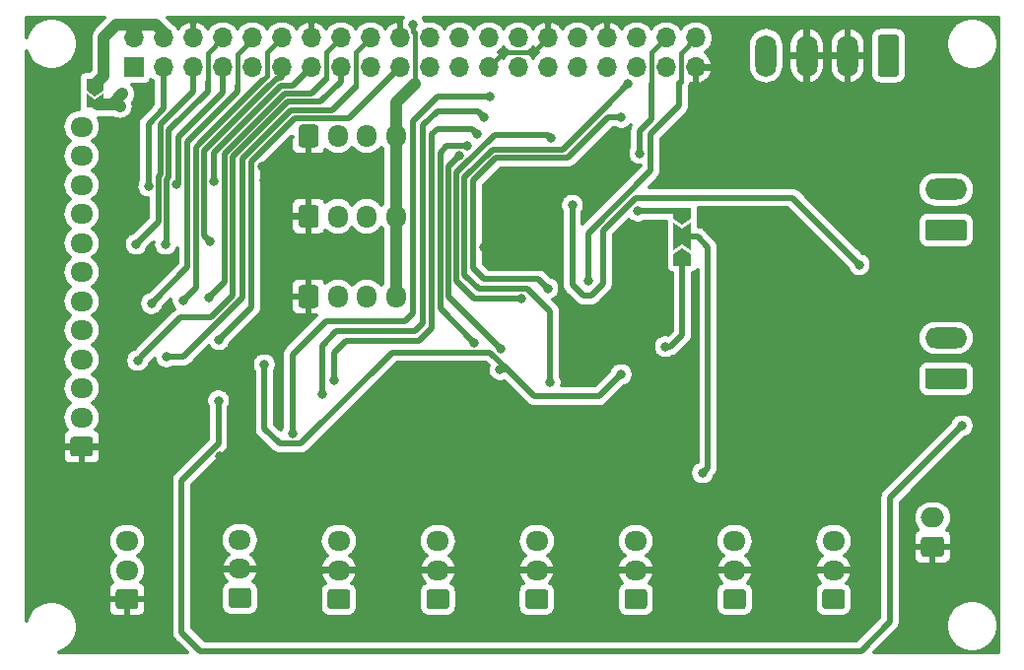
<source format=gbr>
%TF.GenerationSoftware,KiCad,Pcbnew,5.1.9*%
%TF.CreationDate,2021-07-26T21:20:54+02:00*%
%TF.ProjectId,CNCHat,434e4348-6174-42e6-9b69-6361645f7063,rev?*%
%TF.SameCoordinates,Original*%
%TF.FileFunction,Copper,L2,Bot*%
%TF.FilePolarity,Positive*%
%FSLAX46Y46*%
G04 Gerber Fmt 4.6, Leading zero omitted, Abs format (unit mm)*
G04 Created by KiCad (PCBNEW 5.1.9) date 2021-07-26 21:20:54*
%MOMM*%
%LPD*%
G01*
G04 APERTURE LIST*
%TA.AperFunction,ComponentPad*%
%ADD10O,1.950000X1.700000*%
%TD*%
%TA.AperFunction,SMDPad,CuDef*%
%ADD11C,0.100000*%
%TD*%
%TA.AperFunction,ComponentPad*%
%ADD12O,1.700000X1.700000*%
%TD*%
%TA.AperFunction,ComponentPad*%
%ADD13R,1.700000X1.700000*%
%TD*%
%TA.AperFunction,ComponentPad*%
%ADD14O,1.700000X1.950000*%
%TD*%
%TA.AperFunction,ComponentPad*%
%ADD15O,2.000000X1.700000*%
%TD*%
%TA.AperFunction,ComponentPad*%
%ADD16O,1.800000X3.600000*%
%TD*%
%TA.AperFunction,ComponentPad*%
%ADD17O,3.600000X1.800000*%
%TD*%
%TA.AperFunction,ViaPad*%
%ADD18C,0.800000*%
%TD*%
%TA.AperFunction,Conductor*%
%ADD19C,0.500000*%
%TD*%
%TA.AperFunction,Conductor*%
%ADD20C,0.400000*%
%TD*%
%TA.AperFunction,Conductor*%
%ADD21C,1.000000*%
%TD*%
%TA.AperFunction,Conductor*%
%ADD22C,0.300000*%
%TD*%
%TA.AperFunction,Conductor*%
%ADD23C,0.100000*%
%TD*%
G04 APERTURE END LIST*
D10*
%TO.P,J5,3*%
%TO.N,Net-(J5-Pad3)*%
X153100000Y-115700000D03*
%TO.P,J5,2*%
%TO.N,GND*%
X153100000Y-118200000D03*
%TO.P,J5,1*%
%TO.N,Net-(J1-Pad1)*%
%TA.AperFunction,ComponentPad*%
G36*
G01*
X153825000Y-121550000D02*
X152375000Y-121550000D01*
G75*
G02*
X152125000Y-121300000I0J250000D01*
G01*
X152125000Y-120100000D01*
G75*
G02*
X152375000Y-119850000I250000J0D01*
G01*
X153825000Y-119850000D01*
G75*
G02*
X154075000Y-120100000I0J-250000D01*
G01*
X154075000Y-121300000D01*
G75*
G02*
X153825000Y-121550000I-250000J0D01*
G01*
G37*
%TD.AperFunction*%
%TD*%
%TA.AperFunction,SMDPad,CuDef*%
D11*
%TO.P,JP2,1*%
%TO.N,Net-(J14-Pad2)*%
G36*
X106650000Y-77475000D02*
G01*
X105900000Y-76975000D01*
X105900000Y-75975000D01*
X107400000Y-75975000D01*
X107400000Y-76975000D01*
X106650000Y-77475000D01*
G37*
%TD.AperFunction*%
%TA.AperFunction,SMDPad,CuDef*%
%TO.P,JP2,2*%
%TO.N,+5V*%
G36*
X105900000Y-78425000D02*
G01*
X105900000Y-77275000D01*
X106650000Y-77775000D01*
X107400000Y-77275000D01*
X107400000Y-78425000D01*
X105900000Y-78425000D01*
G37*
%TD.AperFunction*%
%TD*%
%TA.AperFunction,SMDPad,CuDef*%
%TO.P,JP1,3*%
%TO.N,+5V*%
G36*
X157100000Y-88550000D02*
G01*
X156350000Y-88050000D01*
X156350000Y-87050000D01*
X157850000Y-87050000D01*
X157850000Y-88050000D01*
X157100000Y-88550000D01*
G37*
%TD.AperFunction*%
%TA.AperFunction,SMDPad,CuDef*%
%TO.P,JP1,2*%
%TO.N,Net-(J1-Pad1)*%
G36*
X157100000Y-88850000D02*
G01*
X157850000Y-88350000D01*
X157850000Y-90750000D01*
X157100000Y-90250000D01*
X156350000Y-90750000D01*
X156350000Y-88350000D01*
X157100000Y-88850000D01*
G37*
%TD.AperFunction*%
%TA.AperFunction,SMDPad,CuDef*%
%TO.P,JP1,1*%
%TO.N,+3V3*%
G36*
X157100000Y-90550000D02*
G01*
X157850000Y-91050000D01*
X157850000Y-92050000D01*
X156350000Y-92050000D01*
X156350000Y-91050000D01*
X157100000Y-90550000D01*
G37*
%TD.AperFunction*%
%TD*%
D10*
%TO.P,J21,12*%
%TO.N,Net-(J21-Pad12)*%
X105500000Y-80100000D03*
%TO.P,J21,11*%
%TO.N,Net-(J21-Pad11)*%
X105500000Y-82600000D03*
%TO.P,J21,10*%
%TO.N,Net-(J21-Pad10)*%
X105500000Y-85100000D03*
%TO.P,J21,9*%
%TO.N,Net-(J21-Pad9)*%
X105500000Y-87600000D03*
%TO.P,J21,8*%
%TO.N,Net-(J21-Pad8)*%
X105500000Y-90100000D03*
%TO.P,J21,7*%
%TO.N,Net-(J21-Pad7)*%
X105500000Y-92600000D03*
%TO.P,J21,6*%
%TO.N,Net-(J21-Pad6)*%
X105500000Y-95100000D03*
%TO.P,J21,5*%
%TO.N,Net-(J21-Pad5)*%
X105500000Y-97600000D03*
%TO.P,J21,4*%
%TO.N,Net-(J21-Pad4)*%
X105500000Y-100100000D03*
%TO.P,J21,3*%
%TO.N,Net-(J21-Pad3)*%
X105500000Y-102600000D03*
%TO.P,J21,2*%
%TO.N,Net-(J21-Pad2)*%
X105500000Y-105100000D03*
%TO.P,J21,1*%
%TO.N,GND*%
%TA.AperFunction,ComponentPad*%
G36*
G01*
X106225000Y-108450000D02*
X104775000Y-108450000D01*
G75*
G02*
X104525000Y-108200000I0J250000D01*
G01*
X104525000Y-107000000D01*
G75*
G02*
X104775000Y-106750000I250000J0D01*
G01*
X106225000Y-106750000D01*
G75*
G02*
X106475000Y-107000000I0J-250000D01*
G01*
X106475000Y-108200000D01*
G75*
G02*
X106225000Y-108450000I-250000J0D01*
G01*
G37*
%TD.AperFunction*%
%TD*%
%TO.P,J15,3*%
%TO.N,Net-(J15-Pad3)*%
X109400000Y-115700000D03*
%TO.P,J15,2*%
%TO.N,Net-(J15-Pad2)*%
X109400000Y-118200000D03*
%TO.P,J15,1*%
%TO.N,GND*%
%TA.AperFunction,ComponentPad*%
G36*
G01*
X110125000Y-121550000D02*
X108675000Y-121550000D01*
G75*
G02*
X108425000Y-121300000I0J250000D01*
G01*
X108425000Y-120100000D01*
G75*
G02*
X108675000Y-119850000I250000J0D01*
G01*
X110125000Y-119850000D01*
G75*
G02*
X110375000Y-120100000I0J-250000D01*
G01*
X110375000Y-121300000D01*
G75*
G02*
X110125000Y-121550000I-250000J0D01*
G01*
G37*
%TD.AperFunction*%
%TD*%
D12*
%TO.P,J14,40*%
%TO.N,/COOLING*%
X158260000Y-72460000D03*
%TO.P,J14,39*%
%TO.N,GND*%
X158260000Y-75000000D03*
%TO.P,J14,38*%
%TO.N,/ESTOP_OUT*%
X155720000Y-72460000D03*
%TO.P,J14,37*%
%TO.N,/ESTOP_IN*%
X155720000Y-75000000D03*
%TO.P,J14,36*%
%TO.N,/ENC_Y_B*%
X153180000Y-72460000D03*
%TO.P,J14,35*%
%TO.N,/PROBE*%
X153180000Y-75000000D03*
%TO.P,J14,34*%
%TO.N,GND*%
X150640000Y-72460000D03*
%TO.P,J14,33*%
%TO.N,/ENC_X_B*%
X150640000Y-75000000D03*
%TO.P,J14,32*%
%TO.N,/Y2_MIN*%
X148100000Y-72460000D03*
%TO.P,J14,31*%
%TO.N,/ENC_X_A*%
X148100000Y-75000000D03*
%TO.P,J14,30*%
%TO.N,GND*%
X145560000Y-72460000D03*
%TO.P,J14,29*%
%TO.N,/X2_MIN*%
X145560000Y-75000000D03*
%TO.P,J14,28*%
%TO.N,/ENC_Y_A*%
X143020000Y-72460000D03*
%TO.P,J14,27*%
%TO.N,/Z_MIN*%
X143020000Y-75000000D03*
%TO.P,J14,26*%
%TO.N,/ENC_Z_B*%
X140480000Y-72460000D03*
%TO.P,J14,25*%
%TO.N,GND*%
X140480000Y-75000000D03*
%TO.P,J14,24*%
%TO.N,/LIMITS*%
X137940000Y-72460000D03*
%TO.P,J14,23*%
%TO.N,/ENC_Z_A*%
X137940000Y-75000000D03*
%TO.P,J14,22*%
%TO.N,/X_MIN*%
X135400000Y-72460000D03*
%TO.P,J14,21*%
%TO.N,/Y_MIN*%
X135400000Y-75000000D03*
%TO.P,J14,20*%
%TO.N,GND*%
X132860000Y-72460000D03*
%TO.P,J14,19*%
%TO.N,/SPINDLE_PWM*%
X132860000Y-75000000D03*
%TO.P,J14,18*%
%TO.N,/Y2_DIR*%
X130320000Y-72460000D03*
%TO.P,J14,17*%
%TO.N,N/C*%
X130320000Y-75000000D03*
%TO.P,J14,16*%
%TO.N,/X2_STEP*%
X127780000Y-72460000D03*
%TO.P,J14,15*%
%TO.N,/~ENABLE*%
X127780000Y-75000000D03*
%TO.P,J14,14*%
%TO.N,GND*%
X125240000Y-72460000D03*
%TO.P,J14,13*%
%TO.N,/X_STEP*%
X125240000Y-75000000D03*
%TO.P,J14,12*%
%TO.N,/X2_DIR*%
X122700000Y-72460000D03*
%TO.P,J14,11*%
%TO.N,/Y_DIR*%
X122700000Y-75000000D03*
%TO.P,J14,10*%
%TO.N,/Y2_STEP*%
X120160000Y-72460000D03*
%TO.P,J14,9*%
%TO.N,GND*%
X120160000Y-75000000D03*
%TO.P,J14,8*%
%TO.N,/Z_STEP*%
X117620000Y-72460000D03*
%TO.P,J14,7*%
%TO.N,/X_DIR*%
X117620000Y-75000000D03*
%TO.P,J14,6*%
%TO.N,GND*%
X115080000Y-72460000D03*
%TO.P,J14,5*%
%TO.N,/Z_DIR*%
X115080000Y-75000000D03*
%TO.P,J14,4*%
%TO.N,Net-(J14-Pad2)*%
X112540000Y-72460000D03*
%TO.P,J14,3*%
%TO.N,/Y_STEP*%
X112540000Y-75000000D03*
%TO.P,J14,2*%
%TO.N,Net-(J14-Pad2)*%
X110000000Y-72460000D03*
D13*
%TO.P,J14,1*%
%TO.N,N/C*%
X110000000Y-75000000D03*
%TD*%
D14*
%TO.P,J13,4*%
%TO.N,+5V*%
X132500000Y-80900000D03*
%TO.P,J13,3*%
%TO.N,Net-(J13-Pad3)*%
X130000000Y-80900000D03*
%TO.P,J13,2*%
%TO.N,Net-(J13-Pad2)*%
X127500000Y-80900000D03*
%TO.P,J13,1*%
%TO.N,GND*%
%TA.AperFunction,ComponentPad*%
G36*
G01*
X124150000Y-81625000D02*
X124150000Y-80175000D01*
G75*
G02*
X124400000Y-79925000I250000J0D01*
G01*
X125600000Y-79925000D01*
G75*
G02*
X125850000Y-80175000I0J-250000D01*
G01*
X125850000Y-81625000D01*
G75*
G02*
X125600000Y-81875000I-250000J0D01*
G01*
X124400000Y-81875000D01*
G75*
G02*
X124150000Y-81625000I0J250000D01*
G01*
G37*
%TD.AperFunction*%
%TD*%
%TO.P,J12,4*%
%TO.N,+5V*%
X132500000Y-87800000D03*
%TO.P,J12,3*%
%TO.N,Net-(J12-Pad3)*%
X130000000Y-87800000D03*
%TO.P,J12,2*%
%TO.N,Net-(J12-Pad2)*%
X127500000Y-87800000D03*
%TO.P,J12,1*%
%TO.N,GND*%
%TA.AperFunction,ComponentPad*%
G36*
G01*
X124150000Y-88525000D02*
X124150000Y-87075000D01*
G75*
G02*
X124400000Y-86825000I250000J0D01*
G01*
X125600000Y-86825000D01*
G75*
G02*
X125850000Y-87075000I0J-250000D01*
G01*
X125850000Y-88525000D01*
G75*
G02*
X125600000Y-88775000I-250000J0D01*
G01*
X124400000Y-88775000D01*
G75*
G02*
X124150000Y-88525000I0J250000D01*
G01*
G37*
%TD.AperFunction*%
%TD*%
%TO.P,J11,4*%
%TO.N,+5V*%
X132500000Y-94700000D03*
%TO.P,J11,3*%
%TO.N,Net-(J11-Pad3)*%
X130000000Y-94700000D03*
%TO.P,J11,2*%
%TO.N,Net-(J11-Pad2)*%
X127500000Y-94700000D03*
%TO.P,J11,1*%
%TO.N,GND*%
%TA.AperFunction,ComponentPad*%
G36*
G01*
X124150000Y-95425000D02*
X124150000Y-93975000D01*
G75*
G02*
X124400000Y-93725000I250000J0D01*
G01*
X125600000Y-93725000D01*
G75*
G02*
X125850000Y-93975000I0J-250000D01*
G01*
X125850000Y-95425000D01*
G75*
G02*
X125600000Y-95675000I-250000J0D01*
G01*
X124400000Y-95675000D01*
G75*
G02*
X124150000Y-95425000I0J250000D01*
G01*
G37*
%TD.AperFunction*%
%TD*%
D15*
%TO.P,J8,2*%
%TO.N,Net-(J8-Pad2)*%
X178600000Y-113700000D03*
%TO.P,J8,1*%
%TO.N,GND*%
%TA.AperFunction,ComponentPad*%
G36*
G01*
X179350000Y-117050000D02*
X177850000Y-117050000D01*
G75*
G02*
X177600000Y-116800000I0J250000D01*
G01*
X177600000Y-115600000D01*
G75*
G02*
X177850000Y-115350000I250000J0D01*
G01*
X179350000Y-115350000D01*
G75*
G02*
X179600000Y-115600000I0J-250000D01*
G01*
X179600000Y-116800000D01*
G75*
G02*
X179350000Y-117050000I-250000J0D01*
G01*
G37*
%TD.AperFunction*%
%TD*%
D10*
%TO.P,J7,3*%
%TO.N,Net-(J7-Pad3)*%
X170100000Y-115700000D03*
%TO.P,J7,2*%
%TO.N,GND*%
X170100000Y-118200000D03*
%TO.P,J7,1*%
%TO.N,Net-(J1-Pad1)*%
%TA.AperFunction,ComponentPad*%
G36*
G01*
X170825000Y-121550000D02*
X169375000Y-121550000D01*
G75*
G02*
X169125000Y-121300000I0J250000D01*
G01*
X169125000Y-120100000D01*
G75*
G02*
X169375000Y-119850000I250000J0D01*
G01*
X170825000Y-119850000D01*
G75*
G02*
X171075000Y-120100000I0J-250000D01*
G01*
X171075000Y-121300000D01*
G75*
G02*
X170825000Y-121550000I-250000J0D01*
G01*
G37*
%TD.AperFunction*%
%TD*%
%TO.P,J6,3*%
%TO.N,Net-(J6-Pad3)*%
X161600000Y-115700000D03*
%TO.P,J6,2*%
%TO.N,GND*%
X161600000Y-118200000D03*
%TO.P,J6,1*%
%TO.N,Net-(J1-Pad1)*%
%TA.AperFunction,ComponentPad*%
G36*
G01*
X162325000Y-121550000D02*
X160875000Y-121550000D01*
G75*
G02*
X160625000Y-121300000I0J250000D01*
G01*
X160625000Y-120100000D01*
G75*
G02*
X160875000Y-119850000I250000J0D01*
G01*
X162325000Y-119850000D01*
G75*
G02*
X162575000Y-120100000I0J-250000D01*
G01*
X162575000Y-121300000D01*
G75*
G02*
X162325000Y-121550000I-250000J0D01*
G01*
G37*
%TD.AperFunction*%
%TD*%
%TO.P,J4,3*%
%TO.N,Net-(J4-Pad3)*%
X144600000Y-115700000D03*
%TO.P,J4,2*%
%TO.N,GND*%
X144600000Y-118200000D03*
%TO.P,J4,1*%
%TO.N,Net-(J1-Pad1)*%
%TA.AperFunction,ComponentPad*%
G36*
G01*
X145325000Y-121550000D02*
X143875000Y-121550000D01*
G75*
G02*
X143625000Y-121300000I0J250000D01*
G01*
X143625000Y-120100000D01*
G75*
G02*
X143875000Y-119850000I250000J0D01*
G01*
X145325000Y-119850000D01*
G75*
G02*
X145575000Y-120100000I0J-250000D01*
G01*
X145575000Y-121300000D01*
G75*
G02*
X145325000Y-121550000I-250000J0D01*
G01*
G37*
%TD.AperFunction*%
%TD*%
%TO.P,J3,3*%
%TO.N,Net-(J3-Pad3)*%
X136100000Y-115700000D03*
%TO.P,J3,2*%
%TO.N,GND*%
X136100000Y-118200000D03*
%TO.P,J3,1*%
%TO.N,Net-(J1-Pad1)*%
%TA.AperFunction,ComponentPad*%
G36*
G01*
X136825000Y-121550000D02*
X135375000Y-121550000D01*
G75*
G02*
X135125000Y-121300000I0J250000D01*
G01*
X135125000Y-120100000D01*
G75*
G02*
X135375000Y-119850000I250000J0D01*
G01*
X136825000Y-119850000D01*
G75*
G02*
X137075000Y-120100000I0J-250000D01*
G01*
X137075000Y-121300000D01*
G75*
G02*
X136825000Y-121550000I-250000J0D01*
G01*
G37*
%TD.AperFunction*%
%TD*%
%TO.P,J2,3*%
%TO.N,Net-(J2-Pad3)*%
X127600000Y-115700000D03*
%TO.P,J2,2*%
%TO.N,GND*%
X127600000Y-118200000D03*
%TO.P,J2,1*%
%TO.N,Net-(J1-Pad1)*%
%TA.AperFunction,ComponentPad*%
G36*
G01*
X128325000Y-121550000D02*
X126875000Y-121550000D01*
G75*
G02*
X126625000Y-121300000I0J250000D01*
G01*
X126625000Y-120100000D01*
G75*
G02*
X126875000Y-119850000I250000J0D01*
G01*
X128325000Y-119850000D01*
G75*
G02*
X128575000Y-120100000I0J-250000D01*
G01*
X128575000Y-121300000D01*
G75*
G02*
X128325000Y-121550000I-250000J0D01*
G01*
G37*
%TD.AperFunction*%
%TD*%
%TO.P,J1,3*%
%TO.N,Net-(J1-Pad3)*%
X119100000Y-115600000D03*
%TO.P,J1,2*%
%TO.N,GND*%
X119100000Y-118100000D03*
%TO.P,J1,1*%
%TO.N,Net-(J1-Pad1)*%
%TA.AperFunction,ComponentPad*%
G36*
G01*
X119825000Y-121450000D02*
X118375000Y-121450000D01*
G75*
G02*
X118125000Y-121200000I0J250000D01*
G01*
X118125000Y-120000000D01*
G75*
G02*
X118375000Y-119750000I250000J0D01*
G01*
X119825000Y-119750000D01*
G75*
G02*
X120075000Y-120000000I0J-250000D01*
G01*
X120075000Y-121200000D01*
G75*
G02*
X119825000Y-121450000I-250000J0D01*
G01*
G37*
%TD.AperFunction*%
%TD*%
%TO.P,J9,1*%
%TO.N,Net-(F1-Pad2)*%
%TA.AperFunction,ComponentPad*%
G36*
G01*
X175700000Y-72450000D02*
X175700000Y-75550000D01*
G75*
G02*
X175450000Y-75800000I-250000J0D01*
G01*
X174150000Y-75800000D01*
G75*
G02*
X173900000Y-75550000I0J250000D01*
G01*
X173900000Y-72450000D01*
G75*
G02*
X174150000Y-72200000I250000J0D01*
G01*
X175450000Y-72200000D01*
G75*
G02*
X175700000Y-72450000I0J-250000D01*
G01*
G37*
%TD.AperFunction*%
D16*
%TO.P,J9,2*%
%TO.N,GND*%
X171300000Y-74000000D03*
%TO.P,J9,3*%
X167800000Y-74000000D03*
%TO.P,J9,4*%
%TO.N,Net-(F2-Pad1)*%
X164300000Y-74000000D03*
%TD*%
D17*
%TO.P,J10,2*%
%TO.N,Net-(D15-Pad2)*%
X179750000Y-85500000D03*
%TO.P,J10,1*%
%TO.N,+24V*%
%TA.AperFunction,ComponentPad*%
G36*
G01*
X181300000Y-89900000D02*
X178200000Y-89900000D01*
G75*
G02*
X177950000Y-89650000I0J250000D01*
G01*
X177950000Y-88350000D01*
G75*
G02*
X178200000Y-88100000I250000J0D01*
G01*
X181300000Y-88100000D01*
G75*
G02*
X181550000Y-88350000I0J-250000D01*
G01*
X181550000Y-89650000D01*
G75*
G02*
X181300000Y-89900000I-250000J0D01*
G01*
G37*
%TD.AperFunction*%
%TD*%
%TO.P,J16,1*%
%TO.N,+24V*%
%TA.AperFunction,ComponentPad*%
G36*
G01*
X181300000Y-102650000D02*
X178200000Y-102650000D01*
G75*
G02*
X177950000Y-102400000I0J250000D01*
G01*
X177950000Y-101100000D01*
G75*
G02*
X178200000Y-100850000I250000J0D01*
G01*
X181300000Y-100850000D01*
G75*
G02*
X181550000Y-101100000I0J-250000D01*
G01*
X181550000Y-102400000D01*
G75*
G02*
X181300000Y-102650000I-250000J0D01*
G01*
G37*
%TD.AperFunction*%
%TO.P,J16,2*%
%TO.N,Net-(D16-Pad2)*%
X179750000Y-98250000D03*
%TD*%
D18*
%TO.N,/Y_DIR*%
X116550010Y-89966786D03*
%TO.N,+24V*%
X147650000Y-86850000D03*
X172300000Y-91950000D03*
X181150000Y-105800000D03*
X117250000Y-103650000D03*
%TO.N,/Y_STEP*%
X111253149Y-85200000D03*
%TO.N,GND*%
X109000000Y-108200000D03*
X110000000Y-85100000D03*
X110000000Y-95400000D03*
X141000000Y-103150000D03*
X140044990Y-90448952D03*
X142650000Y-87500000D03*
X121050000Y-83550000D03*
X121200000Y-84700000D03*
X122300000Y-97650000D03*
X136400000Y-100650000D03*
X154500000Y-103000000D03*
X155050000Y-103650000D03*
X155950000Y-103350000D03*
X153350000Y-90650000D03*
X153150000Y-91650000D03*
X112650000Y-104500000D03*
X150500000Y-82650000D03*
X160300000Y-80200000D03*
X180600000Y-93950000D03*
X180300000Y-81450000D03*
X117401048Y-108401048D03*
%TO.N,+3V3*%
X151850000Y-101400000D03*
X155650000Y-99000000D03*
X141450000Y-101000000D03*
X121200000Y-100550000D03*
%TO.N,/~ENABLE*%
X110300000Y-100200000D03*
%TO.N,/X_DIR*%
X113653171Y-85073471D03*
%TO.N,/X_STEP*%
X116900000Y-84800000D03*
%TO.N,/Z_DIR*%
X110200000Y-90200000D03*
%TO.N,/Z_STEP*%
X112700000Y-90200000D03*
%TO.N,/Y2_DIR*%
X112800000Y-99900000D03*
%TO.N,/Y2_STEP*%
X111500000Y-95300000D03*
%TO.N,/X2_DIR*%
X114200000Y-95000000D03*
%TO.N,/X2_STEP*%
X116400000Y-94800000D03*
%TO.N,+5V*%
X109000000Y-77300000D03*
X108800000Y-78350000D03*
X153300000Y-87350000D03*
X133990001Y-71295999D03*
%TO.N,Net-(J1-Pad1)*%
X158850000Y-109850000D03*
%TO.N,/COOLING*%
X149000000Y-93350000D03*
%TO.N,/ESTOP_OUT*%
X153450000Y-82400000D03*
%TO.N,/SPINDLE_PWM*%
X117300000Y-98400000D03*
%TO.N,Net-(R11-Pad1)*%
X123600000Y-106500000D03*
X140600051Y-77550000D03*
%TO.N,Net-(R12-Pad1)*%
X126200000Y-103100000D03*
X140100000Y-79300000D03*
%TO.N,Net-(R13-Pad1)*%
X127200000Y-101900000D03*
X139500000Y-80750000D03*
%TO.N,Net-(R15-Pad1)*%
X152450000Y-76450000D03*
X145736713Y-102105445D03*
%TO.N,Net-(R16-Pad1)*%
X145550000Y-94000000D03*
X151850000Y-79300000D03*
%TO.N,Net-(R25-Pad1)*%
X138650000Y-81750000D03*
X139247172Y-98649990D03*
%TO.N,Net-(R26-Pad1)*%
X137900000Y-82600000D03*
X141501048Y-99198952D03*
%TO.N,Net-(R28-Pad2)*%
X143250000Y-94900000D03*
X145850000Y-81050000D03*
%TD*%
D19*
%TO.N,/Y_DIR*%
X115999989Y-89416765D02*
X116550010Y-89966786D01*
X115999989Y-82210051D02*
X115999989Y-89416765D01*
X121514988Y-76695052D02*
X115999989Y-82210051D01*
X122335099Y-75874939D02*
X121514988Y-76695052D01*
X122625062Y-75874938D02*
X122335099Y-75874939D01*
X122700000Y-75800000D02*
X122625062Y-75874938D01*
X122700000Y-75000000D02*
X122700000Y-75800000D01*
%TO.N,+24V*%
X166550000Y-86200000D02*
X172300000Y-91950000D01*
X150300000Y-89000000D02*
X153100000Y-86200000D01*
X150300000Y-93600000D02*
X150300000Y-89000000D01*
X149250000Y-94650000D02*
X150300000Y-93600000D01*
X148650000Y-94650000D02*
X149250000Y-94650000D01*
X147650000Y-93650000D02*
X148650000Y-94650000D01*
X153100000Y-86200000D02*
X166550000Y-86200000D01*
X147650000Y-86850000D02*
X147650000Y-93650000D01*
X181150000Y-105800000D02*
X174950000Y-112000000D01*
X174950000Y-112000000D02*
X174950000Y-122650000D01*
X172449999Y-125150001D02*
X115700001Y-125150001D01*
X174950000Y-122650000D02*
X172449999Y-125150001D01*
X115700001Y-125150001D02*
X114100000Y-123550000D01*
X114100000Y-123550000D02*
X114100000Y-110500000D01*
X117250000Y-107350000D02*
X117250000Y-103650000D01*
X114100000Y-110500000D02*
X117250000Y-107350000D01*
%TO.N,/Y_STEP*%
X111253149Y-85200000D02*
X111253149Y-79846851D01*
X112540000Y-78560000D02*
X112540000Y-75000000D01*
X111253149Y-79846851D02*
X112540000Y-78560000D01*
D20*
%TO.N,GND*%
X141769999Y-73710001D02*
X140480000Y-75000000D01*
X144309999Y-73710001D02*
X141769999Y-73710001D01*
X145560000Y-72460000D02*
X144309999Y-73710001D01*
D19*
%TO.N,+3V3*%
X151850000Y-101400000D02*
X150000000Y-103250000D01*
X150000000Y-103250000D02*
X144350000Y-103250000D01*
X142100000Y-101000000D02*
X141450000Y-101000000D01*
X144350000Y-103250000D02*
X142100000Y-101000000D01*
X157100000Y-91550000D02*
X157100000Y-98000000D01*
X156100000Y-99000000D02*
X155650000Y-99000000D01*
X157100000Y-98000000D02*
X156100000Y-99000000D01*
X121200000Y-100550000D02*
X121200000Y-106050000D01*
X121200000Y-106050000D02*
X122500000Y-107350000D01*
X122500000Y-107350000D02*
X124350000Y-107350000D01*
X124350000Y-107350000D02*
X132200000Y-99500000D01*
X132200000Y-99500000D02*
X140600000Y-99500000D01*
X140600000Y-99500000D02*
X142100000Y-101000000D01*
%TO.N,/~ENABLE*%
X126007113Y-77974968D02*
X123204960Y-77974968D01*
X127780000Y-75000000D02*
X127780000Y-76202081D01*
X123204960Y-77974968D02*
X118500000Y-82679928D01*
X127780000Y-76202081D02*
X126007113Y-77974968D01*
X110699999Y-99800001D02*
X110300000Y-100200000D01*
X118500000Y-82679928D02*
X118500000Y-94600000D01*
X118500000Y-94600000D02*
X116600000Y-96500000D01*
X116600000Y-96500000D02*
X114000000Y-96500000D01*
X114000000Y-96500000D02*
X110699999Y-99800001D01*
%TO.N,/X_DIR*%
X113653171Y-85073471D02*
X113760920Y-84965722D01*
X113653171Y-85073471D02*
X113800000Y-84926642D01*
X113800000Y-84926642D02*
X113800000Y-81000000D01*
X117620000Y-77180000D02*
X117620000Y-75000000D01*
X113800000Y-81000000D02*
X117620000Y-77180000D01*
%TO.N,/X_STEP*%
X116900000Y-84800000D02*
X116900000Y-82830105D01*
X122625054Y-76574947D02*
X122214997Y-76985005D01*
X123665054Y-76574946D02*
X122625054Y-76574947D01*
X125240000Y-75000000D02*
X123665054Y-76574946D01*
X116900000Y-82300002D02*
X116900000Y-82830105D01*
X122214997Y-76985005D02*
X116900000Y-82300002D01*
%TO.N,/Z_DIR*%
X112103159Y-84375516D02*
X112299978Y-84178697D01*
X112103159Y-88296841D02*
X112103159Y-84375516D01*
X110200000Y-90200000D02*
X112103159Y-88296841D01*
X112299978Y-84178697D02*
X112299978Y-79900022D01*
X115080000Y-77120000D02*
X115080000Y-75000000D01*
X112299978Y-79900022D02*
X115080000Y-77120000D01*
D20*
%TO.N,/Z_STEP*%
X116330001Y-73749999D02*
X117620000Y-72460000D01*
X116330001Y-76269999D02*
X116330001Y-73749999D01*
D19*
X116330001Y-77069999D02*
X116330001Y-76269999D01*
X113000000Y-80400000D02*
X116330001Y-77069999D01*
X112999989Y-84468651D02*
X113000000Y-80400000D01*
X112803170Y-84665470D02*
X112999989Y-84468651D01*
X112803170Y-90096830D02*
X112803170Y-84665470D01*
X112700000Y-90200000D02*
X112803170Y-90096830D01*
D20*
%TO.N,/Y2_DIR*%
X129069999Y-73710001D02*
X129069999Y-76630001D01*
X130320000Y-72460000D02*
X129069999Y-73710001D01*
D19*
X113365685Y-99900000D02*
X112800000Y-99900000D01*
X119300000Y-94800000D02*
X114200000Y-99900000D01*
X114200000Y-99900000D02*
X113365685Y-99900000D01*
X127025021Y-78674979D02*
X123494914Y-78674979D01*
X129069999Y-76630001D02*
X127025021Y-78674979D01*
X119300000Y-82869893D02*
X119300000Y-94800000D01*
X123494914Y-78674979D02*
X119300000Y-82869893D01*
D20*
%TO.N,/Y2_STEP*%
X118909999Y-76590001D02*
X118909999Y-73890001D01*
X120160000Y-72640000D02*
X120160000Y-72460000D01*
X118909999Y-73890001D02*
X120160000Y-72640000D01*
D19*
X118909999Y-77090001D02*
X118909999Y-76590001D01*
X114599967Y-81400033D02*
X118909999Y-77090001D01*
X114599967Y-92200033D02*
X114599967Y-81400033D01*
X111500000Y-95300000D02*
X114599967Y-92200033D01*
D20*
%TO.N,/X2_DIR*%
X122700000Y-72460000D02*
X121449999Y-73710001D01*
D19*
X114200000Y-95000000D02*
X115299978Y-93900022D01*
X115299978Y-93900022D02*
X115299978Y-82450197D01*
X115299979Y-81920098D02*
X115710037Y-81510041D01*
X115299978Y-82450197D02*
X115299979Y-81920098D01*
X115710037Y-81510041D02*
X121110039Y-76110039D01*
D20*
X121449999Y-75770079D02*
X121110039Y-76110039D01*
X121449999Y-73710001D02*
X121449999Y-75770079D01*
%TO.N,/X2_STEP*%
X127780000Y-72460000D02*
X126500000Y-73740000D01*
X126500000Y-73740000D02*
X126500000Y-76000000D01*
D19*
X117799989Y-93400011D02*
X116400000Y-94800000D01*
X122915007Y-77274957D02*
X117799989Y-82389975D01*
X117799989Y-82389975D02*
X117799989Y-93400011D01*
X125225043Y-77274957D02*
X122915007Y-77274957D01*
X126500000Y-76000000D02*
X125225043Y-77274957D01*
D21*
%TO.N,+5V*%
X132500000Y-94700000D02*
X132500000Y-87800000D01*
X132500000Y-87800000D02*
X132500000Y-80900000D01*
X132500000Y-80900000D02*
X132500000Y-78050000D01*
X132500000Y-78050000D02*
X134100000Y-76450000D01*
D20*
X134149999Y-76400001D02*
X134100000Y-76450000D01*
X134149999Y-72049999D02*
X134149999Y-76400001D01*
X133990001Y-71890001D02*
X134149999Y-72049999D01*
D21*
X109000000Y-77300000D02*
X108100000Y-78200000D01*
X106925000Y-78200000D02*
X106900010Y-78175010D01*
X108100000Y-78200000D02*
X106925000Y-78200000D01*
X108650000Y-78200000D02*
X108100000Y-78200000D01*
X108800000Y-78350000D02*
X108650000Y-78200000D01*
D19*
X156900000Y-87350000D02*
X157100000Y-87550000D01*
X153300000Y-87350000D02*
X156900000Y-87350000D01*
D20*
X133990001Y-71295999D02*
X133990001Y-71890001D01*
D19*
%TO.N,Net-(J1-Pad1)*%
X157100000Y-89550000D02*
X158400000Y-89550000D01*
X158400000Y-89550000D02*
X159300000Y-90450000D01*
X159300000Y-109400000D02*
X159300000Y-90450000D01*
X158850000Y-109850000D02*
X159300000Y-109400000D01*
%TO.N,/COOLING*%
X149000000Y-93350000D02*
X149000000Y-89250000D01*
X149000000Y-89250000D02*
X154400000Y-83850000D01*
X154400000Y-83850000D02*
X154400000Y-80750000D01*
X154400000Y-80750000D02*
X156850000Y-78300000D01*
X156850000Y-78300000D02*
X156850000Y-76350000D01*
D20*
X156970001Y-76229999D02*
X156970001Y-73749999D01*
X156970001Y-73749999D02*
X158260000Y-72460000D01*
X156850000Y-76350000D02*
X156970001Y-76229999D01*
%TO.N,/ESTOP_OUT*%
X154469999Y-73710001D02*
X154469999Y-76430001D01*
X155720000Y-72460000D02*
X154469999Y-73710001D01*
D19*
X153450000Y-82400000D02*
X153450000Y-80450000D01*
X154469999Y-79430001D02*
X154469999Y-76430001D01*
X153450000Y-80450000D02*
X154469999Y-79430001D01*
%TO.N,/SPINDLE_PWM*%
X120100000Y-83059858D02*
X123784868Y-79374990D01*
X128485010Y-79374990D02*
X132860000Y-75000000D01*
X123784868Y-79374990D02*
X128485010Y-79374990D01*
X117300000Y-98400000D02*
X120100000Y-95600000D01*
X120100000Y-95600000D02*
X120100000Y-83059858D01*
D21*
%TO.N,Net-(J14-Pad2)*%
X112540000Y-72460000D02*
X112540000Y-71990000D01*
X112540000Y-71990000D02*
X111900000Y-71350000D01*
X110000000Y-71600000D02*
X109750000Y-71350000D01*
X110000000Y-72460000D02*
X110000000Y-71600000D01*
X111900000Y-71350000D02*
X109750000Y-71350000D01*
X109750000Y-71350000D02*
X108500000Y-71350000D01*
X107400000Y-72450000D02*
X107400000Y-75725000D01*
X107400000Y-75725000D02*
X106650000Y-76475000D01*
X108500000Y-71350000D02*
X107400000Y-72450000D01*
D19*
%TO.N,Net-(R11-Pad1)*%
X123600000Y-106500000D02*
X123600000Y-99700000D01*
X123600000Y-99700000D02*
X126500000Y-96800000D01*
X126500000Y-96800000D02*
X133300000Y-96800000D01*
X133300000Y-96800000D02*
X134000000Y-96100000D01*
X134000000Y-96100000D02*
X134000000Y-82800000D01*
X134000000Y-82800000D02*
X134000000Y-79650000D01*
X134000000Y-79650000D02*
X136100000Y-77550000D01*
X136100000Y-77550000D02*
X140600051Y-77550000D01*
%TO.N,Net-(R12-Pad1)*%
X126200000Y-98900000D02*
X126200000Y-103100000D01*
X134100000Y-97700000D02*
X127400000Y-97700000D01*
X134800000Y-97000000D02*
X134100000Y-97700000D01*
X134800000Y-80000000D02*
X134800000Y-97000000D01*
X127400000Y-97700000D02*
X126200000Y-98900000D01*
X139550000Y-78750000D02*
X136050000Y-78750000D01*
X136050000Y-78750000D02*
X134800000Y-80000000D01*
X140100000Y-79300000D02*
X139550000Y-78750000D01*
%TO.N,Net-(R13-Pad1)*%
X135599967Y-81100033D02*
X135600000Y-81100000D01*
X135599967Y-97400033D02*
X135599967Y-81100033D01*
X127200000Y-101900000D02*
X127200000Y-99500000D01*
X127200000Y-99500000D02*
X128200000Y-98500000D01*
X134500000Y-98500000D02*
X135599967Y-97400033D01*
X128200000Y-98500000D02*
X134500000Y-98500000D01*
X135599967Y-81100033D02*
X135599967Y-80750033D01*
X135599967Y-80750033D02*
X136050000Y-80300000D01*
X139050000Y-80300000D02*
X139500000Y-80750000D01*
X136050000Y-80300000D02*
X139050000Y-80300000D01*
%TO.N,Net-(R15-Pad1)*%
X150350000Y-78550000D02*
X152450000Y-76450000D01*
X139650000Y-94050000D02*
X138400000Y-92800000D01*
X143800000Y-94050000D02*
X139650000Y-94050000D01*
X145736713Y-95986713D02*
X143800000Y-94050000D01*
X145736713Y-102105445D02*
X145736713Y-95986713D01*
X138400000Y-92800000D02*
X138400000Y-84450000D01*
X138400000Y-84450000D02*
X140800000Y-82050000D01*
X146850000Y-82050000D02*
X150350000Y-78550000D01*
X140800000Y-82050000D02*
X146850000Y-82050000D01*
%TO.N,Net-(R16-Pad1)*%
X139150000Y-92250000D02*
X139150000Y-84739964D01*
X145550000Y-94000000D02*
X144750000Y-93200000D01*
X144750000Y-93200000D02*
X140100000Y-93200000D01*
X140100000Y-93200000D02*
X139150000Y-92250000D01*
X139150000Y-84739964D02*
X141089964Y-82800000D01*
X141089964Y-82800000D02*
X147250000Y-82800000D01*
X150750000Y-79300000D02*
X151850000Y-79300000D01*
X147250000Y-82800000D02*
X150750000Y-79300000D01*
%TO.N,Net-(R25-Pad1)*%
X136299978Y-82300022D02*
X136299978Y-95702796D01*
X136299978Y-95702796D02*
X139247172Y-98649990D01*
X138650000Y-81750000D02*
X136850000Y-81750000D01*
X136850000Y-81750000D02*
X136299978Y-82300022D01*
%TO.N,Net-(R26-Pad1)*%
X136999989Y-94697893D02*
X141501048Y-99198952D01*
X136999989Y-83500011D02*
X136999989Y-94697893D01*
X137900000Y-82600000D02*
X136999989Y-83500011D01*
%TO.N,Net-(R28-Pad2)*%
X143250000Y-94900000D02*
X139250000Y-94900000D01*
X139250000Y-94900000D02*
X137699990Y-93349990D01*
X138151048Y-83598952D02*
X140950000Y-80800000D01*
X145600000Y-80800000D02*
X145850000Y-81050000D01*
X140950000Y-80800000D02*
X145600000Y-80800000D01*
X137699990Y-84050010D02*
X138151048Y-83598952D01*
X137699990Y-93349990D02*
X137699990Y-84050010D01*
%TD*%
D22*
%TO.N,GND*%
X106621402Y-71590939D02*
X106577208Y-71627208D01*
X106432499Y-71803538D01*
X106324971Y-72004709D01*
X106258755Y-72222993D01*
X106242000Y-72393111D01*
X106236397Y-72450000D01*
X106242000Y-72506887D01*
X106242001Y-75245340D01*
X106173525Y-75313816D01*
X105900000Y-75313816D01*
X105771009Y-75326520D01*
X105646976Y-75364146D01*
X105532666Y-75425246D01*
X105432472Y-75507472D01*
X105350246Y-75607666D01*
X105289146Y-75721976D01*
X105251520Y-75846009D01*
X105238816Y-75975000D01*
X105238816Y-76975000D01*
X105251656Y-77104669D01*
X105257870Y-77125077D01*
X105251520Y-77146009D01*
X105238816Y-77275000D01*
X105238816Y-78425000D01*
X105251520Y-78553991D01*
X105264149Y-78595622D01*
X105079380Y-78613820D01*
X104795121Y-78700049D01*
X104533147Y-78840077D01*
X104303524Y-79028524D01*
X104115077Y-79258147D01*
X103975049Y-79520121D01*
X103888820Y-79804380D01*
X103859704Y-80100000D01*
X103888820Y-80395620D01*
X103975049Y-80679879D01*
X104115077Y-80941853D01*
X104303524Y-81171476D01*
X104521056Y-81350000D01*
X104303524Y-81528524D01*
X104115077Y-81758147D01*
X103975049Y-82020121D01*
X103888820Y-82304380D01*
X103859704Y-82600000D01*
X103888820Y-82895620D01*
X103975049Y-83179879D01*
X104115077Y-83441853D01*
X104303524Y-83671476D01*
X104521056Y-83850000D01*
X104303524Y-84028524D01*
X104115077Y-84258147D01*
X103975049Y-84520121D01*
X103888820Y-84804380D01*
X103859704Y-85100000D01*
X103888820Y-85395620D01*
X103975049Y-85679879D01*
X104115077Y-85941853D01*
X104303524Y-86171476D01*
X104521056Y-86350000D01*
X104303524Y-86528524D01*
X104115077Y-86758147D01*
X103975049Y-87020121D01*
X103888820Y-87304380D01*
X103859704Y-87600000D01*
X103888820Y-87895620D01*
X103975049Y-88179879D01*
X104115077Y-88441853D01*
X104303524Y-88671476D01*
X104521056Y-88850000D01*
X104303524Y-89028524D01*
X104115077Y-89258147D01*
X103975049Y-89520121D01*
X103888820Y-89804380D01*
X103859704Y-90100000D01*
X103888820Y-90395620D01*
X103975049Y-90679879D01*
X104115077Y-90941853D01*
X104303524Y-91171476D01*
X104521056Y-91350000D01*
X104303524Y-91528524D01*
X104115077Y-91758147D01*
X103975049Y-92020121D01*
X103888820Y-92304380D01*
X103859704Y-92600000D01*
X103888820Y-92895620D01*
X103975049Y-93179879D01*
X104115077Y-93441853D01*
X104303524Y-93671476D01*
X104521056Y-93850000D01*
X104303524Y-94028524D01*
X104115077Y-94258147D01*
X103975049Y-94520121D01*
X103888820Y-94804380D01*
X103859704Y-95100000D01*
X103888820Y-95395620D01*
X103975049Y-95679879D01*
X104115077Y-95941853D01*
X104303524Y-96171476D01*
X104521056Y-96350000D01*
X104303524Y-96528524D01*
X104115077Y-96758147D01*
X103975049Y-97020121D01*
X103888820Y-97304380D01*
X103859704Y-97600000D01*
X103888820Y-97895620D01*
X103975049Y-98179879D01*
X104115077Y-98441853D01*
X104303524Y-98671476D01*
X104521056Y-98850000D01*
X104303524Y-99028524D01*
X104115077Y-99258147D01*
X103975049Y-99520121D01*
X103888820Y-99804380D01*
X103859704Y-100100000D01*
X103888820Y-100395620D01*
X103975049Y-100679879D01*
X104115077Y-100941853D01*
X104303524Y-101171476D01*
X104521056Y-101350000D01*
X104303524Y-101528524D01*
X104115077Y-101758147D01*
X103975049Y-102020121D01*
X103888820Y-102304380D01*
X103859704Y-102600000D01*
X103888820Y-102895620D01*
X103975049Y-103179879D01*
X104115077Y-103441853D01*
X104303524Y-103671476D01*
X104521056Y-103850000D01*
X104303524Y-104028524D01*
X104115077Y-104258147D01*
X103975049Y-104520121D01*
X103888820Y-104804380D01*
X103859704Y-105100000D01*
X103888820Y-105395620D01*
X103975049Y-105679879D01*
X104115077Y-105941853D01*
X104275992Y-106137928D01*
X104271976Y-106139146D01*
X104157666Y-106200246D01*
X104057472Y-106282472D01*
X103975246Y-106382666D01*
X103914146Y-106496976D01*
X103876520Y-106621009D01*
X103863816Y-106750000D01*
X103867000Y-107331500D01*
X104031500Y-107496000D01*
X105396000Y-107496000D01*
X105396000Y-107476000D01*
X105604000Y-107476000D01*
X105604000Y-107496000D01*
X106968500Y-107496000D01*
X107133000Y-107331500D01*
X107136184Y-106750000D01*
X107123480Y-106621009D01*
X107085854Y-106496976D01*
X107024754Y-106382666D01*
X106942528Y-106282472D01*
X106842334Y-106200246D01*
X106728024Y-106139146D01*
X106724008Y-106137928D01*
X106884923Y-105941853D01*
X107024951Y-105679879D01*
X107111180Y-105395620D01*
X107140296Y-105100000D01*
X107111180Y-104804380D01*
X107024951Y-104520121D01*
X106884923Y-104258147D01*
X106696476Y-104028524D01*
X106478944Y-103850000D01*
X106696476Y-103671476D01*
X106884923Y-103441853D01*
X107024951Y-103179879D01*
X107111180Y-102895620D01*
X107140296Y-102600000D01*
X107111180Y-102304380D01*
X107024951Y-102020121D01*
X106884923Y-101758147D01*
X106696476Y-101528524D01*
X106478944Y-101350000D01*
X106696476Y-101171476D01*
X106884923Y-100941853D01*
X107024951Y-100679879D01*
X107111180Y-100395620D01*
X107140296Y-100100000D01*
X107111180Y-99804380D01*
X107024951Y-99520121D01*
X106884923Y-99258147D01*
X106696476Y-99028524D01*
X106478944Y-98850000D01*
X106696476Y-98671476D01*
X106884923Y-98441853D01*
X107024951Y-98179879D01*
X107111180Y-97895620D01*
X107140296Y-97600000D01*
X107111180Y-97304380D01*
X107024951Y-97020121D01*
X106884923Y-96758147D01*
X106696476Y-96528524D01*
X106478944Y-96350000D01*
X106696476Y-96171476D01*
X106884923Y-95941853D01*
X107024951Y-95679879D01*
X107111180Y-95395620D01*
X107140296Y-95100000D01*
X107111180Y-94804380D01*
X107024951Y-94520121D01*
X106884923Y-94258147D01*
X106696476Y-94028524D01*
X106478944Y-93850000D01*
X106696476Y-93671476D01*
X106884923Y-93441853D01*
X107024951Y-93179879D01*
X107111180Y-92895620D01*
X107140296Y-92600000D01*
X107111180Y-92304380D01*
X107024951Y-92020121D01*
X106884923Y-91758147D01*
X106696476Y-91528524D01*
X106478944Y-91350000D01*
X106696476Y-91171476D01*
X106884923Y-90941853D01*
X107024951Y-90679879D01*
X107111180Y-90395620D01*
X107140296Y-90100000D01*
X107111180Y-89804380D01*
X107024951Y-89520121D01*
X106884923Y-89258147D01*
X106696476Y-89028524D01*
X106478944Y-88850000D01*
X106696476Y-88671476D01*
X106884923Y-88441853D01*
X107024951Y-88179879D01*
X107111180Y-87895620D01*
X107140296Y-87600000D01*
X107111180Y-87304380D01*
X107024951Y-87020121D01*
X106884923Y-86758147D01*
X106696476Y-86528524D01*
X106478944Y-86350000D01*
X106696476Y-86171476D01*
X106884923Y-85941853D01*
X107024951Y-85679879D01*
X107111180Y-85395620D01*
X107140296Y-85100000D01*
X107111180Y-84804380D01*
X107024951Y-84520121D01*
X106884923Y-84258147D01*
X106696476Y-84028524D01*
X106478944Y-83850000D01*
X106696476Y-83671476D01*
X106884923Y-83441853D01*
X107024951Y-83179879D01*
X107111180Y-82895620D01*
X107140296Y-82600000D01*
X107111180Y-82304380D01*
X107024951Y-82020121D01*
X106884923Y-81758147D01*
X106696476Y-81528524D01*
X106478944Y-81350000D01*
X106696476Y-81171476D01*
X106884923Y-80941853D01*
X107024951Y-80679879D01*
X107111180Y-80395620D01*
X107140296Y-80100000D01*
X107111180Y-79804380D01*
X107024951Y-79520121D01*
X106940476Y-79362079D01*
X106981886Y-79358000D01*
X108043113Y-79358000D01*
X108100000Y-79363603D01*
X108156887Y-79358000D01*
X108229307Y-79358000D01*
X108354709Y-79425029D01*
X108572992Y-79491244D01*
X108799999Y-79513603D01*
X109027008Y-79491244D01*
X109245291Y-79425029D01*
X109446463Y-79317500D01*
X109622791Y-79172791D01*
X109767500Y-78996463D01*
X109875029Y-78795291D01*
X109941244Y-78577008D01*
X109963603Y-78349999D01*
X109941244Y-78122992D01*
X109909232Y-78017463D01*
X109967500Y-77946464D01*
X110075029Y-77745292D01*
X110141244Y-77527009D01*
X110163603Y-77300001D01*
X110141244Y-77072992D01*
X110075029Y-76854709D01*
X109967500Y-76653537D01*
X109850673Y-76511183D01*
X110850000Y-76511183D01*
X110978990Y-76498479D01*
X111103024Y-76460853D01*
X111217334Y-76399754D01*
X111317527Y-76317527D01*
X111399754Y-76217334D01*
X111460853Y-76103024D01*
X111472383Y-76065017D01*
X111578706Y-76171340D01*
X111632001Y-76206951D01*
X111632000Y-78183894D01*
X110642633Y-79173262D01*
X110607991Y-79201692D01*
X110579561Y-79236334D01*
X110579557Y-79236338D01*
X110494522Y-79339953D01*
X110410208Y-79497694D01*
X110358288Y-79668852D01*
X110340757Y-79846851D01*
X110345150Y-79891455D01*
X110345149Y-84654569D01*
X110315562Y-84698849D01*
X110235808Y-84891393D01*
X110195149Y-85095796D01*
X110195149Y-85304204D01*
X110235808Y-85508607D01*
X110315562Y-85701151D01*
X110431347Y-85874436D01*
X110578713Y-86021802D01*
X110751998Y-86137587D01*
X110944542Y-86217341D01*
X111148945Y-86258000D01*
X111195160Y-86258000D01*
X111195159Y-87920735D01*
X109943626Y-89172269D01*
X109891393Y-89182659D01*
X109698849Y-89262413D01*
X109525564Y-89378198D01*
X109378198Y-89525564D01*
X109262413Y-89698849D01*
X109182659Y-89891393D01*
X109142000Y-90095796D01*
X109142000Y-90304204D01*
X109182659Y-90508607D01*
X109262413Y-90701151D01*
X109378198Y-90874436D01*
X109525564Y-91021802D01*
X109698849Y-91137587D01*
X109891393Y-91217341D01*
X110095796Y-91258000D01*
X110304204Y-91258000D01*
X110508607Y-91217341D01*
X110701151Y-91137587D01*
X110874436Y-91021802D01*
X111021802Y-90874436D01*
X111137587Y-90701151D01*
X111217341Y-90508607D01*
X111227731Y-90456374D01*
X111655332Y-90028774D01*
X111642000Y-90095796D01*
X111642000Y-90304204D01*
X111682659Y-90508607D01*
X111762413Y-90701151D01*
X111878198Y-90874436D01*
X112025564Y-91021802D01*
X112198849Y-91137587D01*
X112391393Y-91217341D01*
X112595796Y-91258000D01*
X112804204Y-91258000D01*
X113008607Y-91217341D01*
X113201151Y-91137587D01*
X113374436Y-91021802D01*
X113521802Y-90874436D01*
X113637587Y-90701151D01*
X113691967Y-90569865D01*
X113691967Y-91823927D01*
X111243626Y-94272269D01*
X111191393Y-94282659D01*
X110998849Y-94362413D01*
X110825564Y-94478198D01*
X110678198Y-94625564D01*
X110562413Y-94798849D01*
X110482659Y-94991393D01*
X110442000Y-95195796D01*
X110442000Y-95404204D01*
X110482659Y-95608607D01*
X110562413Y-95801151D01*
X110678198Y-95974436D01*
X110825564Y-96121802D01*
X110998849Y-96237587D01*
X111191393Y-96317341D01*
X111395796Y-96358000D01*
X111604204Y-96358000D01*
X111808607Y-96317341D01*
X112001151Y-96237587D01*
X112174436Y-96121802D01*
X112321802Y-95974436D01*
X112437587Y-95801151D01*
X112517341Y-95608607D01*
X112527731Y-95556374D01*
X113142000Y-94942105D01*
X113142000Y-95104204D01*
X113182659Y-95308607D01*
X113262413Y-95501151D01*
X113378198Y-95674436D01*
X113466756Y-95762994D01*
X113389486Y-95826408D01*
X113389483Y-95826411D01*
X113354841Y-95854841D01*
X113326411Y-95889483D01*
X110089486Y-99126409D01*
X110043626Y-99172269D01*
X109991393Y-99182659D01*
X109798849Y-99262413D01*
X109625564Y-99378198D01*
X109478198Y-99525564D01*
X109362413Y-99698849D01*
X109282659Y-99891393D01*
X109242000Y-100095796D01*
X109242000Y-100304204D01*
X109282659Y-100508607D01*
X109362413Y-100701151D01*
X109478198Y-100874436D01*
X109625564Y-101021802D01*
X109798849Y-101137587D01*
X109991393Y-101217341D01*
X110195796Y-101258000D01*
X110404204Y-101258000D01*
X110608607Y-101217341D01*
X110801151Y-101137587D01*
X110974436Y-101021802D01*
X111121802Y-100874436D01*
X111237587Y-100701151D01*
X111317341Y-100508607D01*
X111327731Y-100456374D01*
X111748288Y-100035817D01*
X111782659Y-100208607D01*
X111862413Y-100401151D01*
X111978198Y-100574436D01*
X112125564Y-100721802D01*
X112298849Y-100837587D01*
X112491393Y-100917341D01*
X112695796Y-100958000D01*
X112904204Y-100958000D01*
X113108607Y-100917341D01*
X113301151Y-100837587D01*
X113345431Y-100808000D01*
X114155406Y-100808000D01*
X114200000Y-100812392D01*
X114244594Y-100808000D01*
X114244604Y-100808000D01*
X114377999Y-100794862D01*
X114549158Y-100742941D01*
X114706898Y-100658627D01*
X114845159Y-100545159D01*
X114873593Y-100510512D01*
X116410695Y-98973410D01*
X116478198Y-99074436D01*
X116625564Y-99221802D01*
X116798849Y-99337587D01*
X116991393Y-99417341D01*
X117195796Y-99458000D01*
X117404204Y-99458000D01*
X117608607Y-99417341D01*
X117801151Y-99337587D01*
X117974436Y-99221802D01*
X118121802Y-99074436D01*
X118237587Y-98901151D01*
X118317341Y-98708607D01*
X118327731Y-98656374D01*
X120710518Y-96273588D01*
X120745159Y-96245159D01*
X120773589Y-96210517D01*
X120773592Y-96210514D01*
X120858627Y-96106899D01*
X120942941Y-95949158D01*
X120968894Y-95863603D01*
X120994862Y-95777999D01*
X121005006Y-95675000D01*
X123488816Y-95675000D01*
X123501520Y-95803991D01*
X123539146Y-95928024D01*
X123600246Y-96042334D01*
X123682472Y-96142528D01*
X123782666Y-96224754D01*
X123896976Y-96285854D01*
X124021009Y-96323480D01*
X124150000Y-96336184D01*
X124731500Y-96333000D01*
X124896000Y-96168500D01*
X124896000Y-94804000D01*
X123656500Y-94804000D01*
X123492000Y-94968500D01*
X123488816Y-95675000D01*
X121005006Y-95675000D01*
X121008000Y-95644604D01*
X121008000Y-95644594D01*
X121012392Y-95600000D01*
X121008000Y-95555406D01*
X121008000Y-93725000D01*
X123488816Y-93725000D01*
X123492000Y-94431500D01*
X123656500Y-94596000D01*
X124896000Y-94596000D01*
X124896000Y-93231500D01*
X124731500Y-93067000D01*
X124150000Y-93063816D01*
X124021009Y-93076520D01*
X123896976Y-93114146D01*
X123782666Y-93175246D01*
X123682472Y-93257472D01*
X123600246Y-93357666D01*
X123539146Y-93471976D01*
X123501520Y-93596009D01*
X123488816Y-93725000D01*
X121008000Y-93725000D01*
X121008000Y-88775000D01*
X123488816Y-88775000D01*
X123501520Y-88903991D01*
X123539146Y-89028024D01*
X123600246Y-89142334D01*
X123682472Y-89242528D01*
X123782666Y-89324754D01*
X123896976Y-89385854D01*
X124021009Y-89423480D01*
X124150000Y-89436184D01*
X124731500Y-89433000D01*
X124896000Y-89268500D01*
X124896000Y-87904000D01*
X123656500Y-87904000D01*
X123492000Y-88068500D01*
X123488816Y-88775000D01*
X121008000Y-88775000D01*
X121008000Y-86825000D01*
X123488816Y-86825000D01*
X123492000Y-87531500D01*
X123656500Y-87696000D01*
X124896000Y-87696000D01*
X124896000Y-86331500D01*
X124731500Y-86167000D01*
X124150000Y-86163816D01*
X124021009Y-86176520D01*
X123896976Y-86214146D01*
X123782666Y-86275246D01*
X123682472Y-86357472D01*
X123600246Y-86457666D01*
X123539146Y-86571976D01*
X123501520Y-86696009D01*
X123488816Y-86825000D01*
X121008000Y-86825000D01*
X121008000Y-83435963D01*
X123492000Y-80951964D01*
X123492000Y-81004002D01*
X123656498Y-81004002D01*
X123492000Y-81168500D01*
X123488816Y-81875000D01*
X123501520Y-82003991D01*
X123539146Y-82128024D01*
X123600246Y-82242334D01*
X123682472Y-82342528D01*
X123782666Y-82424754D01*
X123896976Y-82485854D01*
X124021009Y-82523480D01*
X124150000Y-82536184D01*
X124731500Y-82533000D01*
X124896000Y-82368500D01*
X124896000Y-81004000D01*
X124876000Y-81004000D01*
X124876000Y-80796000D01*
X124896000Y-80796000D01*
X124896000Y-80776000D01*
X125104000Y-80776000D01*
X125104000Y-80796000D01*
X125124000Y-80796000D01*
X125124000Y-81004000D01*
X125104000Y-81004000D01*
X125104000Y-82368500D01*
X125268500Y-82533000D01*
X125850000Y-82536184D01*
X125978991Y-82523480D01*
X126103024Y-82485854D01*
X126217334Y-82424754D01*
X126317528Y-82342528D01*
X126399754Y-82242334D01*
X126460854Y-82128024D01*
X126462072Y-82124008D01*
X126658148Y-82284923D01*
X126920122Y-82424951D01*
X127204381Y-82511180D01*
X127500000Y-82540296D01*
X127795620Y-82511180D01*
X128079879Y-82424951D01*
X128341853Y-82284923D01*
X128571476Y-82096476D01*
X128750000Y-81878944D01*
X128928524Y-82096476D01*
X129158148Y-82284923D01*
X129420122Y-82424951D01*
X129704381Y-82511180D01*
X130000000Y-82540296D01*
X130295620Y-82511180D01*
X130579879Y-82424951D01*
X130841853Y-82284923D01*
X131071476Y-82096476D01*
X131250000Y-81878944D01*
X131342001Y-81991047D01*
X131342000Y-86708954D01*
X131250000Y-86821056D01*
X131071476Y-86603524D01*
X130841852Y-86415077D01*
X130579878Y-86275049D01*
X130295619Y-86188820D01*
X130000000Y-86159704D01*
X129704380Y-86188820D01*
X129420121Y-86275049D01*
X129158147Y-86415077D01*
X128928524Y-86603524D01*
X128750000Y-86821056D01*
X128571476Y-86603524D01*
X128341852Y-86415077D01*
X128079878Y-86275049D01*
X127795619Y-86188820D01*
X127500000Y-86159704D01*
X127204380Y-86188820D01*
X126920121Y-86275049D01*
X126658147Y-86415077D01*
X126462072Y-86575992D01*
X126460854Y-86571976D01*
X126399754Y-86457666D01*
X126317528Y-86357472D01*
X126217334Y-86275246D01*
X126103024Y-86214146D01*
X125978991Y-86176520D01*
X125850000Y-86163816D01*
X125268500Y-86167000D01*
X125104000Y-86331500D01*
X125104000Y-87696000D01*
X125124000Y-87696000D01*
X125124000Y-87904000D01*
X125104000Y-87904000D01*
X125104000Y-89268500D01*
X125268500Y-89433000D01*
X125850000Y-89436184D01*
X125978991Y-89423480D01*
X126103024Y-89385854D01*
X126217334Y-89324754D01*
X126317528Y-89242528D01*
X126399754Y-89142334D01*
X126460854Y-89028024D01*
X126462072Y-89024008D01*
X126658148Y-89184923D01*
X126920122Y-89324951D01*
X127204381Y-89411180D01*
X127500000Y-89440296D01*
X127795620Y-89411180D01*
X128079879Y-89324951D01*
X128341853Y-89184923D01*
X128571476Y-88996476D01*
X128750000Y-88778944D01*
X128928524Y-88996476D01*
X129158148Y-89184923D01*
X129420122Y-89324951D01*
X129704381Y-89411180D01*
X130000000Y-89440296D01*
X130295620Y-89411180D01*
X130579879Y-89324951D01*
X130841853Y-89184923D01*
X131071476Y-88996476D01*
X131250000Y-88778944D01*
X131342001Y-88891047D01*
X131342000Y-93608954D01*
X131250000Y-93721056D01*
X131071476Y-93503524D01*
X130841852Y-93315077D01*
X130579878Y-93175049D01*
X130295619Y-93088820D01*
X130000000Y-93059704D01*
X129704380Y-93088820D01*
X129420121Y-93175049D01*
X129158147Y-93315077D01*
X128928524Y-93503524D01*
X128750000Y-93721056D01*
X128571476Y-93503524D01*
X128341852Y-93315077D01*
X128079878Y-93175049D01*
X127795619Y-93088820D01*
X127500000Y-93059704D01*
X127204380Y-93088820D01*
X126920121Y-93175049D01*
X126658147Y-93315077D01*
X126462072Y-93475992D01*
X126460854Y-93471976D01*
X126399754Y-93357666D01*
X126317528Y-93257472D01*
X126217334Y-93175246D01*
X126103024Y-93114146D01*
X125978991Y-93076520D01*
X125850000Y-93063816D01*
X125268500Y-93067000D01*
X125104000Y-93231500D01*
X125104000Y-94596000D01*
X125124000Y-94596000D01*
X125124000Y-94804000D01*
X125104000Y-94804000D01*
X125104000Y-96168500D01*
X125268500Y-96333000D01*
X125680637Y-96335257D01*
X122989484Y-99026411D01*
X122954842Y-99054841D01*
X122926412Y-99089483D01*
X122926408Y-99089487D01*
X122841373Y-99193102D01*
X122757059Y-99350843D01*
X122705139Y-99522001D01*
X122687608Y-99700000D01*
X122692001Y-99744604D01*
X122692000Y-105954569D01*
X122662413Y-105998849D01*
X122595206Y-106161101D01*
X122108000Y-105673895D01*
X122108000Y-101095431D01*
X122137587Y-101051151D01*
X122217341Y-100858607D01*
X122258000Y-100654204D01*
X122258000Y-100445796D01*
X122217341Y-100241393D01*
X122137587Y-100048849D01*
X122021802Y-99875564D01*
X121874436Y-99728198D01*
X121701151Y-99612413D01*
X121508607Y-99532659D01*
X121304204Y-99492000D01*
X121095796Y-99492000D01*
X120891393Y-99532659D01*
X120698849Y-99612413D01*
X120525564Y-99728198D01*
X120378198Y-99875564D01*
X120262413Y-100048849D01*
X120182659Y-100241393D01*
X120142000Y-100445796D01*
X120142000Y-100654204D01*
X120182659Y-100858607D01*
X120262413Y-101051151D01*
X120292000Y-101095431D01*
X120292001Y-106005396D01*
X120287608Y-106050000D01*
X120305139Y-106227999D01*
X120357059Y-106399157D01*
X120441373Y-106556898D01*
X120526408Y-106660513D01*
X120526412Y-106660517D01*
X120554842Y-106695159D01*
X120589484Y-106723589D01*
X121826411Y-107960517D01*
X121854841Y-107995159D01*
X121889483Y-108023589D01*
X121889487Y-108023593D01*
X121993101Y-108108627D01*
X122150842Y-108192941D01*
X122322001Y-108244862D01*
X122455396Y-108258000D01*
X122455406Y-108258000D01*
X122500000Y-108262392D01*
X122544594Y-108258000D01*
X124305406Y-108258000D01*
X124350000Y-108262392D01*
X124394594Y-108258000D01*
X124394604Y-108258000D01*
X124527999Y-108244862D01*
X124699158Y-108192941D01*
X124856898Y-108108627D01*
X124995159Y-107995159D01*
X125023593Y-107960512D01*
X132576106Y-100408000D01*
X140223895Y-100408000D01*
X140454517Y-100638623D01*
X140432659Y-100691393D01*
X140392000Y-100895796D01*
X140392000Y-101104204D01*
X140432659Y-101308607D01*
X140512413Y-101501151D01*
X140628198Y-101674436D01*
X140775564Y-101821802D01*
X140948849Y-101937587D01*
X141141393Y-102017341D01*
X141345796Y-102058000D01*
X141554204Y-102058000D01*
X141758607Y-102017341D01*
X141811378Y-101995483D01*
X143676411Y-103860517D01*
X143704841Y-103895159D01*
X143739483Y-103923589D01*
X143739487Y-103923593D01*
X143843101Y-104008627D01*
X143897282Y-104037587D01*
X144000842Y-104092941D01*
X144172001Y-104144862D01*
X144305396Y-104158000D01*
X144305406Y-104158000D01*
X144350000Y-104162392D01*
X144394594Y-104158000D01*
X149955406Y-104158000D01*
X150000000Y-104162392D01*
X150044594Y-104158000D01*
X150044604Y-104158000D01*
X150177999Y-104144862D01*
X150349158Y-104092941D01*
X150506898Y-104008627D01*
X150645159Y-103895159D01*
X150673593Y-103860512D01*
X152106375Y-102427731D01*
X152158607Y-102417341D01*
X152351151Y-102337587D01*
X152524436Y-102221802D01*
X152671802Y-102074436D01*
X152787587Y-101901151D01*
X152867341Y-101708607D01*
X152908000Y-101504204D01*
X152908000Y-101295796D01*
X152867341Y-101091393D01*
X152787587Y-100898849D01*
X152671802Y-100725564D01*
X152524436Y-100578198D01*
X152351151Y-100462413D01*
X152158607Y-100382659D01*
X151954204Y-100342000D01*
X151745796Y-100342000D01*
X151541393Y-100382659D01*
X151348849Y-100462413D01*
X151175564Y-100578198D01*
X151028198Y-100725564D01*
X150912413Y-100898849D01*
X150832659Y-101091393D01*
X150822269Y-101143625D01*
X149623895Y-102342000D01*
X146768386Y-102342000D01*
X146794713Y-102209649D01*
X146794713Y-102001241D01*
X146754054Y-101796838D01*
X146674300Y-101604294D01*
X146644713Y-101560014D01*
X146644713Y-96031307D01*
X146649105Y-95986713D01*
X146644713Y-95942119D01*
X146644713Y-95942109D01*
X146631575Y-95808714D01*
X146579654Y-95637555D01*
X146562327Y-95605138D01*
X146495340Y-95479814D01*
X146410305Y-95376199D01*
X146410302Y-95376196D01*
X146381872Y-95341554D01*
X146347230Y-95313124D01*
X145994965Y-94960860D01*
X146051151Y-94937587D01*
X146224436Y-94821802D01*
X146371802Y-94674436D01*
X146487587Y-94501151D01*
X146567341Y-94308607D01*
X146608000Y-94104204D01*
X146608000Y-93895796D01*
X146567341Y-93691393D01*
X146487587Y-93498849D01*
X146371802Y-93325564D01*
X146224436Y-93178198D01*
X146051151Y-93062413D01*
X145858607Y-92982659D01*
X145806375Y-92972269D01*
X145423591Y-92589486D01*
X145395159Y-92554841D01*
X145256898Y-92441373D01*
X145099158Y-92357059D01*
X144927999Y-92305138D01*
X144794604Y-92292000D01*
X144794594Y-92292000D01*
X144750000Y-92287608D01*
X144705406Y-92292000D01*
X140476106Y-92292000D01*
X140058000Y-91873895D01*
X140058000Y-85116069D01*
X141466070Y-83708000D01*
X147205406Y-83708000D01*
X147250000Y-83712392D01*
X147294594Y-83708000D01*
X147294604Y-83708000D01*
X147427999Y-83694862D01*
X147599158Y-83642941D01*
X147756898Y-83558627D01*
X147895159Y-83445159D01*
X147923593Y-83410512D01*
X151126106Y-80208000D01*
X151304569Y-80208000D01*
X151348849Y-80237587D01*
X151541393Y-80317341D01*
X151745796Y-80358000D01*
X151954204Y-80358000D01*
X152158607Y-80317341D01*
X152351151Y-80237587D01*
X152524436Y-80121802D01*
X152671802Y-79974436D01*
X152685912Y-79953319D01*
X152607059Y-80100843D01*
X152555139Y-80272001D01*
X152537608Y-80450000D01*
X152542001Y-80494603D01*
X152542000Y-81854568D01*
X152512413Y-81898849D01*
X152432659Y-82091393D01*
X152392000Y-82295796D01*
X152392000Y-82504204D01*
X152432659Y-82708607D01*
X152512413Y-82901151D01*
X152628198Y-83074436D01*
X152775564Y-83221802D01*
X152948849Y-83337587D01*
X153141393Y-83417341D01*
X153345796Y-83458000D01*
X153492000Y-83458000D01*
X153492000Y-83473894D01*
X148558000Y-88407895D01*
X148558000Y-87395431D01*
X148587587Y-87351151D01*
X148667341Y-87158607D01*
X148708000Y-86954204D01*
X148708000Y-86745796D01*
X148667341Y-86541393D01*
X148587587Y-86348849D01*
X148471802Y-86175564D01*
X148324436Y-86028198D01*
X148151151Y-85912413D01*
X147958607Y-85832659D01*
X147754204Y-85792000D01*
X147545796Y-85792000D01*
X147341393Y-85832659D01*
X147148849Y-85912413D01*
X146975564Y-86028198D01*
X146828198Y-86175564D01*
X146712413Y-86348849D01*
X146632659Y-86541393D01*
X146592000Y-86745796D01*
X146592000Y-86954204D01*
X146632659Y-87158607D01*
X146712413Y-87351151D01*
X146742000Y-87395431D01*
X146742001Y-93605396D01*
X146737608Y-93650000D01*
X146755139Y-93827999D01*
X146807059Y-93999157D01*
X146891373Y-94156898D01*
X146976408Y-94260513D01*
X146976412Y-94260517D01*
X147004842Y-94295159D01*
X147039484Y-94323589D01*
X147976411Y-95260517D01*
X148004841Y-95295159D01*
X148039483Y-95323589D01*
X148039487Y-95323593D01*
X148143101Y-95408627D01*
X148207299Y-95442941D01*
X148300842Y-95492941D01*
X148472001Y-95544862D01*
X148605396Y-95558000D01*
X148605406Y-95558000D01*
X148650000Y-95562392D01*
X148694594Y-95558000D01*
X149205406Y-95558000D01*
X149250000Y-95562392D01*
X149294594Y-95558000D01*
X149294604Y-95558000D01*
X149427999Y-95544862D01*
X149599158Y-95492941D01*
X149756898Y-95408627D01*
X149895159Y-95295159D01*
X149923593Y-95260512D01*
X150910518Y-94273588D01*
X150945159Y-94245159D01*
X150973589Y-94210517D01*
X150973592Y-94210514D01*
X151058627Y-94106899D01*
X151142941Y-93949158D01*
X151165864Y-93873592D01*
X151194862Y-93777999D01*
X151208000Y-93644604D01*
X151208000Y-93644595D01*
X151212392Y-93600001D01*
X151208000Y-93555407D01*
X151208000Y-89376105D01*
X152518934Y-88065172D01*
X152625564Y-88171802D01*
X152798849Y-88287587D01*
X152991393Y-88367341D01*
X153195796Y-88408000D01*
X153404204Y-88408000D01*
X153608607Y-88367341D01*
X153801151Y-88287587D01*
X153845431Y-88258000D01*
X155697877Y-88258000D01*
X155688816Y-88350000D01*
X155688816Y-90750000D01*
X155701386Y-90878312D01*
X155707917Y-90899922D01*
X155701520Y-90921009D01*
X155688816Y-91050000D01*
X155688816Y-92050000D01*
X155701520Y-92178991D01*
X155739146Y-92303024D01*
X155800246Y-92417334D01*
X155882472Y-92517528D01*
X155982666Y-92599754D01*
X156096976Y-92660854D01*
X156192000Y-92689680D01*
X156192001Y-97623893D01*
X155854036Y-97961858D01*
X155754204Y-97942000D01*
X155545796Y-97942000D01*
X155341393Y-97982659D01*
X155148849Y-98062413D01*
X154975564Y-98178198D01*
X154828198Y-98325564D01*
X154712413Y-98498849D01*
X154632659Y-98691393D01*
X154592000Y-98895796D01*
X154592000Y-99104204D01*
X154632659Y-99308607D01*
X154712413Y-99501151D01*
X154828198Y-99674436D01*
X154975564Y-99821802D01*
X155148849Y-99937587D01*
X155341393Y-100017341D01*
X155545796Y-100058000D01*
X155754204Y-100058000D01*
X155958607Y-100017341D01*
X156151151Y-99937587D01*
X156204218Y-99902129D01*
X156277999Y-99894862D01*
X156449158Y-99842941D01*
X156606898Y-99758627D01*
X156745159Y-99645159D01*
X156773593Y-99610512D01*
X157710517Y-98673589D01*
X157745159Y-98645159D01*
X157773589Y-98610517D01*
X157773593Y-98610513D01*
X157858627Y-98506899D01*
X157919452Y-98393102D01*
X157942941Y-98349158D01*
X157994862Y-98177999D01*
X158008000Y-98044604D01*
X158008000Y-98044594D01*
X158012392Y-98000000D01*
X158008000Y-97955406D01*
X158008000Y-92689680D01*
X158103024Y-92660854D01*
X158217334Y-92599754D01*
X158317528Y-92517528D01*
X158392001Y-92426781D01*
X158392000Y-108894539D01*
X158348849Y-108912413D01*
X158175564Y-109028198D01*
X158028198Y-109175564D01*
X157912413Y-109348849D01*
X157832659Y-109541393D01*
X157792000Y-109745796D01*
X157792000Y-109954204D01*
X157832659Y-110158607D01*
X157912413Y-110351151D01*
X158028198Y-110524436D01*
X158175564Y-110671802D01*
X158348849Y-110787587D01*
X158541393Y-110867341D01*
X158745796Y-110908000D01*
X158954204Y-110908000D01*
X159158607Y-110867341D01*
X159351151Y-110787587D01*
X159524436Y-110671802D01*
X159671802Y-110524436D01*
X159787587Y-110351151D01*
X159867341Y-110158607D01*
X159877731Y-110106374D01*
X159910513Y-110073592D01*
X159945159Y-110045159D01*
X160058627Y-109906898D01*
X160142941Y-109749158D01*
X160194862Y-109577999D01*
X160208000Y-109444604D01*
X160208000Y-109444595D01*
X160212392Y-109400001D01*
X160208000Y-109355407D01*
X160208000Y-101100000D01*
X177288817Y-101100000D01*
X177288817Y-102400000D01*
X177306325Y-102577763D01*
X177358177Y-102748695D01*
X177442379Y-102906226D01*
X177555696Y-103044304D01*
X177693774Y-103157621D01*
X177851305Y-103241823D01*
X178022237Y-103293675D01*
X178200000Y-103311183D01*
X181300000Y-103311183D01*
X181477763Y-103293675D01*
X181648695Y-103241823D01*
X181806226Y-103157621D01*
X181944304Y-103044304D01*
X182057621Y-102906226D01*
X182141823Y-102748695D01*
X182193675Y-102577763D01*
X182211183Y-102400000D01*
X182211183Y-101100000D01*
X182193675Y-100922237D01*
X182141823Y-100751305D01*
X182057621Y-100593774D01*
X181944304Y-100455696D01*
X181806226Y-100342379D01*
X181648695Y-100258177D01*
X181477763Y-100206325D01*
X181300000Y-100188817D01*
X178200000Y-100188817D01*
X178022237Y-100206325D01*
X177851305Y-100258177D01*
X177693774Y-100342379D01*
X177555696Y-100455696D01*
X177442379Y-100593774D01*
X177358177Y-100751305D01*
X177306325Y-100922237D01*
X177288817Y-101100000D01*
X160208000Y-101100000D01*
X160208000Y-98250000D01*
X177284462Y-98250000D01*
X177314543Y-98555421D01*
X177403631Y-98849105D01*
X177548303Y-99119766D01*
X177742997Y-99357003D01*
X177980234Y-99551697D01*
X178250895Y-99696369D01*
X178544579Y-99785457D01*
X178773465Y-99808000D01*
X180726535Y-99808000D01*
X180955421Y-99785457D01*
X181249105Y-99696369D01*
X181519766Y-99551697D01*
X181757003Y-99357003D01*
X181951697Y-99119766D01*
X182096369Y-98849105D01*
X182185457Y-98555421D01*
X182215538Y-98250000D01*
X182185457Y-97944579D01*
X182096369Y-97650895D01*
X181951697Y-97380234D01*
X181757003Y-97142997D01*
X181519766Y-96948303D01*
X181249105Y-96803631D01*
X180955421Y-96714543D01*
X180726535Y-96692000D01*
X178773465Y-96692000D01*
X178544579Y-96714543D01*
X178250895Y-96803631D01*
X177980234Y-96948303D01*
X177742997Y-97142997D01*
X177548303Y-97380234D01*
X177403631Y-97650895D01*
X177314543Y-97944579D01*
X177284462Y-98250000D01*
X160208000Y-98250000D01*
X160208000Y-90494593D01*
X160212392Y-90449999D01*
X160208000Y-90405405D01*
X160208000Y-90405396D01*
X160194862Y-90272001D01*
X160142941Y-90100842D01*
X160122139Y-90061924D01*
X160058627Y-89943101D01*
X159973592Y-89839486D01*
X159973589Y-89839483D01*
X159945159Y-89804841D01*
X159910517Y-89776411D01*
X159073593Y-88939488D01*
X159045159Y-88904841D01*
X158906898Y-88791373D01*
X158749158Y-88707059D01*
X158577999Y-88655138D01*
X158511184Y-88648557D01*
X158511184Y-88350000D01*
X158498614Y-88221688D01*
X158492083Y-88200078D01*
X158498480Y-88178991D01*
X158511184Y-88050000D01*
X158511184Y-87108000D01*
X166173895Y-87108000D01*
X171272269Y-92206375D01*
X171282659Y-92258607D01*
X171362413Y-92451151D01*
X171478198Y-92624436D01*
X171625564Y-92771802D01*
X171798849Y-92887587D01*
X171991393Y-92967341D01*
X172195796Y-93008000D01*
X172404204Y-93008000D01*
X172608607Y-92967341D01*
X172801151Y-92887587D01*
X172974436Y-92771802D01*
X173121802Y-92624436D01*
X173237587Y-92451151D01*
X173317341Y-92258607D01*
X173358000Y-92054204D01*
X173358000Y-91845796D01*
X173317341Y-91641393D01*
X173237587Y-91448849D01*
X173121802Y-91275564D01*
X172974436Y-91128198D01*
X172801151Y-91012413D01*
X172608607Y-90932659D01*
X172556375Y-90922269D01*
X169984106Y-88350000D01*
X177288817Y-88350000D01*
X177288817Y-89650000D01*
X177306325Y-89827763D01*
X177358177Y-89998695D01*
X177442379Y-90156226D01*
X177555696Y-90294304D01*
X177693774Y-90407621D01*
X177851305Y-90491823D01*
X178022237Y-90543675D01*
X178200000Y-90561183D01*
X181300000Y-90561183D01*
X181477763Y-90543675D01*
X181648695Y-90491823D01*
X181806226Y-90407621D01*
X181944304Y-90294304D01*
X182057621Y-90156226D01*
X182141823Y-89998695D01*
X182193675Y-89827763D01*
X182211183Y-89650000D01*
X182211183Y-88350000D01*
X182193675Y-88172237D01*
X182141823Y-88001305D01*
X182057621Y-87843774D01*
X181944304Y-87705696D01*
X181806226Y-87592379D01*
X181648695Y-87508177D01*
X181477763Y-87456325D01*
X181300000Y-87438817D01*
X178200000Y-87438817D01*
X178022237Y-87456325D01*
X177851305Y-87508177D01*
X177693774Y-87592379D01*
X177555696Y-87705696D01*
X177442379Y-87843774D01*
X177358177Y-88001305D01*
X177306325Y-88172237D01*
X177288817Y-88350000D01*
X169984106Y-88350000D01*
X167223593Y-85589488D01*
X167195159Y-85554841D01*
X167128336Y-85500000D01*
X177284462Y-85500000D01*
X177314543Y-85805421D01*
X177403631Y-86099105D01*
X177548303Y-86369766D01*
X177742997Y-86607003D01*
X177980234Y-86801697D01*
X178250895Y-86946369D01*
X178544579Y-87035457D01*
X178773465Y-87058000D01*
X180726535Y-87058000D01*
X180955421Y-87035457D01*
X181249105Y-86946369D01*
X181519766Y-86801697D01*
X181757003Y-86607003D01*
X181951697Y-86369766D01*
X182096369Y-86099105D01*
X182185457Y-85805421D01*
X182215538Y-85500000D01*
X182185457Y-85194579D01*
X182096369Y-84900895D01*
X181951697Y-84630234D01*
X181757003Y-84392997D01*
X181519766Y-84198303D01*
X181249105Y-84053631D01*
X180955421Y-83964543D01*
X180726535Y-83942000D01*
X178773465Y-83942000D01*
X178544579Y-83964543D01*
X178250895Y-84053631D01*
X177980234Y-84198303D01*
X177742997Y-84392997D01*
X177548303Y-84630234D01*
X177403631Y-84900895D01*
X177314543Y-85194579D01*
X177284462Y-85500000D01*
X167128336Y-85500000D01*
X167056898Y-85441373D01*
X166899158Y-85357059D01*
X166727999Y-85305138D01*
X166594604Y-85292000D01*
X166594594Y-85292000D01*
X166550000Y-85287608D01*
X166505406Y-85292000D01*
X154242106Y-85292000D01*
X155010518Y-84523588D01*
X155045159Y-84495159D01*
X155073589Y-84460517D01*
X155073592Y-84460514D01*
X155158627Y-84356899D01*
X155242941Y-84199158D01*
X155247946Y-84182659D01*
X155294862Y-84027999D01*
X155308000Y-83894604D01*
X155308000Y-83894595D01*
X155312392Y-83850001D01*
X155308000Y-83805407D01*
X155308000Y-81126105D01*
X157460518Y-78973588D01*
X157495159Y-78945159D01*
X157523589Y-78910517D01*
X157523592Y-78910514D01*
X157608627Y-78806899D01*
X157692941Y-78649158D01*
X157701695Y-78620301D01*
X157744862Y-78477999D01*
X157758000Y-78344604D01*
X157758000Y-78344595D01*
X157762392Y-78300001D01*
X157758000Y-78255407D01*
X157758000Y-76575879D01*
X157766525Y-76559930D01*
X157804707Y-76434059D01*
X157921939Y-76469619D01*
X158156000Y-76339469D01*
X158156000Y-75104000D01*
X158364000Y-75104000D01*
X158364000Y-76339469D01*
X158598061Y-76469619D01*
X158795390Y-76409763D01*
X159060134Y-76278225D01*
X159294129Y-76097566D01*
X159488383Y-75874728D01*
X159635431Y-75618275D01*
X159729622Y-75338062D01*
X159599913Y-75104000D01*
X158364000Y-75104000D01*
X158156000Y-75104000D01*
X158136000Y-75104000D01*
X158136000Y-74896000D01*
X158156000Y-74896000D01*
X158156000Y-74876000D01*
X158364000Y-74876000D01*
X158364000Y-74896000D01*
X159599913Y-74896000D01*
X159729622Y-74661938D01*
X159635431Y-74381725D01*
X159488383Y-74125272D01*
X159294129Y-73902434D01*
X159072111Y-73731022D01*
X159221294Y-73631340D01*
X159431340Y-73421294D01*
X159596373Y-73174306D01*
X159658853Y-73023465D01*
X162742000Y-73023465D01*
X162742000Y-74976534D01*
X162764543Y-75205420D01*
X162853631Y-75499104D01*
X162998303Y-75769765D01*
X163192997Y-76007003D01*
X163430234Y-76201697D01*
X163700895Y-76346369D01*
X163994579Y-76435457D01*
X164300000Y-76465538D01*
X164605420Y-76435457D01*
X164899104Y-76346369D01*
X165169765Y-76201697D01*
X165407003Y-76007003D01*
X165601697Y-75769766D01*
X165746369Y-75499105D01*
X165835457Y-75205421D01*
X165858000Y-74976535D01*
X165858000Y-74104000D01*
X166242000Y-74104000D01*
X166242000Y-75004000D01*
X166292226Y-75305952D01*
X166400395Y-75592304D01*
X166562350Y-75852051D01*
X166771867Y-76075211D01*
X167020895Y-76253208D01*
X167299863Y-76379202D01*
X167454099Y-76419117D01*
X167696000Y-76289614D01*
X167696000Y-74104000D01*
X167904000Y-74104000D01*
X167904000Y-76289614D01*
X168145901Y-76419117D01*
X168300137Y-76379202D01*
X168579105Y-76253208D01*
X168828133Y-76075211D01*
X169037650Y-75852051D01*
X169199605Y-75592304D01*
X169307774Y-75305952D01*
X169358000Y-75004000D01*
X169358000Y-74104000D01*
X169742000Y-74104000D01*
X169742000Y-75004000D01*
X169792226Y-75305952D01*
X169900395Y-75592304D01*
X170062350Y-75852051D01*
X170271867Y-76075211D01*
X170520895Y-76253208D01*
X170799863Y-76379202D01*
X170954099Y-76419117D01*
X171196000Y-76289614D01*
X171196000Y-74104000D01*
X171404000Y-74104000D01*
X171404000Y-76289614D01*
X171645901Y-76419117D01*
X171800137Y-76379202D01*
X172079105Y-76253208D01*
X172328133Y-76075211D01*
X172537650Y-75852051D01*
X172699605Y-75592304D01*
X172807774Y-75305952D01*
X172858000Y-75004000D01*
X172858000Y-74104000D01*
X171404000Y-74104000D01*
X171196000Y-74104000D01*
X169742000Y-74104000D01*
X169358000Y-74104000D01*
X167904000Y-74104000D01*
X167696000Y-74104000D01*
X166242000Y-74104000D01*
X165858000Y-74104000D01*
X165858000Y-73023465D01*
X165855295Y-72996000D01*
X166242000Y-72996000D01*
X166242000Y-73896000D01*
X167696000Y-73896000D01*
X167696000Y-71710386D01*
X167904000Y-71710386D01*
X167904000Y-73896000D01*
X169358000Y-73896000D01*
X169358000Y-72996000D01*
X169742000Y-72996000D01*
X169742000Y-73896000D01*
X171196000Y-73896000D01*
X171196000Y-71710386D01*
X171404000Y-71710386D01*
X171404000Y-73896000D01*
X172858000Y-73896000D01*
X172858000Y-72996000D01*
X172807774Y-72694048D01*
X172715586Y-72450000D01*
X173238817Y-72450000D01*
X173238817Y-75550000D01*
X173256325Y-75727763D01*
X173308177Y-75898695D01*
X173392379Y-76056226D01*
X173505696Y-76194304D01*
X173643774Y-76307621D01*
X173801305Y-76391823D01*
X173972237Y-76443675D01*
X174150000Y-76461183D01*
X175450000Y-76461183D01*
X175627763Y-76443675D01*
X175798695Y-76391823D01*
X175956226Y-76307621D01*
X176094304Y-76194304D01*
X176207621Y-76056226D01*
X176291823Y-75898695D01*
X176343675Y-75727763D01*
X176361183Y-75550000D01*
X176361183Y-72777606D01*
X179742000Y-72777606D01*
X179742000Y-73222394D01*
X179828774Y-73658634D01*
X179998987Y-74069564D01*
X180246097Y-74439391D01*
X180560609Y-74753903D01*
X180930436Y-75001013D01*
X181341366Y-75171226D01*
X181777606Y-75258000D01*
X182222394Y-75258000D01*
X182658634Y-75171226D01*
X183069564Y-75001013D01*
X183439391Y-74753903D01*
X183753903Y-74439391D01*
X184001013Y-74069564D01*
X184171226Y-73658634D01*
X184258000Y-73222394D01*
X184258000Y-72777606D01*
X184171226Y-72341366D01*
X184001013Y-71930436D01*
X183753903Y-71560609D01*
X183439391Y-71246097D01*
X183069564Y-70998987D01*
X182658634Y-70828774D01*
X182222394Y-70742000D01*
X181777606Y-70742000D01*
X181341366Y-70828774D01*
X180930436Y-70998987D01*
X180560609Y-71246097D01*
X180246097Y-71560609D01*
X179998987Y-71930436D01*
X179828774Y-72341366D01*
X179742000Y-72777606D01*
X176361183Y-72777606D01*
X176361183Y-72450000D01*
X176343675Y-72272237D01*
X176291823Y-72101305D01*
X176207621Y-71943774D01*
X176094304Y-71805696D01*
X175956226Y-71692379D01*
X175798695Y-71608177D01*
X175627763Y-71556325D01*
X175450000Y-71538817D01*
X174150000Y-71538817D01*
X173972237Y-71556325D01*
X173801305Y-71608177D01*
X173643774Y-71692379D01*
X173505696Y-71805696D01*
X173392379Y-71943774D01*
X173308177Y-72101305D01*
X173256325Y-72272237D01*
X173238817Y-72450000D01*
X172715586Y-72450000D01*
X172699605Y-72407696D01*
X172537650Y-72147949D01*
X172328133Y-71924789D01*
X172079105Y-71746792D01*
X171800137Y-71620798D01*
X171645901Y-71580883D01*
X171404000Y-71710386D01*
X171196000Y-71710386D01*
X170954099Y-71580883D01*
X170799863Y-71620798D01*
X170520895Y-71746792D01*
X170271867Y-71924789D01*
X170062350Y-72147949D01*
X169900395Y-72407696D01*
X169792226Y-72694048D01*
X169742000Y-72996000D01*
X169358000Y-72996000D01*
X169307774Y-72694048D01*
X169199605Y-72407696D01*
X169037650Y-72147949D01*
X168828133Y-71924789D01*
X168579105Y-71746792D01*
X168300137Y-71620798D01*
X168145901Y-71580883D01*
X167904000Y-71710386D01*
X167696000Y-71710386D01*
X167454099Y-71580883D01*
X167299863Y-71620798D01*
X167020895Y-71746792D01*
X166771867Y-71924789D01*
X166562350Y-72147949D01*
X166400395Y-72407696D01*
X166292226Y-72694048D01*
X166242000Y-72996000D01*
X165855295Y-72996000D01*
X165835457Y-72794579D01*
X165746369Y-72500895D01*
X165601697Y-72230234D01*
X165407003Y-71992997D01*
X165169766Y-71798303D01*
X164899105Y-71653631D01*
X164605421Y-71564543D01*
X164300000Y-71534462D01*
X163994580Y-71564543D01*
X163700896Y-71653631D01*
X163430235Y-71798303D01*
X163192998Y-71992997D01*
X162998304Y-72230234D01*
X162853632Y-72500895D01*
X162764544Y-72794579D01*
X162742000Y-73023465D01*
X159658853Y-73023465D01*
X159710049Y-72899868D01*
X159768000Y-72608525D01*
X159768000Y-72311475D01*
X159710049Y-72020132D01*
X159596373Y-71745694D01*
X159431340Y-71498706D01*
X159221294Y-71288660D01*
X158974306Y-71123627D01*
X158699868Y-71009951D01*
X158408525Y-70952000D01*
X158111475Y-70952000D01*
X157820132Y-71009951D01*
X157545694Y-71123627D01*
X157298706Y-71288660D01*
X157088660Y-71498706D01*
X156990000Y-71646360D01*
X156891340Y-71498706D01*
X156681294Y-71288660D01*
X156434306Y-71123627D01*
X156159868Y-71009951D01*
X155868525Y-70952000D01*
X155571475Y-70952000D01*
X155280132Y-71009951D01*
X155005694Y-71123627D01*
X154758706Y-71288660D01*
X154548660Y-71498706D01*
X154450000Y-71646360D01*
X154351340Y-71498706D01*
X154141294Y-71288660D01*
X153894306Y-71123627D01*
X153619868Y-71009951D01*
X153328525Y-70952000D01*
X153031475Y-70952000D01*
X152740132Y-71009951D01*
X152465694Y-71123627D01*
X152218706Y-71288660D01*
X152008660Y-71498706D01*
X151906454Y-71651668D01*
X151868383Y-71585272D01*
X151674129Y-71362434D01*
X151440134Y-71181775D01*
X151175390Y-71050237D01*
X150978061Y-70990381D01*
X150744000Y-71120531D01*
X150744000Y-72356000D01*
X150764000Y-72356000D01*
X150764000Y-72564000D01*
X150744000Y-72564000D01*
X150744000Y-72584000D01*
X150536000Y-72584000D01*
X150536000Y-72564000D01*
X150516000Y-72564000D01*
X150516000Y-72356000D01*
X150536000Y-72356000D01*
X150536000Y-71120531D01*
X150301939Y-70990381D01*
X150104610Y-71050237D01*
X149839866Y-71181775D01*
X149605871Y-71362434D01*
X149411617Y-71585272D01*
X149373546Y-71651668D01*
X149271340Y-71498706D01*
X149061294Y-71288660D01*
X148814306Y-71123627D01*
X148539868Y-71009951D01*
X148248525Y-70952000D01*
X147951475Y-70952000D01*
X147660132Y-71009951D01*
X147385694Y-71123627D01*
X147138706Y-71288660D01*
X146928660Y-71498706D01*
X146826454Y-71651668D01*
X146788383Y-71585272D01*
X146594129Y-71362434D01*
X146360134Y-71181775D01*
X146095390Y-71050237D01*
X145898061Y-70990381D01*
X145664000Y-71120531D01*
X145664000Y-72356000D01*
X145684000Y-72356000D01*
X145684000Y-72564000D01*
X145664000Y-72564000D01*
X145664000Y-72584000D01*
X145456000Y-72584000D01*
X145456000Y-72564000D01*
X145436000Y-72564000D01*
X145436000Y-72356000D01*
X145456000Y-72356000D01*
X145456000Y-71120531D01*
X145221939Y-70990381D01*
X145024610Y-71050237D01*
X144759866Y-71181775D01*
X144525871Y-71362434D01*
X144331617Y-71585272D01*
X144293546Y-71651668D01*
X144191340Y-71498706D01*
X143981294Y-71288660D01*
X143734306Y-71123627D01*
X143459868Y-71009951D01*
X143168525Y-70952000D01*
X142871475Y-70952000D01*
X142580132Y-71009951D01*
X142305694Y-71123627D01*
X142058706Y-71288660D01*
X141848660Y-71498706D01*
X141750000Y-71646360D01*
X141651340Y-71498706D01*
X141441294Y-71288660D01*
X141194306Y-71123627D01*
X140919868Y-71009951D01*
X140628525Y-70952000D01*
X140331475Y-70952000D01*
X140040132Y-71009951D01*
X139765694Y-71123627D01*
X139518706Y-71288660D01*
X139308660Y-71498706D01*
X139210000Y-71646360D01*
X139111340Y-71498706D01*
X138901294Y-71288660D01*
X138654306Y-71123627D01*
X138379868Y-71009951D01*
X138088525Y-70952000D01*
X137791475Y-70952000D01*
X137500132Y-71009951D01*
X137225694Y-71123627D01*
X136978706Y-71288660D01*
X136768660Y-71498706D01*
X136670000Y-71646360D01*
X136571340Y-71498706D01*
X136361294Y-71288660D01*
X136114306Y-71123627D01*
X135839868Y-71009951D01*
X135548525Y-70952000D01*
X135251475Y-70952000D01*
X135009862Y-71000059D01*
X135007342Y-70987392D01*
X134927588Y-70794848D01*
X134886263Y-70733000D01*
X184267000Y-70733000D01*
X184267001Y-125267000D01*
X173617105Y-125267000D01*
X175560517Y-123323589D01*
X175595159Y-123295159D01*
X175623589Y-123260517D01*
X175623592Y-123260514D01*
X175708627Y-123156899D01*
X175792941Y-122999158D01*
X175821552Y-122904841D01*
X175844862Y-122827999D01*
X175849825Y-122777606D01*
X179742000Y-122777606D01*
X179742000Y-123222394D01*
X179828774Y-123658634D01*
X179998987Y-124069564D01*
X180246097Y-124439391D01*
X180560609Y-124753903D01*
X180930436Y-125001013D01*
X181341366Y-125171226D01*
X181777606Y-125258000D01*
X182222394Y-125258000D01*
X182658634Y-125171226D01*
X183069564Y-125001013D01*
X183439391Y-124753903D01*
X183753903Y-124439391D01*
X184001013Y-124069564D01*
X184171226Y-123658634D01*
X184258000Y-123222394D01*
X184258000Y-122777606D01*
X184171226Y-122341366D01*
X184001013Y-121930436D01*
X183753903Y-121560609D01*
X183439391Y-121246097D01*
X183069564Y-120998987D01*
X182658634Y-120828774D01*
X182222394Y-120742000D01*
X181777606Y-120742000D01*
X181341366Y-120828774D01*
X180930436Y-120998987D01*
X180560609Y-121246097D01*
X180246097Y-121560609D01*
X179998987Y-121930436D01*
X179828774Y-122341366D01*
X179742000Y-122777606D01*
X175849825Y-122777606D01*
X175858000Y-122694604D01*
X175858000Y-122694595D01*
X175862392Y-122650001D01*
X175858000Y-122605407D01*
X175858000Y-117050000D01*
X176938816Y-117050000D01*
X176951520Y-117178991D01*
X176989146Y-117303024D01*
X177050246Y-117417334D01*
X177132472Y-117517528D01*
X177232666Y-117599754D01*
X177346976Y-117660854D01*
X177471009Y-117698480D01*
X177600000Y-117711184D01*
X178331500Y-117708000D01*
X178496000Y-117543500D01*
X178496000Y-116304000D01*
X178704000Y-116304000D01*
X178704000Y-117543500D01*
X178868500Y-117708000D01*
X179600000Y-117711184D01*
X179728991Y-117698480D01*
X179853024Y-117660854D01*
X179967334Y-117599754D01*
X180067528Y-117517528D01*
X180149754Y-117417334D01*
X180210854Y-117303024D01*
X180248480Y-117178991D01*
X180261184Y-117050000D01*
X180258000Y-116468500D01*
X180093500Y-116304000D01*
X178704000Y-116304000D01*
X178496000Y-116304000D01*
X177106500Y-116304000D01*
X176942000Y-116468500D01*
X176938816Y-117050000D01*
X175858000Y-117050000D01*
X175858000Y-113700000D01*
X176934704Y-113700000D01*
X176963820Y-113995620D01*
X177050049Y-114279879D01*
X177190077Y-114541853D01*
X177350992Y-114737928D01*
X177346976Y-114739146D01*
X177232666Y-114800246D01*
X177132472Y-114882472D01*
X177050246Y-114982666D01*
X176989146Y-115096976D01*
X176951520Y-115221009D01*
X176938816Y-115350000D01*
X176942000Y-115931500D01*
X177106500Y-116096000D01*
X178496000Y-116096000D01*
X178496000Y-116076000D01*
X178704000Y-116076000D01*
X178704000Y-116096000D01*
X180093500Y-116096000D01*
X180258000Y-115931500D01*
X180261184Y-115350000D01*
X180248480Y-115221009D01*
X180210854Y-115096976D01*
X180149754Y-114982666D01*
X180067528Y-114882472D01*
X179967334Y-114800246D01*
X179853024Y-114739146D01*
X179849008Y-114737928D01*
X180009923Y-114541853D01*
X180149951Y-114279879D01*
X180236180Y-113995620D01*
X180265296Y-113700000D01*
X180236180Y-113404380D01*
X180149951Y-113120121D01*
X180009923Y-112858147D01*
X179821476Y-112628524D01*
X179591853Y-112440077D01*
X179329879Y-112300049D01*
X179045620Y-112213820D01*
X178824078Y-112192000D01*
X178375922Y-112192000D01*
X178154380Y-112213820D01*
X177870121Y-112300049D01*
X177608147Y-112440077D01*
X177378524Y-112628524D01*
X177190077Y-112858147D01*
X177050049Y-113120121D01*
X176963820Y-113404380D01*
X176934704Y-113700000D01*
X175858000Y-113700000D01*
X175858000Y-112376105D01*
X181406375Y-106827731D01*
X181458607Y-106817341D01*
X181651151Y-106737587D01*
X181824436Y-106621802D01*
X181971802Y-106474436D01*
X182087587Y-106301151D01*
X182167341Y-106108607D01*
X182208000Y-105904204D01*
X182208000Y-105695796D01*
X182167341Y-105491393D01*
X182087587Y-105298849D01*
X181971802Y-105125564D01*
X181824436Y-104978198D01*
X181651151Y-104862413D01*
X181458607Y-104782659D01*
X181254204Y-104742000D01*
X181045796Y-104742000D01*
X180841393Y-104782659D01*
X180648849Y-104862413D01*
X180475564Y-104978198D01*
X180328198Y-105125564D01*
X180212413Y-105298849D01*
X180132659Y-105491393D01*
X180122269Y-105543625D01*
X174339488Y-111326407D01*
X174304841Y-111354841D01*
X174276408Y-111389487D01*
X174191373Y-111493102D01*
X174107060Y-111650842D01*
X174107059Y-111650843D01*
X174055138Y-111822002D01*
X174042000Y-111955397D01*
X174042000Y-111955406D01*
X174037608Y-112000000D01*
X174042000Y-112044594D01*
X174042001Y-122273893D01*
X172073894Y-124242001D01*
X116076107Y-124242001D01*
X115008000Y-123173895D01*
X115008000Y-120000000D01*
X117463817Y-120000000D01*
X117463817Y-121200000D01*
X117481325Y-121377763D01*
X117533177Y-121548695D01*
X117617379Y-121706226D01*
X117730696Y-121844304D01*
X117868774Y-121957621D01*
X118026305Y-122041823D01*
X118197237Y-122093675D01*
X118375000Y-122111183D01*
X119825000Y-122111183D01*
X120002763Y-122093675D01*
X120173695Y-122041823D01*
X120331226Y-121957621D01*
X120469304Y-121844304D01*
X120582621Y-121706226D01*
X120666823Y-121548695D01*
X120718675Y-121377763D01*
X120736183Y-121200000D01*
X120736183Y-120100000D01*
X125963817Y-120100000D01*
X125963817Y-121300000D01*
X125981325Y-121477763D01*
X126033177Y-121648695D01*
X126117379Y-121806226D01*
X126230696Y-121944304D01*
X126368774Y-122057621D01*
X126526305Y-122141823D01*
X126697237Y-122193675D01*
X126875000Y-122211183D01*
X128325000Y-122211183D01*
X128502763Y-122193675D01*
X128673695Y-122141823D01*
X128831226Y-122057621D01*
X128969304Y-121944304D01*
X129082621Y-121806226D01*
X129166823Y-121648695D01*
X129218675Y-121477763D01*
X129236183Y-121300000D01*
X129236183Y-120100000D01*
X134463817Y-120100000D01*
X134463817Y-121300000D01*
X134481325Y-121477763D01*
X134533177Y-121648695D01*
X134617379Y-121806226D01*
X134730696Y-121944304D01*
X134868774Y-122057621D01*
X135026305Y-122141823D01*
X135197237Y-122193675D01*
X135375000Y-122211183D01*
X136825000Y-122211183D01*
X137002763Y-122193675D01*
X137173695Y-122141823D01*
X137331226Y-122057621D01*
X137469304Y-121944304D01*
X137582621Y-121806226D01*
X137666823Y-121648695D01*
X137718675Y-121477763D01*
X137736183Y-121300000D01*
X137736183Y-120100000D01*
X142963817Y-120100000D01*
X142963817Y-121300000D01*
X142981325Y-121477763D01*
X143033177Y-121648695D01*
X143117379Y-121806226D01*
X143230696Y-121944304D01*
X143368774Y-122057621D01*
X143526305Y-122141823D01*
X143697237Y-122193675D01*
X143875000Y-122211183D01*
X145325000Y-122211183D01*
X145502763Y-122193675D01*
X145673695Y-122141823D01*
X145831226Y-122057621D01*
X145969304Y-121944304D01*
X146082621Y-121806226D01*
X146166823Y-121648695D01*
X146218675Y-121477763D01*
X146236183Y-121300000D01*
X146236183Y-120100000D01*
X151463817Y-120100000D01*
X151463817Y-121300000D01*
X151481325Y-121477763D01*
X151533177Y-121648695D01*
X151617379Y-121806226D01*
X151730696Y-121944304D01*
X151868774Y-122057621D01*
X152026305Y-122141823D01*
X152197237Y-122193675D01*
X152375000Y-122211183D01*
X153825000Y-122211183D01*
X154002763Y-122193675D01*
X154173695Y-122141823D01*
X154331226Y-122057621D01*
X154469304Y-121944304D01*
X154582621Y-121806226D01*
X154666823Y-121648695D01*
X154718675Y-121477763D01*
X154736183Y-121300000D01*
X154736183Y-120100000D01*
X159963817Y-120100000D01*
X159963817Y-121300000D01*
X159981325Y-121477763D01*
X160033177Y-121648695D01*
X160117379Y-121806226D01*
X160230696Y-121944304D01*
X160368774Y-122057621D01*
X160526305Y-122141823D01*
X160697237Y-122193675D01*
X160875000Y-122211183D01*
X162325000Y-122211183D01*
X162502763Y-122193675D01*
X162673695Y-122141823D01*
X162831226Y-122057621D01*
X162969304Y-121944304D01*
X163082621Y-121806226D01*
X163166823Y-121648695D01*
X163218675Y-121477763D01*
X163236183Y-121300000D01*
X163236183Y-120100000D01*
X168463817Y-120100000D01*
X168463817Y-121300000D01*
X168481325Y-121477763D01*
X168533177Y-121648695D01*
X168617379Y-121806226D01*
X168730696Y-121944304D01*
X168868774Y-122057621D01*
X169026305Y-122141823D01*
X169197237Y-122193675D01*
X169375000Y-122211183D01*
X170825000Y-122211183D01*
X171002763Y-122193675D01*
X171173695Y-122141823D01*
X171331226Y-122057621D01*
X171469304Y-121944304D01*
X171582621Y-121806226D01*
X171666823Y-121648695D01*
X171718675Y-121477763D01*
X171736183Y-121300000D01*
X171736183Y-120100000D01*
X171718675Y-119922237D01*
X171666823Y-119751305D01*
X171582621Y-119593774D01*
X171469304Y-119455696D01*
X171331226Y-119342379D01*
X171253282Y-119300717D01*
X171433239Y-119103795D01*
X171586345Y-118850713D01*
X171687135Y-118572624D01*
X171694619Y-118538061D01*
X171564469Y-118304000D01*
X170204000Y-118304000D01*
X170204000Y-118324000D01*
X169996000Y-118324000D01*
X169996000Y-118304000D01*
X168635531Y-118304000D01*
X168505381Y-118538061D01*
X168512865Y-118572624D01*
X168613655Y-118850713D01*
X168766761Y-119103795D01*
X168946718Y-119300717D01*
X168868774Y-119342379D01*
X168730696Y-119455696D01*
X168617379Y-119593774D01*
X168533177Y-119751305D01*
X168481325Y-119922237D01*
X168463817Y-120100000D01*
X163236183Y-120100000D01*
X163218675Y-119922237D01*
X163166823Y-119751305D01*
X163082621Y-119593774D01*
X162969304Y-119455696D01*
X162831226Y-119342379D01*
X162753282Y-119300717D01*
X162933239Y-119103795D01*
X163086345Y-118850713D01*
X163187135Y-118572624D01*
X163194619Y-118538061D01*
X163064469Y-118304000D01*
X161704000Y-118304000D01*
X161704000Y-118324000D01*
X161496000Y-118324000D01*
X161496000Y-118304000D01*
X160135531Y-118304000D01*
X160005381Y-118538061D01*
X160012865Y-118572624D01*
X160113655Y-118850713D01*
X160266761Y-119103795D01*
X160446718Y-119300717D01*
X160368774Y-119342379D01*
X160230696Y-119455696D01*
X160117379Y-119593774D01*
X160033177Y-119751305D01*
X159981325Y-119922237D01*
X159963817Y-120100000D01*
X154736183Y-120100000D01*
X154718675Y-119922237D01*
X154666823Y-119751305D01*
X154582621Y-119593774D01*
X154469304Y-119455696D01*
X154331226Y-119342379D01*
X154253282Y-119300717D01*
X154433239Y-119103795D01*
X154586345Y-118850713D01*
X154687135Y-118572624D01*
X154694619Y-118538061D01*
X154564469Y-118304000D01*
X153204000Y-118304000D01*
X153204000Y-118324000D01*
X152996000Y-118324000D01*
X152996000Y-118304000D01*
X151635531Y-118304000D01*
X151505381Y-118538061D01*
X151512865Y-118572624D01*
X151613655Y-118850713D01*
X151766761Y-119103795D01*
X151946718Y-119300717D01*
X151868774Y-119342379D01*
X151730696Y-119455696D01*
X151617379Y-119593774D01*
X151533177Y-119751305D01*
X151481325Y-119922237D01*
X151463817Y-120100000D01*
X146236183Y-120100000D01*
X146218675Y-119922237D01*
X146166823Y-119751305D01*
X146082621Y-119593774D01*
X145969304Y-119455696D01*
X145831226Y-119342379D01*
X145753282Y-119300717D01*
X145933239Y-119103795D01*
X146086345Y-118850713D01*
X146187135Y-118572624D01*
X146194619Y-118538061D01*
X146064469Y-118304000D01*
X144704000Y-118304000D01*
X144704000Y-118324000D01*
X144496000Y-118324000D01*
X144496000Y-118304000D01*
X143135531Y-118304000D01*
X143005381Y-118538061D01*
X143012865Y-118572624D01*
X143113655Y-118850713D01*
X143266761Y-119103795D01*
X143446718Y-119300717D01*
X143368774Y-119342379D01*
X143230696Y-119455696D01*
X143117379Y-119593774D01*
X143033177Y-119751305D01*
X142981325Y-119922237D01*
X142963817Y-120100000D01*
X137736183Y-120100000D01*
X137718675Y-119922237D01*
X137666823Y-119751305D01*
X137582621Y-119593774D01*
X137469304Y-119455696D01*
X137331226Y-119342379D01*
X137253282Y-119300717D01*
X137433239Y-119103795D01*
X137586345Y-118850713D01*
X137687135Y-118572624D01*
X137694619Y-118538061D01*
X137564469Y-118304000D01*
X136204000Y-118304000D01*
X136204000Y-118324000D01*
X135996000Y-118324000D01*
X135996000Y-118304000D01*
X134635531Y-118304000D01*
X134505381Y-118538061D01*
X134512865Y-118572624D01*
X134613655Y-118850713D01*
X134766761Y-119103795D01*
X134946718Y-119300717D01*
X134868774Y-119342379D01*
X134730696Y-119455696D01*
X134617379Y-119593774D01*
X134533177Y-119751305D01*
X134481325Y-119922237D01*
X134463817Y-120100000D01*
X129236183Y-120100000D01*
X129218675Y-119922237D01*
X129166823Y-119751305D01*
X129082621Y-119593774D01*
X128969304Y-119455696D01*
X128831226Y-119342379D01*
X128753282Y-119300717D01*
X128933239Y-119103795D01*
X129086345Y-118850713D01*
X129187135Y-118572624D01*
X129194619Y-118538061D01*
X129064469Y-118304000D01*
X127704000Y-118304000D01*
X127704000Y-118324000D01*
X127496000Y-118324000D01*
X127496000Y-118304000D01*
X126135531Y-118304000D01*
X126005381Y-118538061D01*
X126012865Y-118572624D01*
X126113655Y-118850713D01*
X126266761Y-119103795D01*
X126446718Y-119300717D01*
X126368774Y-119342379D01*
X126230696Y-119455696D01*
X126117379Y-119593774D01*
X126033177Y-119751305D01*
X125981325Y-119922237D01*
X125963817Y-120100000D01*
X120736183Y-120100000D01*
X120736183Y-120000000D01*
X120718675Y-119822237D01*
X120666823Y-119651305D01*
X120582621Y-119493774D01*
X120469304Y-119355696D01*
X120331226Y-119242379D01*
X120253282Y-119200717D01*
X120433239Y-119003795D01*
X120586345Y-118750713D01*
X120687135Y-118472624D01*
X120694619Y-118438061D01*
X120564469Y-118204000D01*
X119204000Y-118204000D01*
X119204000Y-118224000D01*
X118996000Y-118224000D01*
X118996000Y-118204000D01*
X117635531Y-118204000D01*
X117505381Y-118438061D01*
X117512865Y-118472624D01*
X117613655Y-118750713D01*
X117766761Y-119003795D01*
X117946718Y-119200717D01*
X117868774Y-119242379D01*
X117730696Y-119355696D01*
X117617379Y-119493774D01*
X117533177Y-119651305D01*
X117481325Y-119822237D01*
X117463817Y-120000000D01*
X115008000Y-120000000D01*
X115008000Y-115600000D01*
X117459704Y-115600000D01*
X117488820Y-115895620D01*
X117575049Y-116179879D01*
X117715077Y-116441853D01*
X117903524Y-116671476D01*
X118130093Y-116857416D01*
X117966299Y-116977856D01*
X117766761Y-117196205D01*
X117613655Y-117449287D01*
X117512865Y-117727376D01*
X117505381Y-117761939D01*
X117635531Y-117996000D01*
X118996000Y-117996000D01*
X118996000Y-117976000D01*
X119204000Y-117976000D01*
X119204000Y-117996000D01*
X120564469Y-117996000D01*
X120694619Y-117761939D01*
X120687135Y-117727376D01*
X120586345Y-117449287D01*
X120433239Y-117196205D01*
X120233701Y-116977856D01*
X120069907Y-116857416D01*
X120296476Y-116671476D01*
X120484923Y-116441853D01*
X120624951Y-116179879D01*
X120711180Y-115895620D01*
X120730446Y-115700000D01*
X125959704Y-115700000D01*
X125988820Y-115995620D01*
X126075049Y-116279879D01*
X126215077Y-116541853D01*
X126403524Y-116771476D01*
X126630093Y-116957416D01*
X126466299Y-117077856D01*
X126266761Y-117296205D01*
X126113655Y-117549287D01*
X126012865Y-117827376D01*
X126005381Y-117861939D01*
X126135531Y-118096000D01*
X127496000Y-118096000D01*
X127496000Y-118076000D01*
X127704000Y-118076000D01*
X127704000Y-118096000D01*
X129064469Y-118096000D01*
X129194619Y-117861939D01*
X129187135Y-117827376D01*
X129086345Y-117549287D01*
X128933239Y-117296205D01*
X128733701Y-117077856D01*
X128569907Y-116957416D01*
X128796476Y-116771476D01*
X128984923Y-116541853D01*
X129124951Y-116279879D01*
X129211180Y-115995620D01*
X129240296Y-115700000D01*
X134459704Y-115700000D01*
X134488820Y-115995620D01*
X134575049Y-116279879D01*
X134715077Y-116541853D01*
X134903524Y-116771476D01*
X135130093Y-116957416D01*
X134966299Y-117077856D01*
X134766761Y-117296205D01*
X134613655Y-117549287D01*
X134512865Y-117827376D01*
X134505381Y-117861939D01*
X134635531Y-118096000D01*
X135996000Y-118096000D01*
X135996000Y-118076000D01*
X136204000Y-118076000D01*
X136204000Y-118096000D01*
X137564469Y-118096000D01*
X137694619Y-117861939D01*
X137687135Y-117827376D01*
X137586345Y-117549287D01*
X137433239Y-117296205D01*
X137233701Y-117077856D01*
X137069907Y-116957416D01*
X137296476Y-116771476D01*
X137484923Y-116541853D01*
X137624951Y-116279879D01*
X137711180Y-115995620D01*
X137740296Y-115700000D01*
X142959704Y-115700000D01*
X142988820Y-115995620D01*
X143075049Y-116279879D01*
X143215077Y-116541853D01*
X143403524Y-116771476D01*
X143630093Y-116957416D01*
X143466299Y-117077856D01*
X143266761Y-117296205D01*
X143113655Y-117549287D01*
X143012865Y-117827376D01*
X143005381Y-117861939D01*
X143135531Y-118096000D01*
X144496000Y-118096000D01*
X144496000Y-118076000D01*
X144704000Y-118076000D01*
X144704000Y-118096000D01*
X146064469Y-118096000D01*
X146194619Y-117861939D01*
X146187135Y-117827376D01*
X146086345Y-117549287D01*
X145933239Y-117296205D01*
X145733701Y-117077856D01*
X145569907Y-116957416D01*
X145796476Y-116771476D01*
X145984923Y-116541853D01*
X146124951Y-116279879D01*
X146211180Y-115995620D01*
X146240296Y-115700000D01*
X151459704Y-115700000D01*
X151488820Y-115995620D01*
X151575049Y-116279879D01*
X151715077Y-116541853D01*
X151903524Y-116771476D01*
X152130093Y-116957416D01*
X151966299Y-117077856D01*
X151766761Y-117296205D01*
X151613655Y-117549287D01*
X151512865Y-117827376D01*
X151505381Y-117861939D01*
X151635531Y-118096000D01*
X152996000Y-118096000D01*
X152996000Y-118076000D01*
X153204000Y-118076000D01*
X153204000Y-118096000D01*
X154564469Y-118096000D01*
X154694619Y-117861939D01*
X154687135Y-117827376D01*
X154586345Y-117549287D01*
X154433239Y-117296205D01*
X154233701Y-117077856D01*
X154069907Y-116957416D01*
X154296476Y-116771476D01*
X154484923Y-116541853D01*
X154624951Y-116279879D01*
X154711180Y-115995620D01*
X154740296Y-115700000D01*
X159959704Y-115700000D01*
X159988820Y-115995620D01*
X160075049Y-116279879D01*
X160215077Y-116541853D01*
X160403524Y-116771476D01*
X160630093Y-116957416D01*
X160466299Y-117077856D01*
X160266761Y-117296205D01*
X160113655Y-117549287D01*
X160012865Y-117827376D01*
X160005381Y-117861939D01*
X160135531Y-118096000D01*
X161496000Y-118096000D01*
X161496000Y-118076000D01*
X161704000Y-118076000D01*
X161704000Y-118096000D01*
X163064469Y-118096000D01*
X163194619Y-117861939D01*
X163187135Y-117827376D01*
X163086345Y-117549287D01*
X162933239Y-117296205D01*
X162733701Y-117077856D01*
X162569907Y-116957416D01*
X162796476Y-116771476D01*
X162984923Y-116541853D01*
X163124951Y-116279879D01*
X163211180Y-115995620D01*
X163240296Y-115700000D01*
X168459704Y-115700000D01*
X168488820Y-115995620D01*
X168575049Y-116279879D01*
X168715077Y-116541853D01*
X168903524Y-116771476D01*
X169130093Y-116957416D01*
X168966299Y-117077856D01*
X168766761Y-117296205D01*
X168613655Y-117549287D01*
X168512865Y-117827376D01*
X168505381Y-117861939D01*
X168635531Y-118096000D01*
X169996000Y-118096000D01*
X169996000Y-118076000D01*
X170204000Y-118076000D01*
X170204000Y-118096000D01*
X171564469Y-118096000D01*
X171694619Y-117861939D01*
X171687135Y-117827376D01*
X171586345Y-117549287D01*
X171433239Y-117296205D01*
X171233701Y-117077856D01*
X171069907Y-116957416D01*
X171296476Y-116771476D01*
X171484923Y-116541853D01*
X171624951Y-116279879D01*
X171711180Y-115995620D01*
X171740296Y-115700000D01*
X171711180Y-115404380D01*
X171624951Y-115120121D01*
X171484923Y-114858147D01*
X171296476Y-114628524D01*
X171066853Y-114440077D01*
X170804879Y-114300049D01*
X170520620Y-114213820D01*
X170299078Y-114192000D01*
X169900922Y-114192000D01*
X169679380Y-114213820D01*
X169395121Y-114300049D01*
X169133147Y-114440077D01*
X168903524Y-114628524D01*
X168715077Y-114858147D01*
X168575049Y-115120121D01*
X168488820Y-115404380D01*
X168459704Y-115700000D01*
X163240296Y-115700000D01*
X163211180Y-115404380D01*
X163124951Y-115120121D01*
X162984923Y-114858147D01*
X162796476Y-114628524D01*
X162566853Y-114440077D01*
X162304879Y-114300049D01*
X162020620Y-114213820D01*
X161799078Y-114192000D01*
X161400922Y-114192000D01*
X161179380Y-114213820D01*
X160895121Y-114300049D01*
X160633147Y-114440077D01*
X160403524Y-114628524D01*
X160215077Y-114858147D01*
X160075049Y-115120121D01*
X159988820Y-115404380D01*
X159959704Y-115700000D01*
X154740296Y-115700000D01*
X154711180Y-115404380D01*
X154624951Y-115120121D01*
X154484923Y-114858147D01*
X154296476Y-114628524D01*
X154066853Y-114440077D01*
X153804879Y-114300049D01*
X153520620Y-114213820D01*
X153299078Y-114192000D01*
X152900922Y-114192000D01*
X152679380Y-114213820D01*
X152395121Y-114300049D01*
X152133147Y-114440077D01*
X151903524Y-114628524D01*
X151715077Y-114858147D01*
X151575049Y-115120121D01*
X151488820Y-115404380D01*
X151459704Y-115700000D01*
X146240296Y-115700000D01*
X146211180Y-115404380D01*
X146124951Y-115120121D01*
X145984923Y-114858147D01*
X145796476Y-114628524D01*
X145566853Y-114440077D01*
X145304879Y-114300049D01*
X145020620Y-114213820D01*
X144799078Y-114192000D01*
X144400922Y-114192000D01*
X144179380Y-114213820D01*
X143895121Y-114300049D01*
X143633147Y-114440077D01*
X143403524Y-114628524D01*
X143215077Y-114858147D01*
X143075049Y-115120121D01*
X142988820Y-115404380D01*
X142959704Y-115700000D01*
X137740296Y-115700000D01*
X137711180Y-115404380D01*
X137624951Y-115120121D01*
X137484923Y-114858147D01*
X137296476Y-114628524D01*
X137066853Y-114440077D01*
X136804879Y-114300049D01*
X136520620Y-114213820D01*
X136299078Y-114192000D01*
X135900922Y-114192000D01*
X135679380Y-114213820D01*
X135395121Y-114300049D01*
X135133147Y-114440077D01*
X134903524Y-114628524D01*
X134715077Y-114858147D01*
X134575049Y-115120121D01*
X134488820Y-115404380D01*
X134459704Y-115700000D01*
X129240296Y-115700000D01*
X129211180Y-115404380D01*
X129124951Y-115120121D01*
X128984923Y-114858147D01*
X128796476Y-114628524D01*
X128566853Y-114440077D01*
X128304879Y-114300049D01*
X128020620Y-114213820D01*
X127799078Y-114192000D01*
X127400922Y-114192000D01*
X127179380Y-114213820D01*
X126895121Y-114300049D01*
X126633147Y-114440077D01*
X126403524Y-114628524D01*
X126215077Y-114858147D01*
X126075049Y-115120121D01*
X125988820Y-115404380D01*
X125959704Y-115700000D01*
X120730446Y-115700000D01*
X120740296Y-115600000D01*
X120711180Y-115304380D01*
X120624951Y-115020121D01*
X120484923Y-114758147D01*
X120296476Y-114528524D01*
X120066853Y-114340077D01*
X119804879Y-114200049D01*
X119520620Y-114113820D01*
X119299078Y-114092000D01*
X118900922Y-114092000D01*
X118679380Y-114113820D01*
X118395121Y-114200049D01*
X118133147Y-114340077D01*
X117903524Y-114528524D01*
X117715077Y-114758147D01*
X117575049Y-115020121D01*
X117488820Y-115304380D01*
X117459704Y-115600000D01*
X115008000Y-115600000D01*
X115008000Y-110876105D01*
X117860513Y-108023592D01*
X117895159Y-107995159D01*
X117944636Y-107934871D01*
X118008627Y-107856899D01*
X118092941Y-107699158D01*
X118135761Y-107558000D01*
X118144862Y-107527999D01*
X118158000Y-107394604D01*
X118158000Y-107394594D01*
X118162392Y-107350000D01*
X118158000Y-107305406D01*
X118158000Y-104195431D01*
X118187587Y-104151151D01*
X118267341Y-103958607D01*
X118308000Y-103754204D01*
X118308000Y-103545796D01*
X118267341Y-103341393D01*
X118187587Y-103148849D01*
X118071802Y-102975564D01*
X117924436Y-102828198D01*
X117751151Y-102712413D01*
X117558607Y-102632659D01*
X117354204Y-102592000D01*
X117145796Y-102592000D01*
X116941393Y-102632659D01*
X116748849Y-102712413D01*
X116575564Y-102828198D01*
X116428198Y-102975564D01*
X116312413Y-103148849D01*
X116232659Y-103341393D01*
X116192000Y-103545796D01*
X116192000Y-103754204D01*
X116232659Y-103958607D01*
X116312413Y-104151151D01*
X116342001Y-104195432D01*
X116342000Y-106973895D01*
X113489484Y-109826411D01*
X113454842Y-109854841D01*
X113426412Y-109889483D01*
X113426408Y-109889487D01*
X113341373Y-109993102D01*
X113257059Y-110150843D01*
X113205139Y-110322001D01*
X113187608Y-110500000D01*
X113192001Y-110544604D01*
X113192000Y-123505406D01*
X113187608Y-123550000D01*
X113192000Y-123594594D01*
X113192000Y-123594603D01*
X113205138Y-123727998D01*
X113257059Y-123899157D01*
X113341373Y-124056898D01*
X113351768Y-124069564D01*
X113454841Y-124195159D01*
X113489488Y-124223593D01*
X114532894Y-125267000D01*
X103588836Y-125267000D01*
X103989564Y-125101013D01*
X104359391Y-124853903D01*
X104673903Y-124539391D01*
X104921013Y-124169564D01*
X105091226Y-123758634D01*
X105178000Y-123322394D01*
X105178000Y-122877606D01*
X105091226Y-122441366D01*
X104921013Y-122030436D01*
X104673903Y-121660609D01*
X104563294Y-121550000D01*
X107763816Y-121550000D01*
X107776520Y-121678991D01*
X107814146Y-121803024D01*
X107875246Y-121917334D01*
X107957472Y-122017528D01*
X108057666Y-122099754D01*
X108171976Y-122160854D01*
X108296009Y-122198480D01*
X108425000Y-122211184D01*
X109131500Y-122208000D01*
X109296000Y-122043500D01*
X109296000Y-120804000D01*
X109504000Y-120804000D01*
X109504000Y-122043500D01*
X109668500Y-122208000D01*
X110375000Y-122211184D01*
X110503991Y-122198480D01*
X110628024Y-122160854D01*
X110742334Y-122099754D01*
X110842528Y-122017528D01*
X110924754Y-121917334D01*
X110985854Y-121803024D01*
X111023480Y-121678991D01*
X111036184Y-121550000D01*
X111033000Y-120968500D01*
X110868500Y-120804000D01*
X109504000Y-120804000D01*
X109296000Y-120804000D01*
X107931500Y-120804000D01*
X107767000Y-120968500D01*
X107763816Y-121550000D01*
X104563294Y-121550000D01*
X104359391Y-121346097D01*
X103989564Y-121098987D01*
X103578634Y-120928774D01*
X103142394Y-120842000D01*
X102697606Y-120842000D01*
X102261366Y-120928774D01*
X101850436Y-121098987D01*
X101480609Y-121346097D01*
X101166097Y-121660609D01*
X100918987Y-122030436D01*
X100748774Y-122441366D01*
X100733000Y-122520667D01*
X100733000Y-115700000D01*
X107759704Y-115700000D01*
X107788820Y-115995620D01*
X107875049Y-116279879D01*
X108015077Y-116541853D01*
X108203524Y-116771476D01*
X108421056Y-116950000D01*
X108203524Y-117128524D01*
X108015077Y-117358147D01*
X107875049Y-117620121D01*
X107788820Y-117904380D01*
X107759704Y-118200000D01*
X107788820Y-118495620D01*
X107875049Y-118779879D01*
X108015077Y-119041853D01*
X108175992Y-119237928D01*
X108171976Y-119239146D01*
X108057666Y-119300246D01*
X107957472Y-119382472D01*
X107875246Y-119482666D01*
X107814146Y-119596976D01*
X107776520Y-119721009D01*
X107763816Y-119850000D01*
X107767000Y-120431500D01*
X107931500Y-120596000D01*
X109296000Y-120596000D01*
X109296000Y-120576000D01*
X109504000Y-120576000D01*
X109504000Y-120596000D01*
X110868500Y-120596000D01*
X111033000Y-120431500D01*
X111036184Y-119850000D01*
X111023480Y-119721009D01*
X110985854Y-119596976D01*
X110924754Y-119482666D01*
X110842528Y-119382472D01*
X110742334Y-119300246D01*
X110628024Y-119239146D01*
X110624008Y-119237928D01*
X110784923Y-119041853D01*
X110924951Y-118779879D01*
X111011180Y-118495620D01*
X111040296Y-118200000D01*
X111011180Y-117904380D01*
X110924951Y-117620121D01*
X110784923Y-117358147D01*
X110596476Y-117128524D01*
X110378944Y-116950000D01*
X110596476Y-116771476D01*
X110784923Y-116541853D01*
X110924951Y-116279879D01*
X111011180Y-115995620D01*
X111040296Y-115700000D01*
X111011180Y-115404380D01*
X110924951Y-115120121D01*
X110784923Y-114858147D01*
X110596476Y-114628524D01*
X110366853Y-114440077D01*
X110104879Y-114300049D01*
X109820620Y-114213820D01*
X109599078Y-114192000D01*
X109200922Y-114192000D01*
X108979380Y-114213820D01*
X108695121Y-114300049D01*
X108433147Y-114440077D01*
X108203524Y-114628524D01*
X108015077Y-114858147D01*
X107875049Y-115120121D01*
X107788820Y-115404380D01*
X107759704Y-115700000D01*
X100733000Y-115700000D01*
X100733000Y-108450000D01*
X103863816Y-108450000D01*
X103876520Y-108578991D01*
X103914146Y-108703024D01*
X103975246Y-108817334D01*
X104057472Y-108917528D01*
X104157666Y-108999754D01*
X104271976Y-109060854D01*
X104396009Y-109098480D01*
X104525000Y-109111184D01*
X105231500Y-109108000D01*
X105396000Y-108943500D01*
X105396000Y-107704000D01*
X105604000Y-107704000D01*
X105604000Y-108943500D01*
X105768500Y-109108000D01*
X106475000Y-109111184D01*
X106603991Y-109098480D01*
X106728024Y-109060854D01*
X106842334Y-108999754D01*
X106942528Y-108917528D01*
X107024754Y-108817334D01*
X107085854Y-108703024D01*
X107123480Y-108578991D01*
X107136184Y-108450000D01*
X107133000Y-107868500D01*
X106968500Y-107704000D01*
X105604000Y-107704000D01*
X105396000Y-107704000D01*
X104031500Y-107704000D01*
X103867000Y-107868500D01*
X103863816Y-108450000D01*
X100733000Y-108450000D01*
X100733000Y-73579333D01*
X100748774Y-73658634D01*
X100918987Y-74069564D01*
X101166097Y-74439391D01*
X101480609Y-74753903D01*
X101850436Y-75001013D01*
X102261366Y-75171226D01*
X102697606Y-75258000D01*
X103142394Y-75258000D01*
X103578634Y-75171226D01*
X103989564Y-75001013D01*
X104359391Y-74753903D01*
X104673903Y-74439391D01*
X104921013Y-74069564D01*
X105091226Y-73658634D01*
X105178000Y-73222394D01*
X105178000Y-72777606D01*
X105091226Y-72341366D01*
X104921013Y-71930436D01*
X104673903Y-71560609D01*
X104359391Y-71246097D01*
X103989564Y-70998987D01*
X103578634Y-70828774D01*
X103142394Y-70742000D01*
X102697606Y-70742000D01*
X102261366Y-70828774D01*
X101850436Y-70998987D01*
X101480609Y-71246097D01*
X101166097Y-71560609D01*
X100918987Y-71930436D01*
X100748774Y-72341366D01*
X100733000Y-72420667D01*
X100733000Y-70733000D01*
X107479341Y-70733000D01*
X106621402Y-71590939D01*
%TA.AperFunction,Conductor*%
D23*
G36*
X106621402Y-71590939D02*
G01*
X106577208Y-71627208D01*
X106432499Y-71803538D01*
X106324971Y-72004709D01*
X106258755Y-72222993D01*
X106242000Y-72393111D01*
X106236397Y-72450000D01*
X106242000Y-72506887D01*
X106242001Y-75245340D01*
X106173525Y-75313816D01*
X105900000Y-75313816D01*
X105771009Y-75326520D01*
X105646976Y-75364146D01*
X105532666Y-75425246D01*
X105432472Y-75507472D01*
X105350246Y-75607666D01*
X105289146Y-75721976D01*
X105251520Y-75846009D01*
X105238816Y-75975000D01*
X105238816Y-76975000D01*
X105251656Y-77104669D01*
X105257870Y-77125077D01*
X105251520Y-77146009D01*
X105238816Y-77275000D01*
X105238816Y-78425000D01*
X105251520Y-78553991D01*
X105264149Y-78595622D01*
X105079380Y-78613820D01*
X104795121Y-78700049D01*
X104533147Y-78840077D01*
X104303524Y-79028524D01*
X104115077Y-79258147D01*
X103975049Y-79520121D01*
X103888820Y-79804380D01*
X103859704Y-80100000D01*
X103888820Y-80395620D01*
X103975049Y-80679879D01*
X104115077Y-80941853D01*
X104303524Y-81171476D01*
X104521056Y-81350000D01*
X104303524Y-81528524D01*
X104115077Y-81758147D01*
X103975049Y-82020121D01*
X103888820Y-82304380D01*
X103859704Y-82600000D01*
X103888820Y-82895620D01*
X103975049Y-83179879D01*
X104115077Y-83441853D01*
X104303524Y-83671476D01*
X104521056Y-83850000D01*
X104303524Y-84028524D01*
X104115077Y-84258147D01*
X103975049Y-84520121D01*
X103888820Y-84804380D01*
X103859704Y-85100000D01*
X103888820Y-85395620D01*
X103975049Y-85679879D01*
X104115077Y-85941853D01*
X104303524Y-86171476D01*
X104521056Y-86350000D01*
X104303524Y-86528524D01*
X104115077Y-86758147D01*
X103975049Y-87020121D01*
X103888820Y-87304380D01*
X103859704Y-87600000D01*
X103888820Y-87895620D01*
X103975049Y-88179879D01*
X104115077Y-88441853D01*
X104303524Y-88671476D01*
X104521056Y-88850000D01*
X104303524Y-89028524D01*
X104115077Y-89258147D01*
X103975049Y-89520121D01*
X103888820Y-89804380D01*
X103859704Y-90100000D01*
X103888820Y-90395620D01*
X103975049Y-90679879D01*
X104115077Y-90941853D01*
X104303524Y-91171476D01*
X104521056Y-91350000D01*
X104303524Y-91528524D01*
X104115077Y-91758147D01*
X103975049Y-92020121D01*
X103888820Y-92304380D01*
X103859704Y-92600000D01*
X103888820Y-92895620D01*
X103975049Y-93179879D01*
X104115077Y-93441853D01*
X104303524Y-93671476D01*
X104521056Y-93850000D01*
X104303524Y-94028524D01*
X104115077Y-94258147D01*
X103975049Y-94520121D01*
X103888820Y-94804380D01*
X103859704Y-95100000D01*
X103888820Y-95395620D01*
X103975049Y-95679879D01*
X104115077Y-95941853D01*
X104303524Y-96171476D01*
X104521056Y-96350000D01*
X104303524Y-96528524D01*
X104115077Y-96758147D01*
X103975049Y-97020121D01*
X103888820Y-97304380D01*
X103859704Y-97600000D01*
X103888820Y-97895620D01*
X103975049Y-98179879D01*
X104115077Y-98441853D01*
X104303524Y-98671476D01*
X104521056Y-98850000D01*
X104303524Y-99028524D01*
X104115077Y-99258147D01*
X103975049Y-99520121D01*
X103888820Y-99804380D01*
X103859704Y-100100000D01*
X103888820Y-100395620D01*
X103975049Y-100679879D01*
X104115077Y-100941853D01*
X104303524Y-101171476D01*
X104521056Y-101350000D01*
X104303524Y-101528524D01*
X104115077Y-101758147D01*
X103975049Y-102020121D01*
X103888820Y-102304380D01*
X103859704Y-102600000D01*
X103888820Y-102895620D01*
X103975049Y-103179879D01*
X104115077Y-103441853D01*
X104303524Y-103671476D01*
X104521056Y-103850000D01*
X104303524Y-104028524D01*
X104115077Y-104258147D01*
X103975049Y-104520121D01*
X103888820Y-104804380D01*
X103859704Y-105100000D01*
X103888820Y-105395620D01*
X103975049Y-105679879D01*
X104115077Y-105941853D01*
X104275992Y-106137928D01*
X104271976Y-106139146D01*
X104157666Y-106200246D01*
X104057472Y-106282472D01*
X103975246Y-106382666D01*
X103914146Y-106496976D01*
X103876520Y-106621009D01*
X103863816Y-106750000D01*
X103867000Y-107331500D01*
X104031500Y-107496000D01*
X105396000Y-107496000D01*
X105396000Y-107476000D01*
X105604000Y-107476000D01*
X105604000Y-107496000D01*
X106968500Y-107496000D01*
X107133000Y-107331500D01*
X107136184Y-106750000D01*
X107123480Y-106621009D01*
X107085854Y-106496976D01*
X107024754Y-106382666D01*
X106942528Y-106282472D01*
X106842334Y-106200246D01*
X106728024Y-106139146D01*
X106724008Y-106137928D01*
X106884923Y-105941853D01*
X107024951Y-105679879D01*
X107111180Y-105395620D01*
X107140296Y-105100000D01*
X107111180Y-104804380D01*
X107024951Y-104520121D01*
X106884923Y-104258147D01*
X106696476Y-104028524D01*
X106478944Y-103850000D01*
X106696476Y-103671476D01*
X106884923Y-103441853D01*
X107024951Y-103179879D01*
X107111180Y-102895620D01*
X107140296Y-102600000D01*
X107111180Y-102304380D01*
X107024951Y-102020121D01*
X106884923Y-101758147D01*
X106696476Y-101528524D01*
X106478944Y-101350000D01*
X106696476Y-101171476D01*
X106884923Y-100941853D01*
X107024951Y-100679879D01*
X107111180Y-100395620D01*
X107140296Y-100100000D01*
X107111180Y-99804380D01*
X107024951Y-99520121D01*
X106884923Y-99258147D01*
X106696476Y-99028524D01*
X106478944Y-98850000D01*
X106696476Y-98671476D01*
X106884923Y-98441853D01*
X107024951Y-98179879D01*
X107111180Y-97895620D01*
X107140296Y-97600000D01*
X107111180Y-97304380D01*
X107024951Y-97020121D01*
X106884923Y-96758147D01*
X106696476Y-96528524D01*
X106478944Y-96350000D01*
X106696476Y-96171476D01*
X106884923Y-95941853D01*
X107024951Y-95679879D01*
X107111180Y-95395620D01*
X107140296Y-95100000D01*
X107111180Y-94804380D01*
X107024951Y-94520121D01*
X106884923Y-94258147D01*
X106696476Y-94028524D01*
X106478944Y-93850000D01*
X106696476Y-93671476D01*
X106884923Y-93441853D01*
X107024951Y-93179879D01*
X107111180Y-92895620D01*
X107140296Y-92600000D01*
X107111180Y-92304380D01*
X107024951Y-92020121D01*
X106884923Y-91758147D01*
X106696476Y-91528524D01*
X106478944Y-91350000D01*
X106696476Y-91171476D01*
X106884923Y-90941853D01*
X107024951Y-90679879D01*
X107111180Y-90395620D01*
X107140296Y-90100000D01*
X107111180Y-89804380D01*
X107024951Y-89520121D01*
X106884923Y-89258147D01*
X106696476Y-89028524D01*
X106478944Y-88850000D01*
X106696476Y-88671476D01*
X106884923Y-88441853D01*
X107024951Y-88179879D01*
X107111180Y-87895620D01*
X107140296Y-87600000D01*
X107111180Y-87304380D01*
X107024951Y-87020121D01*
X106884923Y-86758147D01*
X106696476Y-86528524D01*
X106478944Y-86350000D01*
X106696476Y-86171476D01*
X106884923Y-85941853D01*
X107024951Y-85679879D01*
X107111180Y-85395620D01*
X107140296Y-85100000D01*
X107111180Y-84804380D01*
X107024951Y-84520121D01*
X106884923Y-84258147D01*
X106696476Y-84028524D01*
X106478944Y-83850000D01*
X106696476Y-83671476D01*
X106884923Y-83441853D01*
X107024951Y-83179879D01*
X107111180Y-82895620D01*
X107140296Y-82600000D01*
X107111180Y-82304380D01*
X107024951Y-82020121D01*
X106884923Y-81758147D01*
X106696476Y-81528524D01*
X106478944Y-81350000D01*
X106696476Y-81171476D01*
X106884923Y-80941853D01*
X107024951Y-80679879D01*
X107111180Y-80395620D01*
X107140296Y-80100000D01*
X107111180Y-79804380D01*
X107024951Y-79520121D01*
X106940476Y-79362079D01*
X106981886Y-79358000D01*
X108043113Y-79358000D01*
X108100000Y-79363603D01*
X108156887Y-79358000D01*
X108229307Y-79358000D01*
X108354709Y-79425029D01*
X108572992Y-79491244D01*
X108799999Y-79513603D01*
X109027008Y-79491244D01*
X109245291Y-79425029D01*
X109446463Y-79317500D01*
X109622791Y-79172791D01*
X109767500Y-78996463D01*
X109875029Y-78795291D01*
X109941244Y-78577008D01*
X109963603Y-78349999D01*
X109941244Y-78122992D01*
X109909232Y-78017463D01*
X109967500Y-77946464D01*
X110075029Y-77745292D01*
X110141244Y-77527009D01*
X110163603Y-77300001D01*
X110141244Y-77072992D01*
X110075029Y-76854709D01*
X109967500Y-76653537D01*
X109850673Y-76511183D01*
X110850000Y-76511183D01*
X110978990Y-76498479D01*
X111103024Y-76460853D01*
X111217334Y-76399754D01*
X111317527Y-76317527D01*
X111399754Y-76217334D01*
X111460853Y-76103024D01*
X111472383Y-76065017D01*
X111578706Y-76171340D01*
X111632001Y-76206951D01*
X111632000Y-78183894D01*
X110642633Y-79173262D01*
X110607991Y-79201692D01*
X110579561Y-79236334D01*
X110579557Y-79236338D01*
X110494522Y-79339953D01*
X110410208Y-79497694D01*
X110358288Y-79668852D01*
X110340757Y-79846851D01*
X110345150Y-79891455D01*
X110345149Y-84654569D01*
X110315562Y-84698849D01*
X110235808Y-84891393D01*
X110195149Y-85095796D01*
X110195149Y-85304204D01*
X110235808Y-85508607D01*
X110315562Y-85701151D01*
X110431347Y-85874436D01*
X110578713Y-86021802D01*
X110751998Y-86137587D01*
X110944542Y-86217341D01*
X111148945Y-86258000D01*
X111195160Y-86258000D01*
X111195159Y-87920735D01*
X109943626Y-89172269D01*
X109891393Y-89182659D01*
X109698849Y-89262413D01*
X109525564Y-89378198D01*
X109378198Y-89525564D01*
X109262413Y-89698849D01*
X109182659Y-89891393D01*
X109142000Y-90095796D01*
X109142000Y-90304204D01*
X109182659Y-90508607D01*
X109262413Y-90701151D01*
X109378198Y-90874436D01*
X109525564Y-91021802D01*
X109698849Y-91137587D01*
X109891393Y-91217341D01*
X110095796Y-91258000D01*
X110304204Y-91258000D01*
X110508607Y-91217341D01*
X110701151Y-91137587D01*
X110874436Y-91021802D01*
X111021802Y-90874436D01*
X111137587Y-90701151D01*
X111217341Y-90508607D01*
X111227731Y-90456374D01*
X111655332Y-90028774D01*
X111642000Y-90095796D01*
X111642000Y-90304204D01*
X111682659Y-90508607D01*
X111762413Y-90701151D01*
X111878198Y-90874436D01*
X112025564Y-91021802D01*
X112198849Y-91137587D01*
X112391393Y-91217341D01*
X112595796Y-91258000D01*
X112804204Y-91258000D01*
X113008607Y-91217341D01*
X113201151Y-91137587D01*
X113374436Y-91021802D01*
X113521802Y-90874436D01*
X113637587Y-90701151D01*
X113691967Y-90569865D01*
X113691967Y-91823927D01*
X111243626Y-94272269D01*
X111191393Y-94282659D01*
X110998849Y-94362413D01*
X110825564Y-94478198D01*
X110678198Y-94625564D01*
X110562413Y-94798849D01*
X110482659Y-94991393D01*
X110442000Y-95195796D01*
X110442000Y-95404204D01*
X110482659Y-95608607D01*
X110562413Y-95801151D01*
X110678198Y-95974436D01*
X110825564Y-96121802D01*
X110998849Y-96237587D01*
X111191393Y-96317341D01*
X111395796Y-96358000D01*
X111604204Y-96358000D01*
X111808607Y-96317341D01*
X112001151Y-96237587D01*
X112174436Y-96121802D01*
X112321802Y-95974436D01*
X112437587Y-95801151D01*
X112517341Y-95608607D01*
X112527731Y-95556374D01*
X113142000Y-94942105D01*
X113142000Y-95104204D01*
X113182659Y-95308607D01*
X113262413Y-95501151D01*
X113378198Y-95674436D01*
X113466756Y-95762994D01*
X113389486Y-95826408D01*
X113389483Y-95826411D01*
X113354841Y-95854841D01*
X113326411Y-95889483D01*
X110089486Y-99126409D01*
X110043626Y-99172269D01*
X109991393Y-99182659D01*
X109798849Y-99262413D01*
X109625564Y-99378198D01*
X109478198Y-99525564D01*
X109362413Y-99698849D01*
X109282659Y-99891393D01*
X109242000Y-100095796D01*
X109242000Y-100304204D01*
X109282659Y-100508607D01*
X109362413Y-100701151D01*
X109478198Y-100874436D01*
X109625564Y-101021802D01*
X109798849Y-101137587D01*
X109991393Y-101217341D01*
X110195796Y-101258000D01*
X110404204Y-101258000D01*
X110608607Y-101217341D01*
X110801151Y-101137587D01*
X110974436Y-101021802D01*
X111121802Y-100874436D01*
X111237587Y-100701151D01*
X111317341Y-100508607D01*
X111327731Y-100456374D01*
X111748288Y-100035817D01*
X111782659Y-100208607D01*
X111862413Y-100401151D01*
X111978198Y-100574436D01*
X112125564Y-100721802D01*
X112298849Y-100837587D01*
X112491393Y-100917341D01*
X112695796Y-100958000D01*
X112904204Y-100958000D01*
X113108607Y-100917341D01*
X113301151Y-100837587D01*
X113345431Y-100808000D01*
X114155406Y-100808000D01*
X114200000Y-100812392D01*
X114244594Y-100808000D01*
X114244604Y-100808000D01*
X114377999Y-100794862D01*
X114549158Y-100742941D01*
X114706898Y-100658627D01*
X114845159Y-100545159D01*
X114873593Y-100510512D01*
X116410695Y-98973410D01*
X116478198Y-99074436D01*
X116625564Y-99221802D01*
X116798849Y-99337587D01*
X116991393Y-99417341D01*
X117195796Y-99458000D01*
X117404204Y-99458000D01*
X117608607Y-99417341D01*
X117801151Y-99337587D01*
X117974436Y-99221802D01*
X118121802Y-99074436D01*
X118237587Y-98901151D01*
X118317341Y-98708607D01*
X118327731Y-98656374D01*
X120710518Y-96273588D01*
X120745159Y-96245159D01*
X120773589Y-96210517D01*
X120773592Y-96210514D01*
X120858627Y-96106899D01*
X120942941Y-95949158D01*
X120968894Y-95863603D01*
X120994862Y-95777999D01*
X121005006Y-95675000D01*
X123488816Y-95675000D01*
X123501520Y-95803991D01*
X123539146Y-95928024D01*
X123600246Y-96042334D01*
X123682472Y-96142528D01*
X123782666Y-96224754D01*
X123896976Y-96285854D01*
X124021009Y-96323480D01*
X124150000Y-96336184D01*
X124731500Y-96333000D01*
X124896000Y-96168500D01*
X124896000Y-94804000D01*
X123656500Y-94804000D01*
X123492000Y-94968500D01*
X123488816Y-95675000D01*
X121005006Y-95675000D01*
X121008000Y-95644604D01*
X121008000Y-95644594D01*
X121012392Y-95600000D01*
X121008000Y-95555406D01*
X121008000Y-93725000D01*
X123488816Y-93725000D01*
X123492000Y-94431500D01*
X123656500Y-94596000D01*
X124896000Y-94596000D01*
X124896000Y-93231500D01*
X124731500Y-93067000D01*
X124150000Y-93063816D01*
X124021009Y-93076520D01*
X123896976Y-93114146D01*
X123782666Y-93175246D01*
X123682472Y-93257472D01*
X123600246Y-93357666D01*
X123539146Y-93471976D01*
X123501520Y-93596009D01*
X123488816Y-93725000D01*
X121008000Y-93725000D01*
X121008000Y-88775000D01*
X123488816Y-88775000D01*
X123501520Y-88903991D01*
X123539146Y-89028024D01*
X123600246Y-89142334D01*
X123682472Y-89242528D01*
X123782666Y-89324754D01*
X123896976Y-89385854D01*
X124021009Y-89423480D01*
X124150000Y-89436184D01*
X124731500Y-89433000D01*
X124896000Y-89268500D01*
X124896000Y-87904000D01*
X123656500Y-87904000D01*
X123492000Y-88068500D01*
X123488816Y-88775000D01*
X121008000Y-88775000D01*
X121008000Y-86825000D01*
X123488816Y-86825000D01*
X123492000Y-87531500D01*
X123656500Y-87696000D01*
X124896000Y-87696000D01*
X124896000Y-86331500D01*
X124731500Y-86167000D01*
X124150000Y-86163816D01*
X124021009Y-86176520D01*
X123896976Y-86214146D01*
X123782666Y-86275246D01*
X123682472Y-86357472D01*
X123600246Y-86457666D01*
X123539146Y-86571976D01*
X123501520Y-86696009D01*
X123488816Y-86825000D01*
X121008000Y-86825000D01*
X121008000Y-83435963D01*
X123492000Y-80951964D01*
X123492000Y-81004002D01*
X123656498Y-81004002D01*
X123492000Y-81168500D01*
X123488816Y-81875000D01*
X123501520Y-82003991D01*
X123539146Y-82128024D01*
X123600246Y-82242334D01*
X123682472Y-82342528D01*
X123782666Y-82424754D01*
X123896976Y-82485854D01*
X124021009Y-82523480D01*
X124150000Y-82536184D01*
X124731500Y-82533000D01*
X124896000Y-82368500D01*
X124896000Y-81004000D01*
X124876000Y-81004000D01*
X124876000Y-80796000D01*
X124896000Y-80796000D01*
X124896000Y-80776000D01*
X125104000Y-80776000D01*
X125104000Y-80796000D01*
X125124000Y-80796000D01*
X125124000Y-81004000D01*
X125104000Y-81004000D01*
X125104000Y-82368500D01*
X125268500Y-82533000D01*
X125850000Y-82536184D01*
X125978991Y-82523480D01*
X126103024Y-82485854D01*
X126217334Y-82424754D01*
X126317528Y-82342528D01*
X126399754Y-82242334D01*
X126460854Y-82128024D01*
X126462072Y-82124008D01*
X126658148Y-82284923D01*
X126920122Y-82424951D01*
X127204381Y-82511180D01*
X127500000Y-82540296D01*
X127795620Y-82511180D01*
X128079879Y-82424951D01*
X128341853Y-82284923D01*
X128571476Y-82096476D01*
X128750000Y-81878944D01*
X128928524Y-82096476D01*
X129158148Y-82284923D01*
X129420122Y-82424951D01*
X129704381Y-82511180D01*
X130000000Y-82540296D01*
X130295620Y-82511180D01*
X130579879Y-82424951D01*
X130841853Y-82284923D01*
X131071476Y-82096476D01*
X131250000Y-81878944D01*
X131342001Y-81991047D01*
X131342000Y-86708954D01*
X131250000Y-86821056D01*
X131071476Y-86603524D01*
X130841852Y-86415077D01*
X130579878Y-86275049D01*
X130295619Y-86188820D01*
X130000000Y-86159704D01*
X129704380Y-86188820D01*
X129420121Y-86275049D01*
X129158147Y-86415077D01*
X128928524Y-86603524D01*
X128750000Y-86821056D01*
X128571476Y-86603524D01*
X128341852Y-86415077D01*
X128079878Y-86275049D01*
X127795619Y-86188820D01*
X127500000Y-86159704D01*
X127204380Y-86188820D01*
X126920121Y-86275049D01*
X126658147Y-86415077D01*
X126462072Y-86575992D01*
X126460854Y-86571976D01*
X126399754Y-86457666D01*
X126317528Y-86357472D01*
X126217334Y-86275246D01*
X126103024Y-86214146D01*
X125978991Y-86176520D01*
X125850000Y-86163816D01*
X125268500Y-86167000D01*
X125104000Y-86331500D01*
X125104000Y-87696000D01*
X125124000Y-87696000D01*
X125124000Y-87904000D01*
X125104000Y-87904000D01*
X125104000Y-89268500D01*
X125268500Y-89433000D01*
X125850000Y-89436184D01*
X125978991Y-89423480D01*
X126103024Y-89385854D01*
X126217334Y-89324754D01*
X126317528Y-89242528D01*
X126399754Y-89142334D01*
X126460854Y-89028024D01*
X126462072Y-89024008D01*
X126658148Y-89184923D01*
X126920122Y-89324951D01*
X127204381Y-89411180D01*
X127500000Y-89440296D01*
X127795620Y-89411180D01*
X128079879Y-89324951D01*
X128341853Y-89184923D01*
X128571476Y-88996476D01*
X128750000Y-88778944D01*
X128928524Y-88996476D01*
X129158148Y-89184923D01*
X129420122Y-89324951D01*
X129704381Y-89411180D01*
X130000000Y-89440296D01*
X130295620Y-89411180D01*
X130579879Y-89324951D01*
X130841853Y-89184923D01*
X131071476Y-88996476D01*
X131250000Y-88778944D01*
X131342001Y-88891047D01*
X131342000Y-93608954D01*
X131250000Y-93721056D01*
X131071476Y-93503524D01*
X130841852Y-93315077D01*
X130579878Y-93175049D01*
X130295619Y-93088820D01*
X130000000Y-93059704D01*
X129704380Y-93088820D01*
X129420121Y-93175049D01*
X129158147Y-93315077D01*
X128928524Y-93503524D01*
X128750000Y-93721056D01*
X128571476Y-93503524D01*
X128341852Y-93315077D01*
X128079878Y-93175049D01*
X127795619Y-93088820D01*
X127500000Y-93059704D01*
X127204380Y-93088820D01*
X126920121Y-93175049D01*
X126658147Y-93315077D01*
X126462072Y-93475992D01*
X126460854Y-93471976D01*
X126399754Y-93357666D01*
X126317528Y-93257472D01*
X126217334Y-93175246D01*
X126103024Y-93114146D01*
X125978991Y-93076520D01*
X125850000Y-93063816D01*
X125268500Y-93067000D01*
X125104000Y-93231500D01*
X125104000Y-94596000D01*
X125124000Y-94596000D01*
X125124000Y-94804000D01*
X125104000Y-94804000D01*
X125104000Y-96168500D01*
X125268500Y-96333000D01*
X125680637Y-96335257D01*
X122989484Y-99026411D01*
X122954842Y-99054841D01*
X122926412Y-99089483D01*
X122926408Y-99089487D01*
X122841373Y-99193102D01*
X122757059Y-99350843D01*
X122705139Y-99522001D01*
X122687608Y-99700000D01*
X122692001Y-99744604D01*
X122692000Y-105954569D01*
X122662413Y-105998849D01*
X122595206Y-106161101D01*
X122108000Y-105673895D01*
X122108000Y-101095431D01*
X122137587Y-101051151D01*
X122217341Y-100858607D01*
X122258000Y-100654204D01*
X122258000Y-100445796D01*
X122217341Y-100241393D01*
X122137587Y-100048849D01*
X122021802Y-99875564D01*
X121874436Y-99728198D01*
X121701151Y-99612413D01*
X121508607Y-99532659D01*
X121304204Y-99492000D01*
X121095796Y-99492000D01*
X120891393Y-99532659D01*
X120698849Y-99612413D01*
X120525564Y-99728198D01*
X120378198Y-99875564D01*
X120262413Y-100048849D01*
X120182659Y-100241393D01*
X120142000Y-100445796D01*
X120142000Y-100654204D01*
X120182659Y-100858607D01*
X120262413Y-101051151D01*
X120292000Y-101095431D01*
X120292001Y-106005396D01*
X120287608Y-106050000D01*
X120305139Y-106227999D01*
X120357059Y-106399157D01*
X120441373Y-106556898D01*
X120526408Y-106660513D01*
X120526412Y-106660517D01*
X120554842Y-106695159D01*
X120589484Y-106723589D01*
X121826411Y-107960517D01*
X121854841Y-107995159D01*
X121889483Y-108023589D01*
X121889487Y-108023593D01*
X121993101Y-108108627D01*
X122150842Y-108192941D01*
X122322001Y-108244862D01*
X122455396Y-108258000D01*
X122455406Y-108258000D01*
X122500000Y-108262392D01*
X122544594Y-108258000D01*
X124305406Y-108258000D01*
X124350000Y-108262392D01*
X124394594Y-108258000D01*
X124394604Y-108258000D01*
X124527999Y-108244862D01*
X124699158Y-108192941D01*
X124856898Y-108108627D01*
X124995159Y-107995159D01*
X125023593Y-107960512D01*
X132576106Y-100408000D01*
X140223895Y-100408000D01*
X140454517Y-100638623D01*
X140432659Y-100691393D01*
X140392000Y-100895796D01*
X140392000Y-101104204D01*
X140432659Y-101308607D01*
X140512413Y-101501151D01*
X140628198Y-101674436D01*
X140775564Y-101821802D01*
X140948849Y-101937587D01*
X141141393Y-102017341D01*
X141345796Y-102058000D01*
X141554204Y-102058000D01*
X141758607Y-102017341D01*
X141811378Y-101995483D01*
X143676411Y-103860517D01*
X143704841Y-103895159D01*
X143739483Y-103923589D01*
X143739487Y-103923593D01*
X143843101Y-104008627D01*
X143897282Y-104037587D01*
X144000842Y-104092941D01*
X144172001Y-104144862D01*
X144305396Y-104158000D01*
X144305406Y-104158000D01*
X144350000Y-104162392D01*
X144394594Y-104158000D01*
X149955406Y-104158000D01*
X150000000Y-104162392D01*
X150044594Y-104158000D01*
X150044604Y-104158000D01*
X150177999Y-104144862D01*
X150349158Y-104092941D01*
X150506898Y-104008627D01*
X150645159Y-103895159D01*
X150673593Y-103860512D01*
X152106375Y-102427731D01*
X152158607Y-102417341D01*
X152351151Y-102337587D01*
X152524436Y-102221802D01*
X152671802Y-102074436D01*
X152787587Y-101901151D01*
X152867341Y-101708607D01*
X152908000Y-101504204D01*
X152908000Y-101295796D01*
X152867341Y-101091393D01*
X152787587Y-100898849D01*
X152671802Y-100725564D01*
X152524436Y-100578198D01*
X152351151Y-100462413D01*
X152158607Y-100382659D01*
X151954204Y-100342000D01*
X151745796Y-100342000D01*
X151541393Y-100382659D01*
X151348849Y-100462413D01*
X151175564Y-100578198D01*
X151028198Y-100725564D01*
X150912413Y-100898849D01*
X150832659Y-101091393D01*
X150822269Y-101143625D01*
X149623895Y-102342000D01*
X146768386Y-102342000D01*
X146794713Y-102209649D01*
X146794713Y-102001241D01*
X146754054Y-101796838D01*
X146674300Y-101604294D01*
X146644713Y-101560014D01*
X146644713Y-96031307D01*
X146649105Y-95986713D01*
X146644713Y-95942119D01*
X146644713Y-95942109D01*
X146631575Y-95808714D01*
X146579654Y-95637555D01*
X146562327Y-95605138D01*
X146495340Y-95479814D01*
X146410305Y-95376199D01*
X146410302Y-95376196D01*
X146381872Y-95341554D01*
X146347230Y-95313124D01*
X145994965Y-94960860D01*
X146051151Y-94937587D01*
X146224436Y-94821802D01*
X146371802Y-94674436D01*
X146487587Y-94501151D01*
X146567341Y-94308607D01*
X146608000Y-94104204D01*
X146608000Y-93895796D01*
X146567341Y-93691393D01*
X146487587Y-93498849D01*
X146371802Y-93325564D01*
X146224436Y-93178198D01*
X146051151Y-93062413D01*
X145858607Y-92982659D01*
X145806375Y-92972269D01*
X145423591Y-92589486D01*
X145395159Y-92554841D01*
X145256898Y-92441373D01*
X145099158Y-92357059D01*
X144927999Y-92305138D01*
X144794604Y-92292000D01*
X144794594Y-92292000D01*
X144750000Y-92287608D01*
X144705406Y-92292000D01*
X140476106Y-92292000D01*
X140058000Y-91873895D01*
X140058000Y-85116069D01*
X141466070Y-83708000D01*
X147205406Y-83708000D01*
X147250000Y-83712392D01*
X147294594Y-83708000D01*
X147294604Y-83708000D01*
X147427999Y-83694862D01*
X147599158Y-83642941D01*
X147756898Y-83558627D01*
X147895159Y-83445159D01*
X147923593Y-83410512D01*
X151126106Y-80208000D01*
X151304569Y-80208000D01*
X151348849Y-80237587D01*
X151541393Y-80317341D01*
X151745796Y-80358000D01*
X151954204Y-80358000D01*
X152158607Y-80317341D01*
X152351151Y-80237587D01*
X152524436Y-80121802D01*
X152671802Y-79974436D01*
X152685912Y-79953319D01*
X152607059Y-80100843D01*
X152555139Y-80272001D01*
X152537608Y-80450000D01*
X152542001Y-80494603D01*
X152542000Y-81854568D01*
X152512413Y-81898849D01*
X152432659Y-82091393D01*
X152392000Y-82295796D01*
X152392000Y-82504204D01*
X152432659Y-82708607D01*
X152512413Y-82901151D01*
X152628198Y-83074436D01*
X152775564Y-83221802D01*
X152948849Y-83337587D01*
X153141393Y-83417341D01*
X153345796Y-83458000D01*
X153492000Y-83458000D01*
X153492000Y-83473894D01*
X148558000Y-88407895D01*
X148558000Y-87395431D01*
X148587587Y-87351151D01*
X148667341Y-87158607D01*
X148708000Y-86954204D01*
X148708000Y-86745796D01*
X148667341Y-86541393D01*
X148587587Y-86348849D01*
X148471802Y-86175564D01*
X148324436Y-86028198D01*
X148151151Y-85912413D01*
X147958607Y-85832659D01*
X147754204Y-85792000D01*
X147545796Y-85792000D01*
X147341393Y-85832659D01*
X147148849Y-85912413D01*
X146975564Y-86028198D01*
X146828198Y-86175564D01*
X146712413Y-86348849D01*
X146632659Y-86541393D01*
X146592000Y-86745796D01*
X146592000Y-86954204D01*
X146632659Y-87158607D01*
X146712413Y-87351151D01*
X146742000Y-87395431D01*
X146742001Y-93605396D01*
X146737608Y-93650000D01*
X146755139Y-93827999D01*
X146807059Y-93999157D01*
X146891373Y-94156898D01*
X146976408Y-94260513D01*
X146976412Y-94260517D01*
X147004842Y-94295159D01*
X147039484Y-94323589D01*
X147976411Y-95260517D01*
X148004841Y-95295159D01*
X148039483Y-95323589D01*
X148039487Y-95323593D01*
X148143101Y-95408627D01*
X148207299Y-95442941D01*
X148300842Y-95492941D01*
X148472001Y-95544862D01*
X148605396Y-95558000D01*
X148605406Y-95558000D01*
X148650000Y-95562392D01*
X148694594Y-95558000D01*
X149205406Y-95558000D01*
X149250000Y-95562392D01*
X149294594Y-95558000D01*
X149294604Y-95558000D01*
X149427999Y-95544862D01*
X149599158Y-95492941D01*
X149756898Y-95408627D01*
X149895159Y-95295159D01*
X149923593Y-95260512D01*
X150910518Y-94273588D01*
X150945159Y-94245159D01*
X150973589Y-94210517D01*
X150973592Y-94210514D01*
X151058627Y-94106899D01*
X151142941Y-93949158D01*
X151165864Y-93873592D01*
X151194862Y-93777999D01*
X151208000Y-93644604D01*
X151208000Y-93644595D01*
X151212392Y-93600001D01*
X151208000Y-93555407D01*
X151208000Y-89376105D01*
X152518934Y-88065172D01*
X152625564Y-88171802D01*
X152798849Y-88287587D01*
X152991393Y-88367341D01*
X153195796Y-88408000D01*
X153404204Y-88408000D01*
X153608607Y-88367341D01*
X153801151Y-88287587D01*
X153845431Y-88258000D01*
X155697877Y-88258000D01*
X155688816Y-88350000D01*
X155688816Y-90750000D01*
X155701386Y-90878312D01*
X155707917Y-90899922D01*
X155701520Y-90921009D01*
X155688816Y-91050000D01*
X155688816Y-92050000D01*
X155701520Y-92178991D01*
X155739146Y-92303024D01*
X155800246Y-92417334D01*
X155882472Y-92517528D01*
X155982666Y-92599754D01*
X156096976Y-92660854D01*
X156192000Y-92689680D01*
X156192001Y-97623893D01*
X155854036Y-97961858D01*
X155754204Y-97942000D01*
X155545796Y-97942000D01*
X155341393Y-97982659D01*
X155148849Y-98062413D01*
X154975564Y-98178198D01*
X154828198Y-98325564D01*
X154712413Y-98498849D01*
X154632659Y-98691393D01*
X154592000Y-98895796D01*
X154592000Y-99104204D01*
X154632659Y-99308607D01*
X154712413Y-99501151D01*
X154828198Y-99674436D01*
X154975564Y-99821802D01*
X155148849Y-99937587D01*
X155341393Y-100017341D01*
X155545796Y-100058000D01*
X155754204Y-100058000D01*
X155958607Y-100017341D01*
X156151151Y-99937587D01*
X156204218Y-99902129D01*
X156277999Y-99894862D01*
X156449158Y-99842941D01*
X156606898Y-99758627D01*
X156745159Y-99645159D01*
X156773593Y-99610512D01*
X157710517Y-98673589D01*
X157745159Y-98645159D01*
X157773589Y-98610517D01*
X157773593Y-98610513D01*
X157858627Y-98506899D01*
X157919452Y-98393102D01*
X157942941Y-98349158D01*
X157994862Y-98177999D01*
X158008000Y-98044604D01*
X158008000Y-98044594D01*
X158012392Y-98000000D01*
X158008000Y-97955406D01*
X158008000Y-92689680D01*
X158103024Y-92660854D01*
X158217334Y-92599754D01*
X158317528Y-92517528D01*
X158392001Y-92426781D01*
X158392000Y-108894539D01*
X158348849Y-108912413D01*
X158175564Y-109028198D01*
X158028198Y-109175564D01*
X157912413Y-109348849D01*
X157832659Y-109541393D01*
X157792000Y-109745796D01*
X157792000Y-109954204D01*
X157832659Y-110158607D01*
X157912413Y-110351151D01*
X158028198Y-110524436D01*
X158175564Y-110671802D01*
X158348849Y-110787587D01*
X158541393Y-110867341D01*
X158745796Y-110908000D01*
X158954204Y-110908000D01*
X159158607Y-110867341D01*
X159351151Y-110787587D01*
X159524436Y-110671802D01*
X159671802Y-110524436D01*
X159787587Y-110351151D01*
X159867341Y-110158607D01*
X159877731Y-110106374D01*
X159910513Y-110073592D01*
X159945159Y-110045159D01*
X160058627Y-109906898D01*
X160142941Y-109749158D01*
X160194862Y-109577999D01*
X160208000Y-109444604D01*
X160208000Y-109444595D01*
X160212392Y-109400001D01*
X160208000Y-109355407D01*
X160208000Y-101100000D01*
X177288817Y-101100000D01*
X177288817Y-102400000D01*
X177306325Y-102577763D01*
X177358177Y-102748695D01*
X177442379Y-102906226D01*
X177555696Y-103044304D01*
X177693774Y-103157621D01*
X177851305Y-103241823D01*
X178022237Y-103293675D01*
X178200000Y-103311183D01*
X181300000Y-103311183D01*
X181477763Y-103293675D01*
X181648695Y-103241823D01*
X181806226Y-103157621D01*
X181944304Y-103044304D01*
X182057621Y-102906226D01*
X182141823Y-102748695D01*
X182193675Y-102577763D01*
X182211183Y-102400000D01*
X182211183Y-101100000D01*
X182193675Y-100922237D01*
X182141823Y-100751305D01*
X182057621Y-100593774D01*
X181944304Y-100455696D01*
X181806226Y-100342379D01*
X181648695Y-100258177D01*
X181477763Y-100206325D01*
X181300000Y-100188817D01*
X178200000Y-100188817D01*
X178022237Y-100206325D01*
X177851305Y-100258177D01*
X177693774Y-100342379D01*
X177555696Y-100455696D01*
X177442379Y-100593774D01*
X177358177Y-100751305D01*
X177306325Y-100922237D01*
X177288817Y-101100000D01*
X160208000Y-101100000D01*
X160208000Y-98250000D01*
X177284462Y-98250000D01*
X177314543Y-98555421D01*
X177403631Y-98849105D01*
X177548303Y-99119766D01*
X177742997Y-99357003D01*
X177980234Y-99551697D01*
X178250895Y-99696369D01*
X178544579Y-99785457D01*
X178773465Y-99808000D01*
X180726535Y-99808000D01*
X180955421Y-99785457D01*
X181249105Y-99696369D01*
X181519766Y-99551697D01*
X181757003Y-99357003D01*
X181951697Y-99119766D01*
X182096369Y-98849105D01*
X182185457Y-98555421D01*
X182215538Y-98250000D01*
X182185457Y-97944579D01*
X182096369Y-97650895D01*
X181951697Y-97380234D01*
X181757003Y-97142997D01*
X181519766Y-96948303D01*
X181249105Y-96803631D01*
X180955421Y-96714543D01*
X180726535Y-96692000D01*
X178773465Y-96692000D01*
X178544579Y-96714543D01*
X178250895Y-96803631D01*
X177980234Y-96948303D01*
X177742997Y-97142997D01*
X177548303Y-97380234D01*
X177403631Y-97650895D01*
X177314543Y-97944579D01*
X177284462Y-98250000D01*
X160208000Y-98250000D01*
X160208000Y-90494593D01*
X160212392Y-90449999D01*
X160208000Y-90405405D01*
X160208000Y-90405396D01*
X160194862Y-90272001D01*
X160142941Y-90100842D01*
X160122139Y-90061924D01*
X160058627Y-89943101D01*
X159973592Y-89839486D01*
X159973589Y-89839483D01*
X159945159Y-89804841D01*
X159910517Y-89776411D01*
X159073593Y-88939488D01*
X159045159Y-88904841D01*
X158906898Y-88791373D01*
X158749158Y-88707059D01*
X158577999Y-88655138D01*
X158511184Y-88648557D01*
X158511184Y-88350000D01*
X158498614Y-88221688D01*
X158492083Y-88200078D01*
X158498480Y-88178991D01*
X158511184Y-88050000D01*
X158511184Y-87108000D01*
X166173895Y-87108000D01*
X171272269Y-92206375D01*
X171282659Y-92258607D01*
X171362413Y-92451151D01*
X171478198Y-92624436D01*
X171625564Y-92771802D01*
X171798849Y-92887587D01*
X171991393Y-92967341D01*
X172195796Y-93008000D01*
X172404204Y-93008000D01*
X172608607Y-92967341D01*
X172801151Y-92887587D01*
X172974436Y-92771802D01*
X173121802Y-92624436D01*
X173237587Y-92451151D01*
X173317341Y-92258607D01*
X173358000Y-92054204D01*
X173358000Y-91845796D01*
X173317341Y-91641393D01*
X173237587Y-91448849D01*
X173121802Y-91275564D01*
X172974436Y-91128198D01*
X172801151Y-91012413D01*
X172608607Y-90932659D01*
X172556375Y-90922269D01*
X169984106Y-88350000D01*
X177288817Y-88350000D01*
X177288817Y-89650000D01*
X177306325Y-89827763D01*
X177358177Y-89998695D01*
X177442379Y-90156226D01*
X177555696Y-90294304D01*
X177693774Y-90407621D01*
X177851305Y-90491823D01*
X178022237Y-90543675D01*
X178200000Y-90561183D01*
X181300000Y-90561183D01*
X181477763Y-90543675D01*
X181648695Y-90491823D01*
X181806226Y-90407621D01*
X181944304Y-90294304D01*
X182057621Y-90156226D01*
X182141823Y-89998695D01*
X182193675Y-89827763D01*
X182211183Y-89650000D01*
X182211183Y-88350000D01*
X182193675Y-88172237D01*
X182141823Y-88001305D01*
X182057621Y-87843774D01*
X181944304Y-87705696D01*
X181806226Y-87592379D01*
X181648695Y-87508177D01*
X181477763Y-87456325D01*
X181300000Y-87438817D01*
X178200000Y-87438817D01*
X178022237Y-87456325D01*
X177851305Y-87508177D01*
X177693774Y-87592379D01*
X177555696Y-87705696D01*
X177442379Y-87843774D01*
X177358177Y-88001305D01*
X177306325Y-88172237D01*
X177288817Y-88350000D01*
X169984106Y-88350000D01*
X167223593Y-85589488D01*
X167195159Y-85554841D01*
X167128336Y-85500000D01*
X177284462Y-85500000D01*
X177314543Y-85805421D01*
X177403631Y-86099105D01*
X177548303Y-86369766D01*
X177742997Y-86607003D01*
X177980234Y-86801697D01*
X178250895Y-86946369D01*
X178544579Y-87035457D01*
X178773465Y-87058000D01*
X180726535Y-87058000D01*
X180955421Y-87035457D01*
X181249105Y-86946369D01*
X181519766Y-86801697D01*
X181757003Y-86607003D01*
X181951697Y-86369766D01*
X182096369Y-86099105D01*
X182185457Y-85805421D01*
X182215538Y-85500000D01*
X182185457Y-85194579D01*
X182096369Y-84900895D01*
X181951697Y-84630234D01*
X181757003Y-84392997D01*
X181519766Y-84198303D01*
X181249105Y-84053631D01*
X180955421Y-83964543D01*
X180726535Y-83942000D01*
X178773465Y-83942000D01*
X178544579Y-83964543D01*
X178250895Y-84053631D01*
X177980234Y-84198303D01*
X177742997Y-84392997D01*
X177548303Y-84630234D01*
X177403631Y-84900895D01*
X177314543Y-85194579D01*
X177284462Y-85500000D01*
X167128336Y-85500000D01*
X167056898Y-85441373D01*
X166899158Y-85357059D01*
X166727999Y-85305138D01*
X166594604Y-85292000D01*
X166594594Y-85292000D01*
X166550000Y-85287608D01*
X166505406Y-85292000D01*
X154242106Y-85292000D01*
X155010518Y-84523588D01*
X155045159Y-84495159D01*
X155073589Y-84460517D01*
X155073592Y-84460514D01*
X155158627Y-84356899D01*
X155242941Y-84199158D01*
X155247946Y-84182659D01*
X155294862Y-84027999D01*
X155308000Y-83894604D01*
X155308000Y-83894595D01*
X155312392Y-83850001D01*
X155308000Y-83805407D01*
X155308000Y-81126105D01*
X157460518Y-78973588D01*
X157495159Y-78945159D01*
X157523589Y-78910517D01*
X157523592Y-78910514D01*
X157608627Y-78806899D01*
X157692941Y-78649158D01*
X157701695Y-78620301D01*
X157744862Y-78477999D01*
X157758000Y-78344604D01*
X157758000Y-78344595D01*
X157762392Y-78300001D01*
X157758000Y-78255407D01*
X157758000Y-76575879D01*
X157766525Y-76559930D01*
X157804707Y-76434059D01*
X157921939Y-76469619D01*
X158156000Y-76339469D01*
X158156000Y-75104000D01*
X158364000Y-75104000D01*
X158364000Y-76339469D01*
X158598061Y-76469619D01*
X158795390Y-76409763D01*
X159060134Y-76278225D01*
X159294129Y-76097566D01*
X159488383Y-75874728D01*
X159635431Y-75618275D01*
X159729622Y-75338062D01*
X159599913Y-75104000D01*
X158364000Y-75104000D01*
X158156000Y-75104000D01*
X158136000Y-75104000D01*
X158136000Y-74896000D01*
X158156000Y-74896000D01*
X158156000Y-74876000D01*
X158364000Y-74876000D01*
X158364000Y-74896000D01*
X159599913Y-74896000D01*
X159729622Y-74661938D01*
X159635431Y-74381725D01*
X159488383Y-74125272D01*
X159294129Y-73902434D01*
X159072111Y-73731022D01*
X159221294Y-73631340D01*
X159431340Y-73421294D01*
X159596373Y-73174306D01*
X159658853Y-73023465D01*
X162742000Y-73023465D01*
X162742000Y-74976534D01*
X162764543Y-75205420D01*
X162853631Y-75499104D01*
X162998303Y-75769765D01*
X163192997Y-76007003D01*
X163430234Y-76201697D01*
X163700895Y-76346369D01*
X163994579Y-76435457D01*
X164300000Y-76465538D01*
X164605420Y-76435457D01*
X164899104Y-76346369D01*
X165169765Y-76201697D01*
X165407003Y-76007003D01*
X165601697Y-75769766D01*
X165746369Y-75499105D01*
X165835457Y-75205421D01*
X165858000Y-74976535D01*
X165858000Y-74104000D01*
X166242000Y-74104000D01*
X166242000Y-75004000D01*
X166292226Y-75305952D01*
X166400395Y-75592304D01*
X166562350Y-75852051D01*
X166771867Y-76075211D01*
X167020895Y-76253208D01*
X167299863Y-76379202D01*
X167454099Y-76419117D01*
X167696000Y-76289614D01*
X167696000Y-74104000D01*
X167904000Y-74104000D01*
X167904000Y-76289614D01*
X168145901Y-76419117D01*
X168300137Y-76379202D01*
X168579105Y-76253208D01*
X168828133Y-76075211D01*
X169037650Y-75852051D01*
X169199605Y-75592304D01*
X169307774Y-75305952D01*
X169358000Y-75004000D01*
X169358000Y-74104000D01*
X169742000Y-74104000D01*
X169742000Y-75004000D01*
X169792226Y-75305952D01*
X169900395Y-75592304D01*
X170062350Y-75852051D01*
X170271867Y-76075211D01*
X170520895Y-76253208D01*
X170799863Y-76379202D01*
X170954099Y-76419117D01*
X171196000Y-76289614D01*
X171196000Y-74104000D01*
X171404000Y-74104000D01*
X171404000Y-76289614D01*
X171645901Y-76419117D01*
X171800137Y-76379202D01*
X172079105Y-76253208D01*
X172328133Y-76075211D01*
X172537650Y-75852051D01*
X172699605Y-75592304D01*
X172807774Y-75305952D01*
X172858000Y-75004000D01*
X172858000Y-74104000D01*
X171404000Y-74104000D01*
X171196000Y-74104000D01*
X169742000Y-74104000D01*
X169358000Y-74104000D01*
X167904000Y-74104000D01*
X167696000Y-74104000D01*
X166242000Y-74104000D01*
X165858000Y-74104000D01*
X165858000Y-73023465D01*
X165855295Y-72996000D01*
X166242000Y-72996000D01*
X166242000Y-73896000D01*
X167696000Y-73896000D01*
X167696000Y-71710386D01*
X167904000Y-71710386D01*
X167904000Y-73896000D01*
X169358000Y-73896000D01*
X169358000Y-72996000D01*
X169742000Y-72996000D01*
X169742000Y-73896000D01*
X171196000Y-73896000D01*
X171196000Y-71710386D01*
X171404000Y-71710386D01*
X171404000Y-73896000D01*
X172858000Y-73896000D01*
X172858000Y-72996000D01*
X172807774Y-72694048D01*
X172715586Y-72450000D01*
X173238817Y-72450000D01*
X173238817Y-75550000D01*
X173256325Y-75727763D01*
X173308177Y-75898695D01*
X173392379Y-76056226D01*
X173505696Y-76194304D01*
X173643774Y-76307621D01*
X173801305Y-76391823D01*
X173972237Y-76443675D01*
X174150000Y-76461183D01*
X175450000Y-76461183D01*
X175627763Y-76443675D01*
X175798695Y-76391823D01*
X175956226Y-76307621D01*
X176094304Y-76194304D01*
X176207621Y-76056226D01*
X176291823Y-75898695D01*
X176343675Y-75727763D01*
X176361183Y-75550000D01*
X176361183Y-72777606D01*
X179742000Y-72777606D01*
X179742000Y-73222394D01*
X179828774Y-73658634D01*
X179998987Y-74069564D01*
X180246097Y-74439391D01*
X180560609Y-74753903D01*
X180930436Y-75001013D01*
X181341366Y-75171226D01*
X181777606Y-75258000D01*
X182222394Y-75258000D01*
X182658634Y-75171226D01*
X183069564Y-75001013D01*
X183439391Y-74753903D01*
X183753903Y-74439391D01*
X184001013Y-74069564D01*
X184171226Y-73658634D01*
X184258000Y-73222394D01*
X184258000Y-72777606D01*
X184171226Y-72341366D01*
X184001013Y-71930436D01*
X183753903Y-71560609D01*
X183439391Y-71246097D01*
X183069564Y-70998987D01*
X182658634Y-70828774D01*
X182222394Y-70742000D01*
X181777606Y-70742000D01*
X181341366Y-70828774D01*
X180930436Y-70998987D01*
X180560609Y-71246097D01*
X180246097Y-71560609D01*
X179998987Y-71930436D01*
X179828774Y-72341366D01*
X179742000Y-72777606D01*
X176361183Y-72777606D01*
X176361183Y-72450000D01*
X176343675Y-72272237D01*
X176291823Y-72101305D01*
X176207621Y-71943774D01*
X176094304Y-71805696D01*
X175956226Y-71692379D01*
X175798695Y-71608177D01*
X175627763Y-71556325D01*
X175450000Y-71538817D01*
X174150000Y-71538817D01*
X173972237Y-71556325D01*
X173801305Y-71608177D01*
X173643774Y-71692379D01*
X173505696Y-71805696D01*
X173392379Y-71943774D01*
X173308177Y-72101305D01*
X173256325Y-72272237D01*
X173238817Y-72450000D01*
X172715586Y-72450000D01*
X172699605Y-72407696D01*
X172537650Y-72147949D01*
X172328133Y-71924789D01*
X172079105Y-71746792D01*
X171800137Y-71620798D01*
X171645901Y-71580883D01*
X171404000Y-71710386D01*
X171196000Y-71710386D01*
X170954099Y-71580883D01*
X170799863Y-71620798D01*
X170520895Y-71746792D01*
X170271867Y-71924789D01*
X170062350Y-72147949D01*
X169900395Y-72407696D01*
X169792226Y-72694048D01*
X169742000Y-72996000D01*
X169358000Y-72996000D01*
X169307774Y-72694048D01*
X169199605Y-72407696D01*
X169037650Y-72147949D01*
X168828133Y-71924789D01*
X168579105Y-71746792D01*
X168300137Y-71620798D01*
X168145901Y-71580883D01*
X167904000Y-71710386D01*
X167696000Y-71710386D01*
X167454099Y-71580883D01*
X167299863Y-71620798D01*
X167020895Y-71746792D01*
X166771867Y-71924789D01*
X166562350Y-72147949D01*
X166400395Y-72407696D01*
X166292226Y-72694048D01*
X166242000Y-72996000D01*
X165855295Y-72996000D01*
X165835457Y-72794579D01*
X165746369Y-72500895D01*
X165601697Y-72230234D01*
X165407003Y-71992997D01*
X165169766Y-71798303D01*
X164899105Y-71653631D01*
X164605421Y-71564543D01*
X164300000Y-71534462D01*
X163994580Y-71564543D01*
X163700896Y-71653631D01*
X163430235Y-71798303D01*
X163192998Y-71992997D01*
X162998304Y-72230234D01*
X162853632Y-72500895D01*
X162764544Y-72794579D01*
X162742000Y-73023465D01*
X159658853Y-73023465D01*
X159710049Y-72899868D01*
X159768000Y-72608525D01*
X159768000Y-72311475D01*
X159710049Y-72020132D01*
X159596373Y-71745694D01*
X159431340Y-71498706D01*
X159221294Y-71288660D01*
X158974306Y-71123627D01*
X158699868Y-71009951D01*
X158408525Y-70952000D01*
X158111475Y-70952000D01*
X157820132Y-71009951D01*
X157545694Y-71123627D01*
X157298706Y-71288660D01*
X157088660Y-71498706D01*
X156990000Y-71646360D01*
X156891340Y-71498706D01*
X156681294Y-71288660D01*
X156434306Y-71123627D01*
X156159868Y-71009951D01*
X155868525Y-70952000D01*
X155571475Y-70952000D01*
X155280132Y-71009951D01*
X155005694Y-71123627D01*
X154758706Y-71288660D01*
X154548660Y-71498706D01*
X154450000Y-71646360D01*
X154351340Y-71498706D01*
X154141294Y-71288660D01*
X153894306Y-71123627D01*
X153619868Y-71009951D01*
X153328525Y-70952000D01*
X153031475Y-70952000D01*
X152740132Y-71009951D01*
X152465694Y-71123627D01*
X152218706Y-71288660D01*
X152008660Y-71498706D01*
X151906454Y-71651668D01*
X151868383Y-71585272D01*
X151674129Y-71362434D01*
X151440134Y-71181775D01*
X151175390Y-71050237D01*
X150978061Y-70990381D01*
X150744000Y-71120531D01*
X150744000Y-72356000D01*
X150764000Y-72356000D01*
X150764000Y-72564000D01*
X150744000Y-72564000D01*
X150744000Y-72584000D01*
X150536000Y-72584000D01*
X150536000Y-72564000D01*
X150516000Y-72564000D01*
X150516000Y-72356000D01*
X150536000Y-72356000D01*
X150536000Y-71120531D01*
X150301939Y-70990381D01*
X150104610Y-71050237D01*
X149839866Y-71181775D01*
X149605871Y-71362434D01*
X149411617Y-71585272D01*
X149373546Y-71651668D01*
X149271340Y-71498706D01*
X149061294Y-71288660D01*
X148814306Y-71123627D01*
X148539868Y-71009951D01*
X148248525Y-70952000D01*
X147951475Y-70952000D01*
X147660132Y-71009951D01*
X147385694Y-71123627D01*
X147138706Y-71288660D01*
X146928660Y-71498706D01*
X146826454Y-71651668D01*
X146788383Y-71585272D01*
X146594129Y-71362434D01*
X146360134Y-71181775D01*
X146095390Y-71050237D01*
X145898061Y-70990381D01*
X145664000Y-71120531D01*
X145664000Y-72356000D01*
X145684000Y-72356000D01*
X145684000Y-72564000D01*
X145664000Y-72564000D01*
X145664000Y-72584000D01*
X145456000Y-72584000D01*
X145456000Y-72564000D01*
X145436000Y-72564000D01*
X145436000Y-72356000D01*
X145456000Y-72356000D01*
X145456000Y-71120531D01*
X145221939Y-70990381D01*
X145024610Y-71050237D01*
X144759866Y-71181775D01*
X144525871Y-71362434D01*
X144331617Y-71585272D01*
X144293546Y-71651668D01*
X144191340Y-71498706D01*
X143981294Y-71288660D01*
X143734306Y-71123627D01*
X143459868Y-71009951D01*
X143168525Y-70952000D01*
X142871475Y-70952000D01*
X142580132Y-71009951D01*
X142305694Y-71123627D01*
X142058706Y-71288660D01*
X141848660Y-71498706D01*
X141750000Y-71646360D01*
X141651340Y-71498706D01*
X141441294Y-71288660D01*
X141194306Y-71123627D01*
X140919868Y-71009951D01*
X140628525Y-70952000D01*
X140331475Y-70952000D01*
X140040132Y-71009951D01*
X139765694Y-71123627D01*
X139518706Y-71288660D01*
X139308660Y-71498706D01*
X139210000Y-71646360D01*
X139111340Y-71498706D01*
X138901294Y-71288660D01*
X138654306Y-71123627D01*
X138379868Y-71009951D01*
X138088525Y-70952000D01*
X137791475Y-70952000D01*
X137500132Y-71009951D01*
X137225694Y-71123627D01*
X136978706Y-71288660D01*
X136768660Y-71498706D01*
X136670000Y-71646360D01*
X136571340Y-71498706D01*
X136361294Y-71288660D01*
X136114306Y-71123627D01*
X135839868Y-71009951D01*
X135548525Y-70952000D01*
X135251475Y-70952000D01*
X135009862Y-71000059D01*
X135007342Y-70987392D01*
X134927588Y-70794848D01*
X134886263Y-70733000D01*
X184267000Y-70733000D01*
X184267001Y-125267000D01*
X173617105Y-125267000D01*
X175560517Y-123323589D01*
X175595159Y-123295159D01*
X175623589Y-123260517D01*
X175623592Y-123260514D01*
X175708627Y-123156899D01*
X175792941Y-122999158D01*
X175821552Y-122904841D01*
X175844862Y-122827999D01*
X175849825Y-122777606D01*
X179742000Y-122777606D01*
X179742000Y-123222394D01*
X179828774Y-123658634D01*
X179998987Y-124069564D01*
X180246097Y-124439391D01*
X180560609Y-124753903D01*
X180930436Y-125001013D01*
X181341366Y-125171226D01*
X181777606Y-125258000D01*
X182222394Y-125258000D01*
X182658634Y-125171226D01*
X183069564Y-125001013D01*
X183439391Y-124753903D01*
X183753903Y-124439391D01*
X184001013Y-124069564D01*
X184171226Y-123658634D01*
X184258000Y-123222394D01*
X184258000Y-122777606D01*
X184171226Y-122341366D01*
X184001013Y-121930436D01*
X183753903Y-121560609D01*
X183439391Y-121246097D01*
X183069564Y-120998987D01*
X182658634Y-120828774D01*
X182222394Y-120742000D01*
X181777606Y-120742000D01*
X181341366Y-120828774D01*
X180930436Y-120998987D01*
X180560609Y-121246097D01*
X180246097Y-121560609D01*
X179998987Y-121930436D01*
X179828774Y-122341366D01*
X179742000Y-122777606D01*
X175849825Y-122777606D01*
X175858000Y-122694604D01*
X175858000Y-122694595D01*
X175862392Y-122650001D01*
X175858000Y-122605407D01*
X175858000Y-117050000D01*
X176938816Y-117050000D01*
X176951520Y-117178991D01*
X176989146Y-117303024D01*
X177050246Y-117417334D01*
X177132472Y-117517528D01*
X177232666Y-117599754D01*
X177346976Y-117660854D01*
X177471009Y-117698480D01*
X177600000Y-117711184D01*
X178331500Y-117708000D01*
X178496000Y-117543500D01*
X178496000Y-116304000D01*
X178704000Y-116304000D01*
X178704000Y-117543500D01*
X178868500Y-117708000D01*
X179600000Y-117711184D01*
X179728991Y-117698480D01*
X179853024Y-117660854D01*
X179967334Y-117599754D01*
X180067528Y-117517528D01*
X180149754Y-117417334D01*
X180210854Y-117303024D01*
X180248480Y-117178991D01*
X180261184Y-117050000D01*
X180258000Y-116468500D01*
X180093500Y-116304000D01*
X178704000Y-116304000D01*
X178496000Y-116304000D01*
X177106500Y-116304000D01*
X176942000Y-116468500D01*
X176938816Y-117050000D01*
X175858000Y-117050000D01*
X175858000Y-113700000D01*
X176934704Y-113700000D01*
X176963820Y-113995620D01*
X177050049Y-114279879D01*
X177190077Y-114541853D01*
X177350992Y-114737928D01*
X177346976Y-114739146D01*
X177232666Y-114800246D01*
X177132472Y-114882472D01*
X177050246Y-114982666D01*
X176989146Y-115096976D01*
X176951520Y-115221009D01*
X176938816Y-115350000D01*
X176942000Y-115931500D01*
X177106500Y-116096000D01*
X178496000Y-116096000D01*
X178496000Y-116076000D01*
X178704000Y-116076000D01*
X178704000Y-116096000D01*
X180093500Y-116096000D01*
X180258000Y-115931500D01*
X180261184Y-115350000D01*
X180248480Y-115221009D01*
X180210854Y-115096976D01*
X180149754Y-114982666D01*
X180067528Y-114882472D01*
X179967334Y-114800246D01*
X179853024Y-114739146D01*
X179849008Y-114737928D01*
X180009923Y-114541853D01*
X180149951Y-114279879D01*
X180236180Y-113995620D01*
X180265296Y-113700000D01*
X180236180Y-113404380D01*
X180149951Y-113120121D01*
X180009923Y-112858147D01*
X179821476Y-112628524D01*
X179591853Y-112440077D01*
X179329879Y-112300049D01*
X179045620Y-112213820D01*
X178824078Y-112192000D01*
X178375922Y-112192000D01*
X178154380Y-112213820D01*
X177870121Y-112300049D01*
X177608147Y-112440077D01*
X177378524Y-112628524D01*
X177190077Y-112858147D01*
X177050049Y-113120121D01*
X176963820Y-113404380D01*
X176934704Y-113700000D01*
X175858000Y-113700000D01*
X175858000Y-112376105D01*
X181406375Y-106827731D01*
X181458607Y-106817341D01*
X181651151Y-106737587D01*
X181824436Y-106621802D01*
X181971802Y-106474436D01*
X182087587Y-106301151D01*
X182167341Y-106108607D01*
X182208000Y-105904204D01*
X182208000Y-105695796D01*
X182167341Y-105491393D01*
X182087587Y-105298849D01*
X181971802Y-105125564D01*
X181824436Y-104978198D01*
X181651151Y-104862413D01*
X181458607Y-104782659D01*
X181254204Y-104742000D01*
X181045796Y-104742000D01*
X180841393Y-104782659D01*
X180648849Y-104862413D01*
X180475564Y-104978198D01*
X180328198Y-105125564D01*
X180212413Y-105298849D01*
X180132659Y-105491393D01*
X180122269Y-105543625D01*
X174339488Y-111326407D01*
X174304841Y-111354841D01*
X174276408Y-111389487D01*
X174191373Y-111493102D01*
X174107060Y-111650842D01*
X174107059Y-111650843D01*
X174055138Y-111822002D01*
X174042000Y-111955397D01*
X174042000Y-111955406D01*
X174037608Y-112000000D01*
X174042000Y-112044594D01*
X174042001Y-122273893D01*
X172073894Y-124242001D01*
X116076107Y-124242001D01*
X115008000Y-123173895D01*
X115008000Y-120000000D01*
X117463817Y-120000000D01*
X117463817Y-121200000D01*
X117481325Y-121377763D01*
X117533177Y-121548695D01*
X117617379Y-121706226D01*
X117730696Y-121844304D01*
X117868774Y-121957621D01*
X118026305Y-122041823D01*
X118197237Y-122093675D01*
X118375000Y-122111183D01*
X119825000Y-122111183D01*
X120002763Y-122093675D01*
X120173695Y-122041823D01*
X120331226Y-121957621D01*
X120469304Y-121844304D01*
X120582621Y-121706226D01*
X120666823Y-121548695D01*
X120718675Y-121377763D01*
X120736183Y-121200000D01*
X120736183Y-120100000D01*
X125963817Y-120100000D01*
X125963817Y-121300000D01*
X125981325Y-121477763D01*
X126033177Y-121648695D01*
X126117379Y-121806226D01*
X126230696Y-121944304D01*
X126368774Y-122057621D01*
X126526305Y-122141823D01*
X126697237Y-122193675D01*
X126875000Y-122211183D01*
X128325000Y-122211183D01*
X128502763Y-122193675D01*
X128673695Y-122141823D01*
X128831226Y-122057621D01*
X128969304Y-121944304D01*
X129082621Y-121806226D01*
X129166823Y-121648695D01*
X129218675Y-121477763D01*
X129236183Y-121300000D01*
X129236183Y-120100000D01*
X134463817Y-120100000D01*
X134463817Y-121300000D01*
X134481325Y-121477763D01*
X134533177Y-121648695D01*
X134617379Y-121806226D01*
X134730696Y-121944304D01*
X134868774Y-122057621D01*
X135026305Y-122141823D01*
X135197237Y-122193675D01*
X135375000Y-122211183D01*
X136825000Y-122211183D01*
X137002763Y-122193675D01*
X137173695Y-122141823D01*
X137331226Y-122057621D01*
X137469304Y-121944304D01*
X137582621Y-121806226D01*
X137666823Y-121648695D01*
X137718675Y-121477763D01*
X137736183Y-121300000D01*
X137736183Y-120100000D01*
X142963817Y-120100000D01*
X142963817Y-121300000D01*
X142981325Y-121477763D01*
X143033177Y-121648695D01*
X143117379Y-121806226D01*
X143230696Y-121944304D01*
X143368774Y-122057621D01*
X143526305Y-122141823D01*
X143697237Y-122193675D01*
X143875000Y-122211183D01*
X145325000Y-122211183D01*
X145502763Y-122193675D01*
X145673695Y-122141823D01*
X145831226Y-122057621D01*
X145969304Y-121944304D01*
X146082621Y-121806226D01*
X146166823Y-121648695D01*
X146218675Y-121477763D01*
X146236183Y-121300000D01*
X146236183Y-120100000D01*
X151463817Y-120100000D01*
X151463817Y-121300000D01*
X151481325Y-121477763D01*
X151533177Y-121648695D01*
X151617379Y-121806226D01*
X151730696Y-121944304D01*
X151868774Y-122057621D01*
X152026305Y-122141823D01*
X152197237Y-122193675D01*
X152375000Y-122211183D01*
X153825000Y-122211183D01*
X154002763Y-122193675D01*
X154173695Y-122141823D01*
X154331226Y-122057621D01*
X154469304Y-121944304D01*
X154582621Y-121806226D01*
X154666823Y-121648695D01*
X154718675Y-121477763D01*
X154736183Y-121300000D01*
X154736183Y-120100000D01*
X159963817Y-120100000D01*
X159963817Y-121300000D01*
X159981325Y-121477763D01*
X160033177Y-121648695D01*
X160117379Y-121806226D01*
X160230696Y-121944304D01*
X160368774Y-122057621D01*
X160526305Y-122141823D01*
X160697237Y-122193675D01*
X160875000Y-122211183D01*
X162325000Y-122211183D01*
X162502763Y-122193675D01*
X162673695Y-122141823D01*
X162831226Y-122057621D01*
X162969304Y-121944304D01*
X163082621Y-121806226D01*
X163166823Y-121648695D01*
X163218675Y-121477763D01*
X163236183Y-121300000D01*
X163236183Y-120100000D01*
X168463817Y-120100000D01*
X168463817Y-121300000D01*
X168481325Y-121477763D01*
X168533177Y-121648695D01*
X168617379Y-121806226D01*
X168730696Y-121944304D01*
X168868774Y-122057621D01*
X169026305Y-122141823D01*
X169197237Y-122193675D01*
X169375000Y-122211183D01*
X170825000Y-122211183D01*
X171002763Y-122193675D01*
X171173695Y-122141823D01*
X171331226Y-122057621D01*
X171469304Y-121944304D01*
X171582621Y-121806226D01*
X171666823Y-121648695D01*
X171718675Y-121477763D01*
X171736183Y-121300000D01*
X171736183Y-120100000D01*
X171718675Y-119922237D01*
X171666823Y-119751305D01*
X171582621Y-119593774D01*
X171469304Y-119455696D01*
X171331226Y-119342379D01*
X171253282Y-119300717D01*
X171433239Y-119103795D01*
X171586345Y-118850713D01*
X171687135Y-118572624D01*
X171694619Y-118538061D01*
X171564469Y-118304000D01*
X170204000Y-118304000D01*
X170204000Y-118324000D01*
X169996000Y-118324000D01*
X169996000Y-118304000D01*
X168635531Y-118304000D01*
X168505381Y-118538061D01*
X168512865Y-118572624D01*
X168613655Y-118850713D01*
X168766761Y-119103795D01*
X168946718Y-119300717D01*
X168868774Y-119342379D01*
X168730696Y-119455696D01*
X168617379Y-119593774D01*
X168533177Y-119751305D01*
X168481325Y-119922237D01*
X168463817Y-120100000D01*
X163236183Y-120100000D01*
X163218675Y-119922237D01*
X163166823Y-119751305D01*
X163082621Y-119593774D01*
X162969304Y-119455696D01*
X162831226Y-119342379D01*
X162753282Y-119300717D01*
X162933239Y-119103795D01*
X163086345Y-118850713D01*
X163187135Y-118572624D01*
X163194619Y-118538061D01*
X163064469Y-118304000D01*
X161704000Y-118304000D01*
X161704000Y-118324000D01*
X161496000Y-118324000D01*
X161496000Y-118304000D01*
X160135531Y-118304000D01*
X160005381Y-118538061D01*
X160012865Y-118572624D01*
X160113655Y-118850713D01*
X160266761Y-119103795D01*
X160446718Y-119300717D01*
X160368774Y-119342379D01*
X160230696Y-119455696D01*
X160117379Y-119593774D01*
X160033177Y-119751305D01*
X159981325Y-119922237D01*
X159963817Y-120100000D01*
X154736183Y-120100000D01*
X154718675Y-119922237D01*
X154666823Y-119751305D01*
X154582621Y-119593774D01*
X154469304Y-119455696D01*
X154331226Y-119342379D01*
X154253282Y-119300717D01*
X154433239Y-119103795D01*
X154586345Y-118850713D01*
X154687135Y-118572624D01*
X154694619Y-118538061D01*
X154564469Y-118304000D01*
X153204000Y-118304000D01*
X153204000Y-118324000D01*
X152996000Y-118324000D01*
X152996000Y-118304000D01*
X151635531Y-118304000D01*
X151505381Y-118538061D01*
X151512865Y-118572624D01*
X151613655Y-118850713D01*
X151766761Y-119103795D01*
X151946718Y-119300717D01*
X151868774Y-119342379D01*
X151730696Y-119455696D01*
X151617379Y-119593774D01*
X151533177Y-119751305D01*
X151481325Y-119922237D01*
X151463817Y-120100000D01*
X146236183Y-120100000D01*
X146218675Y-119922237D01*
X146166823Y-119751305D01*
X146082621Y-119593774D01*
X145969304Y-119455696D01*
X145831226Y-119342379D01*
X145753282Y-119300717D01*
X145933239Y-119103795D01*
X146086345Y-118850713D01*
X146187135Y-118572624D01*
X146194619Y-118538061D01*
X146064469Y-118304000D01*
X144704000Y-118304000D01*
X144704000Y-118324000D01*
X144496000Y-118324000D01*
X144496000Y-118304000D01*
X143135531Y-118304000D01*
X143005381Y-118538061D01*
X143012865Y-118572624D01*
X143113655Y-118850713D01*
X143266761Y-119103795D01*
X143446718Y-119300717D01*
X143368774Y-119342379D01*
X143230696Y-119455696D01*
X143117379Y-119593774D01*
X143033177Y-119751305D01*
X142981325Y-119922237D01*
X142963817Y-120100000D01*
X137736183Y-120100000D01*
X137718675Y-119922237D01*
X137666823Y-119751305D01*
X137582621Y-119593774D01*
X137469304Y-119455696D01*
X137331226Y-119342379D01*
X137253282Y-119300717D01*
X137433239Y-119103795D01*
X137586345Y-118850713D01*
X137687135Y-118572624D01*
X137694619Y-118538061D01*
X137564469Y-118304000D01*
X136204000Y-118304000D01*
X136204000Y-118324000D01*
X135996000Y-118324000D01*
X135996000Y-118304000D01*
X134635531Y-118304000D01*
X134505381Y-118538061D01*
X134512865Y-118572624D01*
X134613655Y-118850713D01*
X134766761Y-119103795D01*
X134946718Y-119300717D01*
X134868774Y-119342379D01*
X134730696Y-119455696D01*
X134617379Y-119593774D01*
X134533177Y-119751305D01*
X134481325Y-119922237D01*
X134463817Y-120100000D01*
X129236183Y-120100000D01*
X129218675Y-119922237D01*
X129166823Y-119751305D01*
X129082621Y-119593774D01*
X128969304Y-119455696D01*
X128831226Y-119342379D01*
X128753282Y-119300717D01*
X128933239Y-119103795D01*
X129086345Y-118850713D01*
X129187135Y-118572624D01*
X129194619Y-118538061D01*
X129064469Y-118304000D01*
X127704000Y-118304000D01*
X127704000Y-118324000D01*
X127496000Y-118324000D01*
X127496000Y-118304000D01*
X126135531Y-118304000D01*
X126005381Y-118538061D01*
X126012865Y-118572624D01*
X126113655Y-118850713D01*
X126266761Y-119103795D01*
X126446718Y-119300717D01*
X126368774Y-119342379D01*
X126230696Y-119455696D01*
X126117379Y-119593774D01*
X126033177Y-119751305D01*
X125981325Y-119922237D01*
X125963817Y-120100000D01*
X120736183Y-120100000D01*
X120736183Y-120000000D01*
X120718675Y-119822237D01*
X120666823Y-119651305D01*
X120582621Y-119493774D01*
X120469304Y-119355696D01*
X120331226Y-119242379D01*
X120253282Y-119200717D01*
X120433239Y-119003795D01*
X120586345Y-118750713D01*
X120687135Y-118472624D01*
X120694619Y-118438061D01*
X120564469Y-118204000D01*
X119204000Y-118204000D01*
X119204000Y-118224000D01*
X118996000Y-118224000D01*
X118996000Y-118204000D01*
X117635531Y-118204000D01*
X117505381Y-118438061D01*
X117512865Y-118472624D01*
X117613655Y-118750713D01*
X117766761Y-119003795D01*
X117946718Y-119200717D01*
X117868774Y-119242379D01*
X117730696Y-119355696D01*
X117617379Y-119493774D01*
X117533177Y-119651305D01*
X117481325Y-119822237D01*
X117463817Y-120000000D01*
X115008000Y-120000000D01*
X115008000Y-115600000D01*
X117459704Y-115600000D01*
X117488820Y-115895620D01*
X117575049Y-116179879D01*
X117715077Y-116441853D01*
X117903524Y-116671476D01*
X118130093Y-116857416D01*
X117966299Y-116977856D01*
X117766761Y-117196205D01*
X117613655Y-117449287D01*
X117512865Y-117727376D01*
X117505381Y-117761939D01*
X117635531Y-117996000D01*
X118996000Y-117996000D01*
X118996000Y-117976000D01*
X119204000Y-117976000D01*
X119204000Y-117996000D01*
X120564469Y-117996000D01*
X120694619Y-117761939D01*
X120687135Y-117727376D01*
X120586345Y-117449287D01*
X120433239Y-117196205D01*
X120233701Y-116977856D01*
X120069907Y-116857416D01*
X120296476Y-116671476D01*
X120484923Y-116441853D01*
X120624951Y-116179879D01*
X120711180Y-115895620D01*
X120730446Y-115700000D01*
X125959704Y-115700000D01*
X125988820Y-115995620D01*
X126075049Y-116279879D01*
X126215077Y-116541853D01*
X126403524Y-116771476D01*
X126630093Y-116957416D01*
X126466299Y-117077856D01*
X126266761Y-117296205D01*
X126113655Y-117549287D01*
X126012865Y-117827376D01*
X126005381Y-117861939D01*
X126135531Y-118096000D01*
X127496000Y-118096000D01*
X127496000Y-118076000D01*
X127704000Y-118076000D01*
X127704000Y-118096000D01*
X129064469Y-118096000D01*
X129194619Y-117861939D01*
X129187135Y-117827376D01*
X129086345Y-117549287D01*
X128933239Y-117296205D01*
X128733701Y-117077856D01*
X128569907Y-116957416D01*
X128796476Y-116771476D01*
X128984923Y-116541853D01*
X129124951Y-116279879D01*
X129211180Y-115995620D01*
X129240296Y-115700000D01*
X134459704Y-115700000D01*
X134488820Y-115995620D01*
X134575049Y-116279879D01*
X134715077Y-116541853D01*
X134903524Y-116771476D01*
X135130093Y-116957416D01*
X134966299Y-117077856D01*
X134766761Y-117296205D01*
X134613655Y-117549287D01*
X134512865Y-117827376D01*
X134505381Y-117861939D01*
X134635531Y-118096000D01*
X135996000Y-118096000D01*
X135996000Y-118076000D01*
X136204000Y-118076000D01*
X136204000Y-118096000D01*
X137564469Y-118096000D01*
X137694619Y-117861939D01*
X137687135Y-117827376D01*
X137586345Y-117549287D01*
X137433239Y-117296205D01*
X137233701Y-117077856D01*
X137069907Y-116957416D01*
X137296476Y-116771476D01*
X137484923Y-116541853D01*
X137624951Y-116279879D01*
X137711180Y-115995620D01*
X137740296Y-115700000D01*
X142959704Y-115700000D01*
X142988820Y-115995620D01*
X143075049Y-116279879D01*
X143215077Y-116541853D01*
X143403524Y-116771476D01*
X143630093Y-116957416D01*
X143466299Y-117077856D01*
X143266761Y-117296205D01*
X143113655Y-117549287D01*
X143012865Y-117827376D01*
X143005381Y-117861939D01*
X143135531Y-118096000D01*
X144496000Y-118096000D01*
X144496000Y-118076000D01*
X144704000Y-118076000D01*
X144704000Y-118096000D01*
X146064469Y-118096000D01*
X146194619Y-117861939D01*
X146187135Y-117827376D01*
X146086345Y-117549287D01*
X145933239Y-117296205D01*
X145733701Y-117077856D01*
X145569907Y-116957416D01*
X145796476Y-116771476D01*
X145984923Y-116541853D01*
X146124951Y-116279879D01*
X146211180Y-115995620D01*
X146240296Y-115700000D01*
X151459704Y-115700000D01*
X151488820Y-115995620D01*
X151575049Y-116279879D01*
X151715077Y-116541853D01*
X151903524Y-116771476D01*
X152130093Y-116957416D01*
X151966299Y-117077856D01*
X151766761Y-117296205D01*
X151613655Y-117549287D01*
X151512865Y-117827376D01*
X151505381Y-117861939D01*
X151635531Y-118096000D01*
X152996000Y-118096000D01*
X152996000Y-118076000D01*
X153204000Y-118076000D01*
X153204000Y-118096000D01*
X154564469Y-118096000D01*
X154694619Y-117861939D01*
X154687135Y-117827376D01*
X154586345Y-117549287D01*
X154433239Y-117296205D01*
X154233701Y-117077856D01*
X154069907Y-116957416D01*
X154296476Y-116771476D01*
X154484923Y-116541853D01*
X154624951Y-116279879D01*
X154711180Y-115995620D01*
X154740296Y-115700000D01*
X159959704Y-115700000D01*
X159988820Y-115995620D01*
X160075049Y-116279879D01*
X160215077Y-116541853D01*
X160403524Y-116771476D01*
X160630093Y-116957416D01*
X160466299Y-117077856D01*
X160266761Y-117296205D01*
X160113655Y-117549287D01*
X160012865Y-117827376D01*
X160005381Y-117861939D01*
X160135531Y-118096000D01*
X161496000Y-118096000D01*
X161496000Y-118076000D01*
X161704000Y-118076000D01*
X161704000Y-118096000D01*
X163064469Y-118096000D01*
X163194619Y-117861939D01*
X163187135Y-117827376D01*
X163086345Y-117549287D01*
X162933239Y-117296205D01*
X162733701Y-117077856D01*
X162569907Y-116957416D01*
X162796476Y-116771476D01*
X162984923Y-116541853D01*
X163124951Y-116279879D01*
X163211180Y-115995620D01*
X163240296Y-115700000D01*
X168459704Y-115700000D01*
X168488820Y-115995620D01*
X168575049Y-116279879D01*
X168715077Y-116541853D01*
X168903524Y-116771476D01*
X169130093Y-116957416D01*
X168966299Y-117077856D01*
X168766761Y-117296205D01*
X168613655Y-117549287D01*
X168512865Y-117827376D01*
X168505381Y-117861939D01*
X168635531Y-118096000D01*
X169996000Y-118096000D01*
X169996000Y-118076000D01*
X170204000Y-118076000D01*
X170204000Y-118096000D01*
X171564469Y-118096000D01*
X171694619Y-117861939D01*
X171687135Y-117827376D01*
X171586345Y-117549287D01*
X171433239Y-117296205D01*
X171233701Y-117077856D01*
X171069907Y-116957416D01*
X171296476Y-116771476D01*
X171484923Y-116541853D01*
X171624951Y-116279879D01*
X171711180Y-115995620D01*
X171740296Y-115700000D01*
X171711180Y-115404380D01*
X171624951Y-115120121D01*
X171484923Y-114858147D01*
X171296476Y-114628524D01*
X171066853Y-114440077D01*
X170804879Y-114300049D01*
X170520620Y-114213820D01*
X170299078Y-114192000D01*
X169900922Y-114192000D01*
X169679380Y-114213820D01*
X169395121Y-114300049D01*
X169133147Y-114440077D01*
X168903524Y-114628524D01*
X168715077Y-114858147D01*
X168575049Y-115120121D01*
X168488820Y-115404380D01*
X168459704Y-115700000D01*
X163240296Y-115700000D01*
X163211180Y-115404380D01*
X163124951Y-115120121D01*
X162984923Y-114858147D01*
X162796476Y-114628524D01*
X162566853Y-114440077D01*
X162304879Y-114300049D01*
X162020620Y-114213820D01*
X161799078Y-114192000D01*
X161400922Y-114192000D01*
X161179380Y-114213820D01*
X160895121Y-114300049D01*
X160633147Y-114440077D01*
X160403524Y-114628524D01*
X160215077Y-114858147D01*
X160075049Y-115120121D01*
X159988820Y-115404380D01*
X159959704Y-115700000D01*
X154740296Y-115700000D01*
X154711180Y-115404380D01*
X154624951Y-115120121D01*
X154484923Y-114858147D01*
X154296476Y-114628524D01*
X154066853Y-114440077D01*
X153804879Y-114300049D01*
X153520620Y-114213820D01*
X153299078Y-114192000D01*
X152900922Y-114192000D01*
X152679380Y-114213820D01*
X152395121Y-114300049D01*
X152133147Y-114440077D01*
X151903524Y-114628524D01*
X151715077Y-114858147D01*
X151575049Y-115120121D01*
X151488820Y-115404380D01*
X151459704Y-115700000D01*
X146240296Y-115700000D01*
X146211180Y-115404380D01*
X146124951Y-115120121D01*
X145984923Y-114858147D01*
X145796476Y-114628524D01*
X145566853Y-114440077D01*
X145304879Y-114300049D01*
X145020620Y-114213820D01*
X144799078Y-114192000D01*
X144400922Y-114192000D01*
X144179380Y-114213820D01*
X143895121Y-114300049D01*
X143633147Y-114440077D01*
X143403524Y-114628524D01*
X143215077Y-114858147D01*
X143075049Y-115120121D01*
X142988820Y-115404380D01*
X142959704Y-115700000D01*
X137740296Y-115700000D01*
X137711180Y-115404380D01*
X137624951Y-115120121D01*
X137484923Y-114858147D01*
X137296476Y-114628524D01*
X137066853Y-114440077D01*
X136804879Y-114300049D01*
X136520620Y-114213820D01*
X136299078Y-114192000D01*
X135900922Y-114192000D01*
X135679380Y-114213820D01*
X135395121Y-114300049D01*
X135133147Y-114440077D01*
X134903524Y-114628524D01*
X134715077Y-114858147D01*
X134575049Y-115120121D01*
X134488820Y-115404380D01*
X134459704Y-115700000D01*
X129240296Y-115700000D01*
X129211180Y-115404380D01*
X129124951Y-115120121D01*
X128984923Y-114858147D01*
X128796476Y-114628524D01*
X128566853Y-114440077D01*
X128304879Y-114300049D01*
X128020620Y-114213820D01*
X127799078Y-114192000D01*
X127400922Y-114192000D01*
X127179380Y-114213820D01*
X126895121Y-114300049D01*
X126633147Y-114440077D01*
X126403524Y-114628524D01*
X126215077Y-114858147D01*
X126075049Y-115120121D01*
X125988820Y-115404380D01*
X125959704Y-115700000D01*
X120730446Y-115700000D01*
X120740296Y-115600000D01*
X120711180Y-115304380D01*
X120624951Y-115020121D01*
X120484923Y-114758147D01*
X120296476Y-114528524D01*
X120066853Y-114340077D01*
X119804879Y-114200049D01*
X119520620Y-114113820D01*
X119299078Y-114092000D01*
X118900922Y-114092000D01*
X118679380Y-114113820D01*
X118395121Y-114200049D01*
X118133147Y-114340077D01*
X117903524Y-114528524D01*
X117715077Y-114758147D01*
X117575049Y-115020121D01*
X117488820Y-115304380D01*
X117459704Y-115600000D01*
X115008000Y-115600000D01*
X115008000Y-110876105D01*
X117860513Y-108023592D01*
X117895159Y-107995159D01*
X117944636Y-107934871D01*
X118008627Y-107856899D01*
X118092941Y-107699158D01*
X118135761Y-107558000D01*
X118144862Y-107527999D01*
X118158000Y-107394604D01*
X118158000Y-107394594D01*
X118162392Y-107350000D01*
X118158000Y-107305406D01*
X118158000Y-104195431D01*
X118187587Y-104151151D01*
X118267341Y-103958607D01*
X118308000Y-103754204D01*
X118308000Y-103545796D01*
X118267341Y-103341393D01*
X118187587Y-103148849D01*
X118071802Y-102975564D01*
X117924436Y-102828198D01*
X117751151Y-102712413D01*
X117558607Y-102632659D01*
X117354204Y-102592000D01*
X117145796Y-102592000D01*
X116941393Y-102632659D01*
X116748849Y-102712413D01*
X116575564Y-102828198D01*
X116428198Y-102975564D01*
X116312413Y-103148849D01*
X116232659Y-103341393D01*
X116192000Y-103545796D01*
X116192000Y-103754204D01*
X116232659Y-103958607D01*
X116312413Y-104151151D01*
X116342001Y-104195432D01*
X116342000Y-106973895D01*
X113489484Y-109826411D01*
X113454842Y-109854841D01*
X113426412Y-109889483D01*
X113426408Y-109889487D01*
X113341373Y-109993102D01*
X113257059Y-110150843D01*
X113205139Y-110322001D01*
X113187608Y-110500000D01*
X113192001Y-110544604D01*
X113192000Y-123505406D01*
X113187608Y-123550000D01*
X113192000Y-123594594D01*
X113192000Y-123594603D01*
X113205138Y-123727998D01*
X113257059Y-123899157D01*
X113341373Y-124056898D01*
X113351768Y-124069564D01*
X113454841Y-124195159D01*
X113489488Y-124223593D01*
X114532894Y-125267000D01*
X103588836Y-125267000D01*
X103989564Y-125101013D01*
X104359391Y-124853903D01*
X104673903Y-124539391D01*
X104921013Y-124169564D01*
X105091226Y-123758634D01*
X105178000Y-123322394D01*
X105178000Y-122877606D01*
X105091226Y-122441366D01*
X104921013Y-122030436D01*
X104673903Y-121660609D01*
X104563294Y-121550000D01*
X107763816Y-121550000D01*
X107776520Y-121678991D01*
X107814146Y-121803024D01*
X107875246Y-121917334D01*
X107957472Y-122017528D01*
X108057666Y-122099754D01*
X108171976Y-122160854D01*
X108296009Y-122198480D01*
X108425000Y-122211184D01*
X109131500Y-122208000D01*
X109296000Y-122043500D01*
X109296000Y-120804000D01*
X109504000Y-120804000D01*
X109504000Y-122043500D01*
X109668500Y-122208000D01*
X110375000Y-122211184D01*
X110503991Y-122198480D01*
X110628024Y-122160854D01*
X110742334Y-122099754D01*
X110842528Y-122017528D01*
X110924754Y-121917334D01*
X110985854Y-121803024D01*
X111023480Y-121678991D01*
X111036184Y-121550000D01*
X111033000Y-120968500D01*
X110868500Y-120804000D01*
X109504000Y-120804000D01*
X109296000Y-120804000D01*
X107931500Y-120804000D01*
X107767000Y-120968500D01*
X107763816Y-121550000D01*
X104563294Y-121550000D01*
X104359391Y-121346097D01*
X103989564Y-121098987D01*
X103578634Y-120928774D01*
X103142394Y-120842000D01*
X102697606Y-120842000D01*
X102261366Y-120928774D01*
X101850436Y-121098987D01*
X101480609Y-121346097D01*
X101166097Y-121660609D01*
X100918987Y-122030436D01*
X100748774Y-122441366D01*
X100733000Y-122520667D01*
X100733000Y-115700000D01*
X107759704Y-115700000D01*
X107788820Y-115995620D01*
X107875049Y-116279879D01*
X108015077Y-116541853D01*
X108203524Y-116771476D01*
X108421056Y-116950000D01*
X108203524Y-117128524D01*
X108015077Y-117358147D01*
X107875049Y-117620121D01*
X107788820Y-117904380D01*
X107759704Y-118200000D01*
X107788820Y-118495620D01*
X107875049Y-118779879D01*
X108015077Y-119041853D01*
X108175992Y-119237928D01*
X108171976Y-119239146D01*
X108057666Y-119300246D01*
X107957472Y-119382472D01*
X107875246Y-119482666D01*
X107814146Y-119596976D01*
X107776520Y-119721009D01*
X107763816Y-119850000D01*
X107767000Y-120431500D01*
X107931500Y-120596000D01*
X109296000Y-120596000D01*
X109296000Y-120576000D01*
X109504000Y-120576000D01*
X109504000Y-120596000D01*
X110868500Y-120596000D01*
X111033000Y-120431500D01*
X111036184Y-119850000D01*
X111023480Y-119721009D01*
X110985854Y-119596976D01*
X110924754Y-119482666D01*
X110842528Y-119382472D01*
X110742334Y-119300246D01*
X110628024Y-119239146D01*
X110624008Y-119237928D01*
X110784923Y-119041853D01*
X110924951Y-118779879D01*
X111011180Y-118495620D01*
X111040296Y-118200000D01*
X111011180Y-117904380D01*
X110924951Y-117620121D01*
X110784923Y-117358147D01*
X110596476Y-117128524D01*
X110378944Y-116950000D01*
X110596476Y-116771476D01*
X110784923Y-116541853D01*
X110924951Y-116279879D01*
X111011180Y-115995620D01*
X111040296Y-115700000D01*
X111011180Y-115404380D01*
X110924951Y-115120121D01*
X110784923Y-114858147D01*
X110596476Y-114628524D01*
X110366853Y-114440077D01*
X110104879Y-114300049D01*
X109820620Y-114213820D01*
X109599078Y-114192000D01*
X109200922Y-114192000D01*
X108979380Y-114213820D01*
X108695121Y-114300049D01*
X108433147Y-114440077D01*
X108203524Y-114628524D01*
X108015077Y-114858147D01*
X107875049Y-115120121D01*
X107788820Y-115404380D01*
X107759704Y-115700000D01*
X100733000Y-115700000D01*
X100733000Y-108450000D01*
X103863816Y-108450000D01*
X103876520Y-108578991D01*
X103914146Y-108703024D01*
X103975246Y-108817334D01*
X104057472Y-108917528D01*
X104157666Y-108999754D01*
X104271976Y-109060854D01*
X104396009Y-109098480D01*
X104525000Y-109111184D01*
X105231500Y-109108000D01*
X105396000Y-108943500D01*
X105396000Y-107704000D01*
X105604000Y-107704000D01*
X105604000Y-108943500D01*
X105768500Y-109108000D01*
X106475000Y-109111184D01*
X106603991Y-109098480D01*
X106728024Y-109060854D01*
X106842334Y-108999754D01*
X106942528Y-108917528D01*
X107024754Y-108817334D01*
X107085854Y-108703024D01*
X107123480Y-108578991D01*
X107136184Y-108450000D01*
X107133000Y-107868500D01*
X106968500Y-107704000D01*
X105604000Y-107704000D01*
X105396000Y-107704000D01*
X104031500Y-107704000D01*
X103867000Y-107868500D01*
X103863816Y-108450000D01*
X100733000Y-108450000D01*
X100733000Y-73579333D01*
X100748774Y-73658634D01*
X100918987Y-74069564D01*
X101166097Y-74439391D01*
X101480609Y-74753903D01*
X101850436Y-75001013D01*
X102261366Y-75171226D01*
X102697606Y-75258000D01*
X103142394Y-75258000D01*
X103578634Y-75171226D01*
X103989564Y-75001013D01*
X104359391Y-74753903D01*
X104673903Y-74439391D01*
X104921013Y-74069564D01*
X105091226Y-73658634D01*
X105178000Y-73222394D01*
X105178000Y-72777606D01*
X105091226Y-72341366D01*
X104921013Y-71930436D01*
X104673903Y-71560609D01*
X104359391Y-71246097D01*
X103989564Y-70998987D01*
X103578634Y-70828774D01*
X103142394Y-70742000D01*
X102697606Y-70742000D01*
X102261366Y-70828774D01*
X101850436Y-70998987D01*
X101480609Y-71246097D01*
X101166097Y-71560609D01*
X100918987Y-71930436D01*
X100748774Y-72341366D01*
X100733000Y-72420667D01*
X100733000Y-70733000D01*
X107479341Y-70733000D01*
X106621402Y-71590939D01*
G37*
%TD.AperFunction*%
D22*
X140584000Y-74896000D02*
X140604000Y-74896000D01*
X140604000Y-75104000D01*
X140584000Y-75104000D01*
X140584000Y-75124000D01*
X140376000Y-75124000D01*
X140376000Y-75104000D01*
X140356000Y-75104000D01*
X140356000Y-74896000D01*
X140376000Y-74896000D01*
X140376000Y-74876000D01*
X140584000Y-74876000D01*
X140584000Y-74896000D01*
%TA.AperFunction,Conductor*%
D23*
G36*
X140584000Y-74896000D02*
G01*
X140604000Y-74896000D01*
X140604000Y-75104000D01*
X140584000Y-75104000D01*
X140584000Y-75124000D01*
X140376000Y-75124000D01*
X140376000Y-75104000D01*
X140356000Y-75104000D01*
X140356000Y-74896000D01*
X140376000Y-74896000D01*
X140376000Y-74876000D01*
X140584000Y-74876000D01*
X140584000Y-74896000D01*
G37*
%TD.AperFunction*%
D22*
X120264000Y-74896000D02*
X120284000Y-74896000D01*
X120284000Y-75104000D01*
X120264000Y-75104000D01*
X120264000Y-75124000D01*
X120056000Y-75124000D01*
X120056000Y-75104000D01*
X120036000Y-75104000D01*
X120036000Y-74896000D01*
X120056000Y-74896000D01*
X120056000Y-74876000D01*
X120264000Y-74876000D01*
X120264000Y-74896000D01*
%TA.AperFunction,Conductor*%
D23*
G36*
X120264000Y-74896000D02*
G01*
X120284000Y-74896000D01*
X120284000Y-75104000D01*
X120264000Y-75104000D01*
X120264000Y-75124000D01*
X120056000Y-75124000D01*
X120056000Y-75104000D01*
X120036000Y-75104000D01*
X120036000Y-74896000D01*
X120056000Y-74896000D01*
X120056000Y-74876000D01*
X120264000Y-74876000D01*
X120264000Y-74896000D01*
G37*
%TD.AperFunction*%
D22*
X141848660Y-73421294D02*
X142058706Y-73631340D01*
X142206360Y-73730000D01*
X142058706Y-73828660D01*
X141848660Y-74038706D01*
X141746454Y-74191668D01*
X141708383Y-74125272D01*
X141514129Y-73902434D01*
X141292111Y-73731022D01*
X141441294Y-73631340D01*
X141651340Y-73421294D01*
X141750000Y-73273640D01*
X141848660Y-73421294D01*
%TA.AperFunction,Conductor*%
D23*
G36*
X141848660Y-73421294D02*
G01*
X142058706Y-73631340D01*
X142206360Y-73730000D01*
X142058706Y-73828660D01*
X141848660Y-74038706D01*
X141746454Y-74191668D01*
X141708383Y-74125272D01*
X141514129Y-73902434D01*
X141292111Y-73731022D01*
X141441294Y-73631340D01*
X141651340Y-73421294D01*
X141750000Y-73273640D01*
X141848660Y-73421294D01*
G37*
%TD.AperFunction*%
D22*
X144331617Y-73334728D02*
X144525871Y-73557566D01*
X144747889Y-73728978D01*
X144598706Y-73828660D01*
X144388660Y-74038706D01*
X144290000Y-74186360D01*
X144191340Y-74038706D01*
X143981294Y-73828660D01*
X143833640Y-73730000D01*
X143981294Y-73631340D01*
X144191340Y-73421294D01*
X144293546Y-73268332D01*
X144331617Y-73334728D01*
%TA.AperFunction,Conductor*%
D23*
G36*
X144331617Y-73334728D02*
G01*
X144525871Y-73557566D01*
X144747889Y-73728978D01*
X144598706Y-73828660D01*
X144388660Y-74038706D01*
X144290000Y-74186360D01*
X144191340Y-74038706D01*
X143981294Y-73828660D01*
X143833640Y-73730000D01*
X143981294Y-73631340D01*
X144191340Y-73421294D01*
X144293546Y-73268332D01*
X144331617Y-73334728D01*
G37*
%TD.AperFunction*%
D22*
X133052414Y-70794848D02*
X132972660Y-70987392D01*
X132932001Y-71191795D01*
X132932001Y-71400203D01*
X132964000Y-71561070D01*
X132964000Y-72356000D01*
X132984000Y-72356000D01*
X132984000Y-72564000D01*
X132964000Y-72564000D01*
X132964000Y-72584000D01*
X132756000Y-72584000D01*
X132756000Y-72564000D01*
X132736000Y-72564000D01*
X132736000Y-72356000D01*
X132756000Y-72356000D01*
X132756000Y-71120531D01*
X132521939Y-70990381D01*
X132324610Y-71050237D01*
X132059866Y-71181775D01*
X131825871Y-71362434D01*
X131631617Y-71585272D01*
X131593546Y-71651668D01*
X131491340Y-71498706D01*
X131281294Y-71288660D01*
X131034306Y-71123627D01*
X130759868Y-71009951D01*
X130468525Y-70952000D01*
X130171475Y-70952000D01*
X129880132Y-71009951D01*
X129605694Y-71123627D01*
X129358706Y-71288660D01*
X129148660Y-71498706D01*
X129050000Y-71646360D01*
X128951340Y-71498706D01*
X128741294Y-71288660D01*
X128494306Y-71123627D01*
X128219868Y-71009951D01*
X127928525Y-70952000D01*
X127631475Y-70952000D01*
X127340132Y-71009951D01*
X127065694Y-71123627D01*
X126818706Y-71288660D01*
X126608660Y-71498706D01*
X126506454Y-71651668D01*
X126468383Y-71585272D01*
X126274129Y-71362434D01*
X126040134Y-71181775D01*
X125775390Y-71050237D01*
X125578061Y-70990381D01*
X125344000Y-71120531D01*
X125344000Y-72356000D01*
X125364000Y-72356000D01*
X125364000Y-72564000D01*
X125344000Y-72564000D01*
X125344000Y-72584000D01*
X125136000Y-72584000D01*
X125136000Y-72564000D01*
X125116000Y-72564000D01*
X125116000Y-72356000D01*
X125136000Y-72356000D01*
X125136000Y-71120531D01*
X124901939Y-70990381D01*
X124704610Y-71050237D01*
X124439866Y-71181775D01*
X124205871Y-71362434D01*
X124011617Y-71585272D01*
X123973546Y-71651668D01*
X123871340Y-71498706D01*
X123661294Y-71288660D01*
X123414306Y-71123627D01*
X123139868Y-71009951D01*
X122848525Y-70952000D01*
X122551475Y-70952000D01*
X122260132Y-71009951D01*
X121985694Y-71123627D01*
X121738706Y-71288660D01*
X121528660Y-71498706D01*
X121430000Y-71646360D01*
X121331340Y-71498706D01*
X121121294Y-71288660D01*
X120874306Y-71123627D01*
X120599868Y-71009951D01*
X120308525Y-70952000D01*
X120011475Y-70952000D01*
X119720132Y-71009951D01*
X119445694Y-71123627D01*
X119198706Y-71288660D01*
X118988660Y-71498706D01*
X118890000Y-71646360D01*
X118791340Y-71498706D01*
X118581294Y-71288660D01*
X118334306Y-71123627D01*
X118059868Y-71009951D01*
X117768525Y-70952000D01*
X117471475Y-70952000D01*
X117180132Y-71009951D01*
X116905694Y-71123627D01*
X116658706Y-71288660D01*
X116448660Y-71498706D01*
X116346454Y-71651668D01*
X116308383Y-71585272D01*
X116114129Y-71362434D01*
X115880134Y-71181775D01*
X115615390Y-71050237D01*
X115418061Y-70990381D01*
X115184000Y-71120531D01*
X115184000Y-72356000D01*
X115204000Y-72356000D01*
X115204000Y-72564000D01*
X115184000Y-72564000D01*
X115184000Y-72584000D01*
X114976000Y-72584000D01*
X114976000Y-72564000D01*
X114956000Y-72564000D01*
X114956000Y-72356000D01*
X114976000Y-72356000D01*
X114976000Y-71120531D01*
X114741939Y-70990381D01*
X114544610Y-71050237D01*
X114279866Y-71181775D01*
X114045871Y-71362434D01*
X113851617Y-71585272D01*
X113813546Y-71651668D01*
X113711340Y-71498706D01*
X113501294Y-71288660D01*
X113415320Y-71231214D01*
X113362792Y-71167208D01*
X113318593Y-71130935D01*
X112920659Y-70733000D01*
X133093739Y-70733000D01*
X133052414Y-70794848D01*
%TA.AperFunction,Conductor*%
D23*
G36*
X133052414Y-70794848D02*
G01*
X132972660Y-70987392D01*
X132932001Y-71191795D01*
X132932001Y-71400203D01*
X132964000Y-71561070D01*
X132964000Y-72356000D01*
X132984000Y-72356000D01*
X132984000Y-72564000D01*
X132964000Y-72564000D01*
X132964000Y-72584000D01*
X132756000Y-72584000D01*
X132756000Y-72564000D01*
X132736000Y-72564000D01*
X132736000Y-72356000D01*
X132756000Y-72356000D01*
X132756000Y-71120531D01*
X132521939Y-70990381D01*
X132324610Y-71050237D01*
X132059866Y-71181775D01*
X131825871Y-71362434D01*
X131631617Y-71585272D01*
X131593546Y-71651668D01*
X131491340Y-71498706D01*
X131281294Y-71288660D01*
X131034306Y-71123627D01*
X130759868Y-71009951D01*
X130468525Y-70952000D01*
X130171475Y-70952000D01*
X129880132Y-71009951D01*
X129605694Y-71123627D01*
X129358706Y-71288660D01*
X129148660Y-71498706D01*
X129050000Y-71646360D01*
X128951340Y-71498706D01*
X128741294Y-71288660D01*
X128494306Y-71123627D01*
X128219868Y-71009951D01*
X127928525Y-70952000D01*
X127631475Y-70952000D01*
X127340132Y-71009951D01*
X127065694Y-71123627D01*
X126818706Y-71288660D01*
X126608660Y-71498706D01*
X126506454Y-71651668D01*
X126468383Y-71585272D01*
X126274129Y-71362434D01*
X126040134Y-71181775D01*
X125775390Y-71050237D01*
X125578061Y-70990381D01*
X125344000Y-71120531D01*
X125344000Y-72356000D01*
X125364000Y-72356000D01*
X125364000Y-72564000D01*
X125344000Y-72564000D01*
X125344000Y-72584000D01*
X125136000Y-72584000D01*
X125136000Y-72564000D01*
X125116000Y-72564000D01*
X125116000Y-72356000D01*
X125136000Y-72356000D01*
X125136000Y-71120531D01*
X124901939Y-70990381D01*
X124704610Y-71050237D01*
X124439866Y-71181775D01*
X124205871Y-71362434D01*
X124011617Y-71585272D01*
X123973546Y-71651668D01*
X123871340Y-71498706D01*
X123661294Y-71288660D01*
X123414306Y-71123627D01*
X123139868Y-71009951D01*
X122848525Y-70952000D01*
X122551475Y-70952000D01*
X122260132Y-71009951D01*
X121985694Y-71123627D01*
X121738706Y-71288660D01*
X121528660Y-71498706D01*
X121430000Y-71646360D01*
X121331340Y-71498706D01*
X121121294Y-71288660D01*
X120874306Y-71123627D01*
X120599868Y-71009951D01*
X120308525Y-70952000D01*
X120011475Y-70952000D01*
X119720132Y-71009951D01*
X119445694Y-71123627D01*
X119198706Y-71288660D01*
X118988660Y-71498706D01*
X118890000Y-71646360D01*
X118791340Y-71498706D01*
X118581294Y-71288660D01*
X118334306Y-71123627D01*
X118059868Y-71009951D01*
X117768525Y-70952000D01*
X117471475Y-70952000D01*
X117180132Y-71009951D01*
X116905694Y-71123627D01*
X116658706Y-71288660D01*
X116448660Y-71498706D01*
X116346454Y-71651668D01*
X116308383Y-71585272D01*
X116114129Y-71362434D01*
X115880134Y-71181775D01*
X115615390Y-71050237D01*
X115418061Y-70990381D01*
X115184000Y-71120531D01*
X115184000Y-72356000D01*
X115204000Y-72356000D01*
X115204000Y-72564000D01*
X115184000Y-72564000D01*
X115184000Y-72584000D01*
X114976000Y-72584000D01*
X114976000Y-72564000D01*
X114956000Y-72564000D01*
X114956000Y-72356000D01*
X114976000Y-72356000D01*
X114976000Y-71120531D01*
X114741939Y-70990381D01*
X114544610Y-71050237D01*
X114279866Y-71181775D01*
X114045871Y-71362434D01*
X113851617Y-71585272D01*
X113813546Y-71651668D01*
X113711340Y-71498706D01*
X113501294Y-71288660D01*
X113415320Y-71231214D01*
X113362792Y-71167208D01*
X113318593Y-71130935D01*
X112920659Y-70733000D01*
X133093739Y-70733000D01*
X133052414Y-70794848D01*
G37*
%TD.AperFunction*%
%TD*%
M02*

</source>
